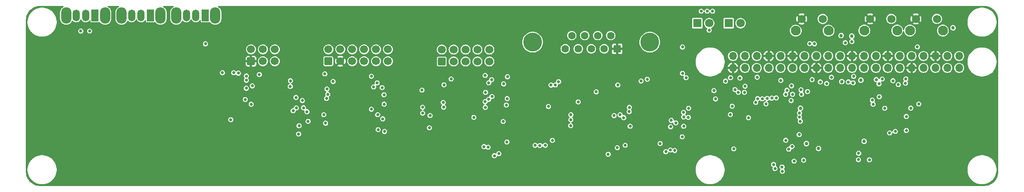
<source format=gbr>
%TF.GenerationSoftware,KiCad,Pcbnew,8.0.6*%
%TF.CreationDate,2024-10-21T13:50:09+02:00*%
%TF.ProjectId,rgb-to-hdmi,7267622d-746f-42d6-9864-6d692e6b6963,0.01*%
%TF.SameCoordinates,Original*%
%TF.FileFunction,Copper,L3,Inr*%
%TF.FilePolarity,Positive*%
%FSLAX46Y46*%
G04 Gerber Fmt 4.6, Leading zero omitted, Abs format (unit mm)*
G04 Created by KiCad (PCBNEW 8.0.6) date 2024-10-21 13:50:09*
%MOMM*%
%LPD*%
G01*
G04 APERTURE LIST*
G04 Aperture macros list*
%AMRoundRect*
0 Rectangle with rounded corners*
0 $1 Rounding radius*
0 $2 $3 $4 $5 $6 $7 $8 $9 X,Y pos of 4 corners*
0 Add a 4 corners polygon primitive as box body*
4,1,4,$2,$3,$4,$5,$6,$7,$8,$9,$2,$3,0*
0 Add four circle primitives for the rounded corners*
1,1,$1+$1,$2,$3*
1,1,$1+$1,$4,$5*
1,1,$1+$1,$6,$7*
1,1,$1+$1,$8,$9*
0 Add four rect primitives between the rounded corners*
20,1,$1+$1,$2,$3,$4,$5,0*
20,1,$1+$1,$4,$5,$6,$7,0*
20,1,$1+$1,$6,$7,$8,$9,0*
20,1,$1+$1,$8,$9,$2,$3,0*%
G04 Aperture macros list end*
%TA.AperFunction,ComponentPad*%
%ADD10C,2.100000*%
%TD*%
%TA.AperFunction,ComponentPad*%
%ADD11C,1.750000*%
%TD*%
%TA.AperFunction,ComponentPad*%
%ADD12O,1.700000X1.700000*%
%TD*%
%TA.AperFunction,ComponentPad*%
%ADD13RoundRect,0.250000X0.600000X-0.600000X0.600000X0.600000X-0.600000X0.600000X-0.600000X-0.600000X0*%
%TD*%
%TA.AperFunction,ComponentPad*%
%ADD14C,1.700000*%
%TD*%
%TA.AperFunction,ComponentPad*%
%ADD15R,1.800000X1.800000*%
%TD*%
%TA.AperFunction,ComponentPad*%
%ADD16C,1.800000*%
%TD*%
%TA.AperFunction,ComponentPad*%
%ADD17O,2.200000X3.500000*%
%TD*%
%TA.AperFunction,ComponentPad*%
%ADD18R,1.500000X2.500000*%
%TD*%
%TA.AperFunction,ComponentPad*%
%ADD19O,1.500000X2.500000*%
%TD*%
%TA.AperFunction,ComponentPad*%
%ADD20C,4.000000*%
%TD*%
%TA.AperFunction,ComponentPad*%
%ADD21R,1.600000X1.600000*%
%TD*%
%TA.AperFunction,ComponentPad*%
%ADD22C,1.600000*%
%TD*%
%TA.AperFunction,ViaPad*%
%ADD23C,0.762000*%
%TD*%
%TA.AperFunction,ViaPad*%
%ADD24C,0.660400*%
%TD*%
G04 APERTURE END LIST*
D10*
%TO.N,*%
%TO.C,SW1*%
X144587600Y-34182500D03*
X151597600Y-34182500D03*
D11*
%TO.N,GND*%
X145837600Y-31692500D03*
%TO.N,/GPIO16*%
X150337600Y-31692500D03*
%TD*%
D10*
%TO.N,*%
%TO.C,SW2*%
X159218000Y-34165200D03*
X166228000Y-34165200D03*
D11*
%TO.N,GND*%
X160468000Y-31675200D03*
%TO.N,/GPIO26*%
X164968000Y-31675200D03*
%TD*%
D10*
%TO.N,*%
%TO.C,SW3*%
X168960600Y-34165200D03*
X175970600Y-34165200D03*
D11*
%TO.N,GND*%
X170210600Y-31675200D03*
%TO.N,/GPIO19*%
X174710600Y-31675200D03*
%TD*%
D12*
%TO.N,/3V3*%
%TO.C,P1*%
X179451000Y-42140000D03*
%TO.N,/VCC*%
X179451000Y-39600000D03*
%TO.N,/GPIO2_Q00*%
X176911000Y-42140000D03*
%TO.N,/VCC*%
X176911000Y-39600000D03*
%TO.N,/GPIO3_Q01*%
X174371000Y-42140000D03*
%TO.N,GND*%
X174371000Y-39600000D03*
%TO.N,/GPIO4_Q02*%
X171831000Y-42140000D03*
%TO.N,/TxD*%
X171831000Y-39600000D03*
%TO.N,GND*%
X169291000Y-42140000D03*
%TO.N,/RxD*%
X169291000Y-39600000D03*
%TO.N,/GPIO17_psync*%
X166751000Y-42140000D03*
%TO.N,/GPIO18_Version*%
X166751000Y-39600000D03*
%TO.N,/GPIO27_genlock*%
X164211000Y-42140000D03*
%TO.N,GND*%
X164211000Y-39600000D03*
%TO.N,/GPIO22_analog*%
X161671000Y-42140000D03*
%TO.N,/GPIO23_csync*%
X161671000Y-39600000D03*
%TO.N,/3V3*%
X159131000Y-42140000D03*
%TO.N,/GPIO24_mux*%
X159131000Y-39600000D03*
%TO.N,/GPIO10_Q08*%
X156591000Y-42140000D03*
%TO.N,GND*%
X156591000Y-39600000D03*
%TO.N,/GPIO9_Q07*%
X154051000Y-42140000D03*
%TO.N,/GPIO25_mode7*%
X154051000Y-39600000D03*
%TO.N,/GPIO11_Q09*%
X151511000Y-42140000D03*
%TO.N,/GPIO8_Q06*%
X151511000Y-39600000D03*
%TO.N,GND*%
X148971000Y-42140000D03*
%TO.N,/GPIO7_Q05*%
X148971000Y-39600000D03*
%TO.N,/GPIO0_sp_data*%
X146431000Y-42140000D03*
%TO.N,/GPIO1_sp_clken*%
X146431000Y-39600000D03*
%TO.N,/GPIO5_Q03*%
X143891000Y-42140000D03*
%TO.N,GND*%
X143891000Y-39600000D03*
%TO.N,/GPIO6_Q04*%
X141351000Y-42140000D03*
%TO.N,/GPIO12_Q10*%
X141351000Y-39600000D03*
%TO.N,/GPIO13_Q11*%
X138811000Y-42140000D03*
%TO.N,GND*%
X138811000Y-39600000D03*
%TO.N,/GPIO19*%
X136271000Y-42140000D03*
%TO.N,/GPIO16*%
X136271000Y-39600000D03*
%TO.N,/GPIO26*%
X133731000Y-42140000D03*
%TO.N,/GPIO20_sp_clk*%
X133731000Y-39600000D03*
%TO.N,GND*%
X131191000Y-42140000D03*
%TO.N,/GPIO21_clk*%
X131191000Y-39600000D03*
%TD*%
D13*
%TO.N,/R1*%
%TO.C,P2*%
X44887000Y-40717600D03*
D14*
%TO.N,/B1*%
X44887000Y-38177600D03*
%TO.N,GND*%
X47427000Y-40717600D03*
%TO.N,/G2*%
X47427000Y-38177600D03*
%TO.N,/R2*%
X49967000Y-40717600D03*
%TO.N,/B2*%
X49967000Y-38177600D03*
%TO.N,/R3*%
X52507000Y-40717600D03*
%TO.N,/SYNC*%
X52507000Y-38177600D03*
%TO.N,/G3*%
X55047000Y-40717600D03*
%TO.N,/VSYNC*%
X55047000Y-38177600D03*
%TO.N,/B3*%
X57587000Y-40717600D03*
%TO.N,/VCC*%
X57587000Y-38177600D03*
%TD*%
D13*
%TO.N,unconnected-(P5-Pin_1-Pad1)*%
%TO.C,P5*%
X69067800Y-40768400D03*
D14*
%TO.N,/G1*%
X69067800Y-38228400D03*
%TO.N,/GPIO22_analog*%
X71607800Y-40768400D03*
%TO.N,/R0*%
X71607800Y-38228400D03*
%TO.N,/GPIO1_sp_clken*%
X74147800Y-40768400D03*
%TO.N,/G0*%
X74147800Y-38228400D03*
%TO.N,/GPIO0_sp_data*%
X76687800Y-40768400D03*
%TO.N,/B0*%
X76687800Y-38228400D03*
%TO.N,/GPIO24_mux*%
X79227800Y-40768400D03*
%TO.N,/GPIO25_mode7*%
X79227800Y-38228400D03*
%TD*%
D15*
%TO.N,Net-(D1-K)*%
%TO.C,D1*%
X130272000Y-32599040D03*
D16*
%TO.N,/GPIO27_genlock*%
X132812000Y-32599040D03*
%TD*%
D15*
%TO.N,Net-(D2-K)*%
%TO.C,D2*%
X123576200Y-32599040D03*
D16*
%TO.N,/GPIO25_mode7*%
X126116200Y-32599040D03*
%TD*%
D17*
%TO.N,*%
%TO.C,SW5*%
X9073000Y-30964000D03*
X773000Y-30964000D03*
D18*
%TO.N,Net-(SW5-A)*%
X6923000Y-30964000D03*
D19*
%TO.N,/R1_A*%
X4923000Y-30964000D03*
%TO.N,Net-(SW5-C)*%
X2923000Y-30964000D03*
%TD*%
D17*
%TO.N,*%
%TO.C,SW6*%
X-2738000Y-30964000D03*
X-11038000Y-30964000D03*
D18*
%TO.N,Net-(SW6-A)*%
X-4888000Y-30964000D03*
D19*
%TO.N,/B1_A*%
X-6888000Y-30964000D03*
%TO.N,Net-(SW6-C)*%
X-8888000Y-30964000D03*
%TD*%
D13*
%TO.N,GND*%
%TO.C,J1*%
X28377000Y-40717600D03*
D14*
%TO.N,/ASYNC*%
X28377000Y-38177600D03*
%TO.N,/ABLUE*%
X30917000Y-40717600D03*
%TO.N,/AGREEN*%
X30917000Y-38177600D03*
%TO.N,/ARED*%
X33457000Y-40717600D03*
%TO.N,/VCC_IN*%
X33457000Y-38177600D03*
%TD*%
D17*
%TO.N,*%
%TO.C,SW4*%
X20757000Y-30964000D03*
X12457000Y-30964000D03*
D18*
%TO.N,Net-(SW4-A)*%
X18607000Y-30964000D03*
D19*
%TO.N,/DETECT*%
X16607000Y-30964000D03*
%TO.N,Net-(SW4-C)*%
X14607000Y-30964000D03*
%TD*%
D20*
%TO.N,N/C*%
%TO.C,J2*%
X113459600Y-36649040D03*
X88459600Y-36649040D03*
D21*
%TO.N,GND*%
X106499600Y-38069040D03*
D22*
%TO.N,/R2*%
X103729600Y-38069040D03*
%TO.N,/R1*%
X100959600Y-38069040D03*
%TO.N,/G1*%
X98189600Y-38069040D03*
%TO.N,/B1*%
X95419600Y-38069040D03*
%TO.N,/G2*%
X105114600Y-35229040D03*
%TO.N,/B2*%
X102344600Y-35229040D03*
%TO.N,/SYNC*%
X99574600Y-35229040D03*
%TO.N,/VSYNC*%
X96804600Y-35229040D03*
%TD*%
D23*
%TO.N,/3V3*%
X154275005Y-35227005D03*
X158466004Y-44752000D03*
X145572598Y-50748000D03*
X156561000Y-35354000D03*
X159177861Y-57817716D03*
X178151000Y-33576000D03*
X154399619Y-45054781D03*
X146842600Y-58294400D03*
X149449000Y-59351817D03*
D24*
%TO.N,/VCC*%
X109250600Y-54586000D03*
X18666000Y-37001000D03*
X120680598Y-54586000D03*
X54067905Y-50955588D03*
X75925802Y-52706400D03*
X83037800Y-48693200D03*
X120426603Y-37669597D03*
X124430000Y-30020000D03*
X126843000Y-30020000D03*
X56786873Y-49880758D03*
X44125000Y-43410000D03*
X83088600Y-44019600D03*
X125700000Y-30020000D03*
X96576000Y-54459000D03*
X44770921Y-47793344D03*
X54081804Y-43918000D03*
X37978200Y-48439200D03*
%TO.N,GND*%
X162184200Y-62714000D03*
X28529400Y-48591600D03*
X91521400Y-48693200D03*
X160371000Y-45768000D03*
X150754200Y-62714000D03*
X152904077Y-45217654D03*
X139833758Y-56076811D03*
X76281400Y-51233200D03*
X144279138Y-57631787D03*
X38017237Y-49313805D03*
X118750200Y-41378000D03*
X140492600Y-45848400D03*
X45903000Y-49760000D03*
X51287800Y-43918000D03*
X106228000Y-54586000D03*
X35641396Y-54535200D03*
X69575800Y-51741200D03*
X139559440Y-54346617D03*
X69439000Y-46657000D03*
X152938600Y-62663198D03*
X159829287Y-54096439D03*
X42702600Y-45166600D03*
X164688998Y-57833000D03*
X146289024Y-62739200D03*
X155224606Y-62714000D03*
X157395906Y-62791240D03*
X54613092Y-48468093D03*
X45950993Y-46664988D03*
X105288200Y-50725200D03*
X43040241Y-53734845D03*
X139121000Y-52300000D03*
X34625400Y-42952800D03*
X14534000Y-36868500D03*
X80472400Y-51233200D03*
X65054600Y-49252000D03*
X145471000Y-49788000D03*
X148417400Y-62713998D03*
X94671000Y-51792000D03*
X159622800Y-62714000D03*
X69652296Y-48668687D03*
X52964200Y-52808000D03*
X122509400Y-55906800D03*
X80396198Y-44019600D03*
X130240939Y-50750718D03*
X132719184Y-35443182D03*
X118547000Y-34012000D03*
X39155115Y-47011357D03*
X33838000Y-56237000D03*
X117937400Y-50674400D03*
X49373000Y-51610000D03*
%TO.N,/SYNC*%
X112908200Y-44578400D03*
X140434326Y-48533326D03*
X142442673Y-47778772D03*
X109102475Y-50557064D03*
%TO.N,/VSYNC*%
X107887738Y-52757202D03*
X111587400Y-44934000D03*
X133654200Y-47358431D03*
X157958000Y-61721691D03*
%TO.N,/SPCLK*%
X168178600Y-52503200D03*
X168178596Y-55480588D03*
%TO.N,/R1*%
X139852533Y-62742425D03*
X96620317Y-52143274D03*
X106631500Y-45775100D03*
X131632207Y-46777402D03*
%TO.N,/B1*%
X132337400Y-47353193D03*
X98176200Y-49404400D03*
X102007300Y-47241400D03*
X141730776Y-64189744D03*
%TO.N,/G2*%
X121727378Y-50752230D03*
X130674283Y-44237537D03*
X121188600Y-44222800D03*
X146281840Y-61828826D03*
%TO.N,/R2*%
X144242000Y-62024000D03*
X133759570Y-46040191D03*
X134517800Y-52776206D03*
%TO.N,/B2*%
X129599394Y-44968394D03*
X120426600Y-43308400D03*
X121674333Y-52686444D03*
X141669810Y-63281385D03*
%TO.N,/R3*%
X115651400Y-58294400D03*
X117882922Y-54691278D03*
%TO.N,/B0*%
X136455386Y-48687546D03*
X152205720Y-44131771D03*
%TO.N,/G0*%
X160304600Y-61748800D03*
X127478000Y-48759932D03*
X131038000Y-50310801D03*
%TO.N,/R0*%
X148075930Y-44646671D03*
X137444604Y-48744000D03*
X136059200Y-49497030D03*
%TO.N,/G1*%
X140162926Y-63598280D03*
X127139563Y-46989932D03*
%TO.N,/GPIO27_genlock*%
X155163998Y-36751000D03*
X148564827Y-36997804D03*
%TO.N,/GPIO25_mode7*%
X126116200Y-34084000D03*
%TO.N,/GPIO0_sp_data*%
X143099000Y-59484000D03*
X138510909Y-48641907D03*
X145816841Y-47779060D03*
X161092000Y-49912200D03*
X80294600Y-60885200D03*
X78332484Y-43736200D03*
X44587393Y-46645604D03*
X166467000Y-45687800D03*
X78415000Y-47363700D03*
%TO.N,/GPIO20_sp_clk*%
X156561000Y-36496998D03*
X147567345Y-36950600D03*
X162403000Y-48300000D03*
X163583606Y-50758606D03*
X170531000Y-37640000D03*
%TO.N,/GPIO1_sp_clken*%
X145697698Y-46818268D03*
X143807157Y-58911858D03*
X79703822Y-44650978D03*
X81241553Y-60440764D03*
X169134000Y-50721000D03*
X79790600Y-48223182D03*
X165323998Y-44879002D03*
X160923849Y-49017461D03*
%TO.N,/GPIO17_psync*%
X162342012Y-45532910D03*
X147102078Y-47179290D03*
%TO.N,/GPIO18_Version*%
X145318600Y-56364000D03*
X143905791Y-47770156D03*
X163038000Y-44498000D03*
X143684726Y-45976242D03*
%TO.N,/GPIO22_analog*%
X142718000Y-46911000D03*
X161768000Y-44625000D03*
X79093125Y-45326168D03*
X79075400Y-48845600D03*
X136368000Y-44117000D03*
%TO.N,/GPIO24_mux*%
X138243761Y-49822461D03*
X143592508Y-49102167D03*
X141401200Y-44798800D03*
%TO.N,/GPIO21_clk*%
X132685000Y-44290800D03*
X158002769Y-60358091D03*
%TO.N,/GPIO2_Q00*%
X145563254Y-53540184D03*
%TO.N,/GPIO3_Q01*%
X145385000Y-52647403D03*
%TO.N,/GPIO4_Q02*%
X145385000Y-51737000D03*
%TO.N,/GPIO9_Q07*%
X156942000Y-43939673D03*
%TO.N,/GPIO11_Q09*%
X155799000Y-45133000D03*
%TO.N,/GPIO8_Q06*%
X156818498Y-45312669D03*
%TO.N,/GPIO5_Q03*%
X167991000Y-45387000D03*
%TO.N,/GPIO6_Q04*%
X165832000Y-55674000D03*
%TO.N,/GPIO12_Q10*%
X168047565Y-44495296D03*
%TO.N,/GPIO13_Q11*%
X164608606Y-56021406D03*
%TO.N,/GPIO23_csync*%
X149830000Y-45133000D03*
%TO.N,/AGREEN*%
X39584614Y-50645000D03*
X39327391Y-49102048D03*
%TO.N,/CLAMPLVL*%
X28661187Y-45966474D03*
X78364200Y-50572800D03*
X37369503Y-51285891D03*
X27383838Y-46484974D03*
X36759000Y-46102406D03*
X78087806Y-58933394D03*
X38537000Y-56237000D03*
X27157800Y-48896400D03*
X45895620Y-45043600D03*
%TO.N,/ASYNC*%
X65003800Y-50522000D03*
%TO.N,/ABLUE*%
X40315000Y-51487200D03*
X28427802Y-49887001D03*
X40561000Y-53537127D03*
X82981786Y-57953630D03*
X82856000Y-50064800D03*
%TO.N,/ARED*%
X88983348Y-58649041D03*
X38046686Y-50677405D03*
X91826200Y-50369600D03*
X38639981Y-54484400D03*
%TO.N,/SGREEN*%
X44489554Y-48659176D03*
X56756400Y-47866080D03*
%TO.N,/REFGYSYNC*%
X64851407Y-46877794D03*
X69394175Y-49492812D03*
%TO.N,/REFSYNC*%
X65003800Y-51792004D03*
X69474200Y-50522000D03*
%TO.N,/SPARE*%
X78955541Y-59073394D03*
X78309589Y-49337907D03*
%TO.N,/REFGYLO*%
X55271600Y-45341186D03*
X71089994Y-44498000D03*
%TO.N,/REFGYHI*%
X56349272Y-46354087D03*
X69558973Y-45754537D03*
%TO.N,/DETECT*%
X54539000Y-46204000D03*
X91165800Y-58650000D03*
X151180200Y-45474555D03*
X22281000Y-43156000D03*
X24693998Y-43156000D03*
X104577000Y-60555000D03*
X130631600Y-52104710D03*
X96598828Y-53211822D03*
X131374000Y-59412000D03*
X139476597Y-48591606D03*
X24059000Y-53189000D03*
X105821600Y-52325400D03*
%TO.N,/B3_A*%
X82174200Y-53570000D03*
X82275800Y-45543600D03*
%TO.N,/B2_A*%
X120680600Y-52604800D03*
X120375800Y-56850600D03*
%TO.N,/SYNC_A*%
X108193439Y-58645101D03*
X109047400Y-51465800D03*
%TO.N,/G2_A*%
X118754379Y-59777347D03*
X56469400Y-53011200D03*
X120645280Y-51625108D03*
X56875800Y-55703600D03*
%TO.N,/VSYNC_A*%
X107117000Y-52147600D03*
X106519992Y-59155645D03*
X66426200Y-54912200D03*
X66578600Y-52300000D03*
%TO.N,/TERM*%
X142464000Y-57579000D03*
X43921800Y-52118200D03*
X170839800Y-49832000D03*
X44277400Y-53925600D03*
%TO.N,/R3_A*%
X93997657Y-45086400D03*
X92674120Y-57607799D03*
X119007152Y-53887085D03*
X117851653Y-59659369D03*
%TO.N,/G0_A*%
X55504198Y-55318600D03*
X116870600Y-60017600D03*
X55399499Y-52118200D03*
X118039000Y-53336800D03*
%TO.N,/B1_A*%
X89997400Y-58700800D03*
X93315857Y-45767706D03*
%TO.N,/R1_A*%
X27402000Y-43863000D03*
X92385000Y-45797600D03*
%TO.N,Net-(SW5-C)*%
X36809800Y-44883200D03*
X27402000Y-44773403D03*
%TO.N,Net-(SW5-A)*%
X25684600Y-43257600D03*
X30155002Y-43562400D03*
%TO.N,Net-(SW6-C)*%
X-6040004Y-34266000D03*
X-7945000Y-34266000D03*
%TD*%
%TA.AperFunction,Conductor*%
%TO.N,GND*%
G36*
X-11622323Y-28939225D02*
G01*
X-11576568Y-28992029D01*
X-11566624Y-29061187D01*
X-11595649Y-29124743D01*
X-11633067Y-29154025D01*
X-11721289Y-29198976D01*
X-11887305Y-29319595D01*
X-12032405Y-29464695D01*
X-12153024Y-29630711D01*
X-12246187Y-29813552D01*
X-12246188Y-29813555D01*
X-12309598Y-30008711D01*
X-12309598Y-30008714D01*
X-12341700Y-30211397D01*
X-12341700Y-31716603D01*
X-12337648Y-31742184D01*
X-12309598Y-31919285D01*
X-12309598Y-31919288D01*
X-12246188Y-32114444D01*
X-12246187Y-32114447D01*
X-12179417Y-32245489D01*
X-12153024Y-32297288D01*
X-12032406Y-32463303D01*
X-11887303Y-32608406D01*
X-11721288Y-32729024D01*
X-11710609Y-32734465D01*
X-11538448Y-32822186D01*
X-11538445Y-32822187D01*
X-11398984Y-32867500D01*
X-11343284Y-32885598D01*
X-11140603Y-32917700D01*
X-11140602Y-32917700D01*
X-10935398Y-32917700D01*
X-10935397Y-32917700D01*
X-10732716Y-32885598D01*
X-10732713Y-32885597D01*
X-10732712Y-32885597D01*
X-10537556Y-32822187D01*
X-10537553Y-32822186D01*
X-10499333Y-32802712D01*
X-10354712Y-32729024D01*
X-10188697Y-32608406D01*
X-10043594Y-32463303D01*
X-9922976Y-32297288D01*
X-9829814Y-32114447D01*
X-9829811Y-32114435D01*
X-9829514Y-32113720D01*
X-9829322Y-32113481D01*
X-9827602Y-32110106D01*
X-9826894Y-32110467D01*
X-9785681Y-32059310D01*
X-9719390Y-32037235D01*
X-9651688Y-32054503D01*
X-9627264Y-32073474D01*
X-9495952Y-32204786D01*
X-9339744Y-32309160D01*
X-9189076Y-32371568D01*
X-9166184Y-32381050D01*
X-9041349Y-32405881D01*
X-8981936Y-32417699D01*
X-8981932Y-32417700D01*
X-8981931Y-32417700D01*
X-8794068Y-32417700D01*
X-8794067Y-32417699D01*
X-8609816Y-32381050D01*
X-8470368Y-32323289D01*
X-8436257Y-32309160D01*
X-8436256Y-32309159D01*
X-8436253Y-32309158D01*
X-8280051Y-32204788D01*
X-8147212Y-32071949D01*
X-8042842Y-31915747D01*
X-8002561Y-31818500D01*
X-7958721Y-31764096D01*
X-7892427Y-31742031D01*
X-7824727Y-31759310D01*
X-7777116Y-31810447D01*
X-7773439Y-31818500D01*
X-7739231Y-31901087D01*
X-7733158Y-31915747D01*
X-7722805Y-31931241D01*
X-7628787Y-32071951D01*
X-7495952Y-32204786D01*
X-7339744Y-32309160D01*
X-7189076Y-32371568D01*
X-7166184Y-32381050D01*
X-7041349Y-32405881D01*
X-6981936Y-32417699D01*
X-6981932Y-32417700D01*
X-6981931Y-32417700D01*
X-6794068Y-32417700D01*
X-6794067Y-32417699D01*
X-6609816Y-32381050D01*
X-6470368Y-32323289D01*
X-6436257Y-32309160D01*
X-6436256Y-32309159D01*
X-6436253Y-32309158D01*
X-6280051Y-32204788D01*
X-6147212Y-32071949D01*
X-6068802Y-31954599D01*
X-6015191Y-31909794D01*
X-5945866Y-31901087D01*
X-5882838Y-31931241D01*
X-5846118Y-31990684D01*
X-5841700Y-32023490D01*
X-5841700Y-32234064D01*
X-5841700Y-32234066D01*
X-5841701Y-32234066D01*
X-5829883Y-32293476D01*
X-5829882Y-32293479D01*
X-5819404Y-32309160D01*
X-5784860Y-32360860D01*
X-5718755Y-32405029D01*
X-5717480Y-32405881D01*
X-5717477Y-32405882D01*
X-5658067Y-32417700D01*
X-5658064Y-32417700D01*
X-4117934Y-32417700D01*
X-4058524Y-32405882D01*
X-4058523Y-32405881D01*
X-4058520Y-32405881D01*
X-3991140Y-32360860D01*
X-3991136Y-32360853D01*
X-3987058Y-32356776D01*
X-3925736Y-32323289D01*
X-3856044Y-32328271D01*
X-3800109Y-32370140D01*
X-3799117Y-32371485D01*
X-3732406Y-32463303D01*
X-3587303Y-32608406D01*
X-3421288Y-32729024D01*
X-3410609Y-32734465D01*
X-3238448Y-32822186D01*
X-3238445Y-32822187D01*
X-3098984Y-32867500D01*
X-3043284Y-32885598D01*
X-2840603Y-32917700D01*
X-2840602Y-32917700D01*
X-2635398Y-32917700D01*
X-2635397Y-32917700D01*
X-2432716Y-32885598D01*
X-2432713Y-32885597D01*
X-2432712Y-32885597D01*
X-2237556Y-32822187D01*
X-2237553Y-32822186D01*
X-2199333Y-32802712D01*
X-2054712Y-32729024D01*
X-1888697Y-32608406D01*
X-1743594Y-32463303D01*
X-1622976Y-32297288D01*
X-1529814Y-32114447D01*
X-1528521Y-32110467D01*
X-1466403Y-31919288D01*
X-1466403Y-31919287D01*
X-1466402Y-31919284D01*
X-1434300Y-31716603D01*
X-1434300Y-30211397D01*
X-1466402Y-30008716D01*
X-1466403Y-30008712D01*
X-1466403Y-30008711D01*
X-1529813Y-29813555D01*
X-1529814Y-29813552D01*
X-1590763Y-29693933D01*
X-1622976Y-29630712D01*
X-1743594Y-29464697D01*
X-1888697Y-29319594D01*
X-2054712Y-29198976D01*
X-2142933Y-29154025D01*
X-2193729Y-29106050D01*
X-2210524Y-29038229D01*
X-2187986Y-28972094D01*
X-2133271Y-28928643D01*
X-2086638Y-28919540D01*
X121638Y-28919540D01*
X188677Y-28939225D01*
X234432Y-28992029D01*
X244376Y-29061187D01*
X215351Y-29124743D01*
X177933Y-29154025D01*
X89711Y-29198976D01*
X-76305Y-29319595D01*
X-221405Y-29464695D01*
X-342024Y-29630711D01*
X-435187Y-29813552D01*
X-435188Y-29813555D01*
X-498598Y-30008711D01*
X-498598Y-30008714D01*
X-530700Y-30211397D01*
X-530700Y-31716603D01*
X-526648Y-31742184D01*
X-498598Y-31919285D01*
X-498598Y-31919288D01*
X-435188Y-32114444D01*
X-435187Y-32114447D01*
X-368417Y-32245489D01*
X-342024Y-32297288D01*
X-221406Y-32463303D01*
X-76303Y-32608406D01*
X89712Y-32729024D01*
X100391Y-32734465D01*
X272552Y-32822186D01*
X272555Y-32822187D01*
X412016Y-32867500D01*
X467716Y-32885598D01*
X670397Y-32917700D01*
X670398Y-32917700D01*
X875602Y-32917700D01*
X875603Y-32917700D01*
X1078284Y-32885598D01*
X1078287Y-32885597D01*
X1078288Y-32885597D01*
X1273444Y-32822187D01*
X1273447Y-32822186D01*
X1311667Y-32802712D01*
X1456288Y-32729024D01*
X1622303Y-32608406D01*
X1767406Y-32463303D01*
X1888024Y-32297288D01*
X1981186Y-32114447D01*
X1981189Y-32114435D01*
X1981486Y-32113720D01*
X1981678Y-32113481D01*
X1983398Y-32110106D01*
X1984106Y-32110467D01*
X2025319Y-32059310D01*
X2091610Y-32037235D01*
X2159312Y-32054503D01*
X2183736Y-32073474D01*
X2315048Y-32204786D01*
X2471256Y-32309160D01*
X2621924Y-32371568D01*
X2644816Y-32381050D01*
X2769651Y-32405881D01*
X2829064Y-32417699D01*
X2829068Y-32417700D01*
X2829069Y-32417700D01*
X3016932Y-32417700D01*
X3016933Y-32417699D01*
X3201184Y-32381050D01*
X3340632Y-32323289D01*
X3374743Y-32309160D01*
X3374744Y-32309159D01*
X3374747Y-32309158D01*
X3530949Y-32204788D01*
X3663788Y-32071949D01*
X3768158Y-31915747D01*
X3808439Y-31818500D01*
X3852279Y-31764096D01*
X3918573Y-31742031D01*
X3986273Y-31759310D01*
X4033884Y-31810447D01*
X4037561Y-31818500D01*
X4071769Y-31901087D01*
X4077842Y-31915747D01*
X4088195Y-31931241D01*
X4182213Y-32071951D01*
X4315048Y-32204786D01*
X4471256Y-32309160D01*
X4621924Y-32371568D01*
X4644816Y-32381050D01*
X4769651Y-32405881D01*
X4829064Y-32417699D01*
X4829068Y-32417700D01*
X4829069Y-32417700D01*
X5016932Y-32417700D01*
X5016933Y-32417699D01*
X5201184Y-32381050D01*
X5340632Y-32323289D01*
X5374743Y-32309160D01*
X5374744Y-32309159D01*
X5374747Y-32309158D01*
X5530949Y-32204788D01*
X5663788Y-32071949D01*
X5742198Y-31954599D01*
X5795809Y-31909794D01*
X5865134Y-31901087D01*
X5928162Y-31931241D01*
X5964882Y-31990684D01*
X5969300Y-32023490D01*
X5969300Y-32234064D01*
X5969300Y-32234066D01*
X5969299Y-32234066D01*
X5981117Y-32293476D01*
X5981118Y-32293479D01*
X5991596Y-32309160D01*
X6026140Y-32360860D01*
X6092245Y-32405029D01*
X6093520Y-32405881D01*
X6093523Y-32405882D01*
X6152933Y-32417700D01*
X6152936Y-32417700D01*
X7693066Y-32417700D01*
X7752476Y-32405882D01*
X7752477Y-32405881D01*
X7752480Y-32405881D01*
X7819860Y-32360860D01*
X7819864Y-32360853D01*
X7823942Y-32356776D01*
X7885264Y-32323289D01*
X7954956Y-32328271D01*
X8010891Y-32370140D01*
X8011883Y-32371485D01*
X8078594Y-32463303D01*
X8223697Y-32608406D01*
X8389712Y-32729024D01*
X8400391Y-32734465D01*
X8572552Y-32822186D01*
X8572555Y-32822187D01*
X8712016Y-32867500D01*
X8767716Y-32885598D01*
X8970397Y-32917700D01*
X8970398Y-32917700D01*
X9175602Y-32917700D01*
X9175603Y-32917700D01*
X9378284Y-32885598D01*
X9378287Y-32885597D01*
X9378288Y-32885597D01*
X9573444Y-32822187D01*
X9573447Y-32822186D01*
X9611667Y-32802712D01*
X9756288Y-32729024D01*
X9922303Y-32608406D01*
X10067406Y-32463303D01*
X10188024Y-32297288D01*
X10281186Y-32114447D01*
X10282479Y-32110467D01*
X10344597Y-31919288D01*
X10344597Y-31919287D01*
X10344598Y-31919284D01*
X10376700Y-31716603D01*
X10376700Y-30211397D01*
X10344598Y-30008716D01*
X10344597Y-30008712D01*
X10344597Y-30008711D01*
X10281187Y-29813555D01*
X10281186Y-29813552D01*
X10220237Y-29693933D01*
X10188024Y-29630712D01*
X10067406Y-29464697D01*
X9922303Y-29319594D01*
X9756288Y-29198976D01*
X9668067Y-29154025D01*
X9617271Y-29106050D01*
X9600476Y-29038229D01*
X9623014Y-28972094D01*
X9677729Y-28928643D01*
X9724362Y-28919540D01*
X11805638Y-28919540D01*
X11872677Y-28939225D01*
X11918432Y-28992029D01*
X11928376Y-29061187D01*
X11899351Y-29124743D01*
X11861933Y-29154025D01*
X11773711Y-29198976D01*
X11607695Y-29319595D01*
X11462595Y-29464695D01*
X11341976Y-29630711D01*
X11248813Y-29813552D01*
X11248812Y-29813555D01*
X11185402Y-30008711D01*
X11185402Y-30008714D01*
X11153300Y-30211397D01*
X11153300Y-31716603D01*
X11157352Y-31742184D01*
X11185402Y-31919285D01*
X11185402Y-31919288D01*
X11248812Y-32114444D01*
X11248813Y-32114447D01*
X11315583Y-32245489D01*
X11341976Y-32297288D01*
X11462594Y-32463303D01*
X11607697Y-32608406D01*
X11773712Y-32729024D01*
X11784391Y-32734465D01*
X11956552Y-32822186D01*
X11956555Y-32822187D01*
X12096016Y-32867500D01*
X12151716Y-32885598D01*
X12354397Y-32917700D01*
X12354398Y-32917700D01*
X12559602Y-32917700D01*
X12559603Y-32917700D01*
X12762284Y-32885598D01*
X12762287Y-32885597D01*
X12762288Y-32885597D01*
X12957444Y-32822187D01*
X12957447Y-32822186D01*
X12995667Y-32802712D01*
X13140288Y-32729024D01*
X13306303Y-32608406D01*
X13451406Y-32463303D01*
X13572024Y-32297288D01*
X13665186Y-32114447D01*
X13665189Y-32114435D01*
X13665486Y-32113720D01*
X13665678Y-32113481D01*
X13667398Y-32110106D01*
X13668106Y-32110467D01*
X13709319Y-32059310D01*
X13775610Y-32037235D01*
X13843312Y-32054503D01*
X13867736Y-32073474D01*
X13999048Y-32204786D01*
X14155256Y-32309160D01*
X14305924Y-32371568D01*
X14328816Y-32381050D01*
X14453651Y-32405881D01*
X14513064Y-32417699D01*
X14513068Y-32417700D01*
X14513069Y-32417700D01*
X14700932Y-32417700D01*
X14700933Y-32417699D01*
X14885184Y-32381050D01*
X15024632Y-32323289D01*
X15058743Y-32309160D01*
X15058744Y-32309159D01*
X15058747Y-32309158D01*
X15214949Y-32204788D01*
X15347788Y-32071949D01*
X15452158Y-31915747D01*
X15492439Y-31818500D01*
X15536279Y-31764096D01*
X15602573Y-31742031D01*
X15670273Y-31759310D01*
X15717884Y-31810447D01*
X15721561Y-31818500D01*
X15755769Y-31901087D01*
X15761842Y-31915747D01*
X15772195Y-31931241D01*
X15866213Y-32071951D01*
X15999048Y-32204786D01*
X16155256Y-32309160D01*
X16305924Y-32371568D01*
X16328816Y-32381050D01*
X16453651Y-32405881D01*
X16513064Y-32417699D01*
X16513068Y-32417700D01*
X16513069Y-32417700D01*
X16700932Y-32417700D01*
X16700933Y-32417699D01*
X16885184Y-32381050D01*
X17024632Y-32323289D01*
X17058743Y-32309160D01*
X17058744Y-32309159D01*
X17058747Y-32309158D01*
X17214949Y-32204788D01*
X17347788Y-32071949D01*
X17426198Y-31954599D01*
X17479809Y-31909794D01*
X17549134Y-31901087D01*
X17612162Y-31931241D01*
X17648882Y-31990684D01*
X17653300Y-32023490D01*
X17653300Y-32234064D01*
X17653300Y-32234066D01*
X17653299Y-32234066D01*
X17665117Y-32293476D01*
X17665118Y-32293479D01*
X17675596Y-32309160D01*
X17710140Y-32360860D01*
X17776245Y-32405029D01*
X17777520Y-32405881D01*
X17777523Y-32405882D01*
X17836933Y-32417700D01*
X17836936Y-32417700D01*
X19377066Y-32417700D01*
X19436476Y-32405882D01*
X19436477Y-32405881D01*
X19436480Y-32405881D01*
X19503860Y-32360860D01*
X19503864Y-32360853D01*
X19507942Y-32356776D01*
X19569264Y-32323289D01*
X19638956Y-32328271D01*
X19694891Y-32370140D01*
X19695883Y-32371485D01*
X19762594Y-32463303D01*
X19907697Y-32608406D01*
X20073712Y-32729024D01*
X20084391Y-32734465D01*
X20256552Y-32822186D01*
X20256555Y-32822187D01*
X20396016Y-32867500D01*
X20451716Y-32885598D01*
X20654397Y-32917700D01*
X20654398Y-32917700D01*
X20859602Y-32917700D01*
X20859603Y-32917700D01*
X21062284Y-32885598D01*
X21062287Y-32885597D01*
X21062288Y-32885597D01*
X21257444Y-32822187D01*
X21257447Y-32822186D01*
X21295667Y-32802712D01*
X21440288Y-32729024D01*
X21606303Y-32608406D01*
X21751406Y-32463303D01*
X21872024Y-32297288D01*
X21965186Y-32114447D01*
X21966479Y-32110467D01*
X22028597Y-31919288D01*
X22028597Y-31919287D01*
X22028598Y-31919284D01*
X22060700Y-31716603D01*
X22060700Y-30211397D01*
X22030385Y-30019998D01*
X123891493Y-30019998D01*
X123891493Y-30020001D01*
X123909841Y-30159374D01*
X123909843Y-30159379D01*
X123963637Y-30289252D01*
X123963639Y-30289255D01*
X124049217Y-30400781D01*
X124049218Y-30400782D01*
X124160744Y-30486360D01*
X124160747Y-30486362D01*
X124242644Y-30520284D01*
X124290624Y-30540158D01*
X124360312Y-30549332D01*
X124429999Y-30558507D01*
X124430000Y-30558507D01*
X124430001Y-30558507D01*
X124476458Y-30552390D01*
X124569376Y-30540158D01*
X124699254Y-30486361D01*
X124810782Y-30400782D01*
X124896361Y-30289254D01*
X124909444Y-30257670D01*
X124928610Y-30211397D01*
X124950158Y-30159376D01*
X124950158Y-30159375D01*
X124950439Y-30158697D01*
X124994279Y-30104293D01*
X125060574Y-30082228D01*
X125128273Y-30099507D01*
X125175884Y-30150644D01*
X125179561Y-30158697D01*
X125233637Y-30289252D01*
X125233639Y-30289255D01*
X125319217Y-30400781D01*
X125319218Y-30400782D01*
X125430744Y-30486360D01*
X125430747Y-30486362D01*
X125512644Y-30520284D01*
X125560624Y-30540158D01*
X125630312Y-30549332D01*
X125699999Y-30558507D01*
X125700000Y-30558507D01*
X125700001Y-30558507D01*
X125746458Y-30552390D01*
X125839376Y-30540158D01*
X125969254Y-30486361D01*
X126080782Y-30400782D01*
X126166361Y-30289254D01*
X126166360Y-30289254D01*
X126171309Y-30282806D01*
X126173332Y-30284358D01*
X126214671Y-30244936D01*
X126283277Y-30231708D01*
X126348144Y-30257670D01*
X126370629Y-30283620D01*
X126371691Y-30282806D01*
X126462217Y-30400781D01*
X126462218Y-30400782D01*
X126573744Y-30486360D01*
X126573747Y-30486362D01*
X126655644Y-30520284D01*
X126703624Y-30540158D01*
X126773312Y-30549332D01*
X126842999Y-30558507D01*
X126843000Y-30558507D01*
X126843001Y-30558507D01*
X126889458Y-30552390D01*
X126982376Y-30540158D01*
X127112254Y-30486361D01*
X127223782Y-30400782D01*
X127309361Y-30289254D01*
X127363158Y-30159376D01*
X127381507Y-30020000D01*
X127380021Y-30008716D01*
X127363158Y-29880625D01*
X127363156Y-29880620D01*
X127309363Y-29750751D01*
X127309362Y-29750750D01*
X127309361Y-29750747D01*
X127223782Y-29639218D01*
X127223780Y-29639217D01*
X127223780Y-29639216D01*
X127112254Y-29553639D01*
X127112252Y-29553637D01*
X126982379Y-29499843D01*
X126982374Y-29499841D01*
X126843001Y-29481493D01*
X126842999Y-29481493D01*
X126703625Y-29499841D01*
X126703620Y-29499843D01*
X126573751Y-29553636D01*
X126573750Y-29553637D01*
X126573747Y-29553638D01*
X126573747Y-29553639D01*
X126462218Y-29639218D01*
X126376639Y-29750747D01*
X126376638Y-29750748D01*
X126371692Y-29757195D01*
X126369672Y-29755645D01*
X126328299Y-29795080D01*
X126259689Y-29808289D01*
X126194829Y-29782309D01*
X126172365Y-29756383D01*
X126171308Y-29757195D01*
X126166361Y-29750748D01*
X126166361Y-29750747D01*
X126080782Y-29639218D01*
X126080780Y-29639217D01*
X126080780Y-29639216D01*
X125969254Y-29553639D01*
X125969252Y-29553637D01*
X125839379Y-29499843D01*
X125839374Y-29499841D01*
X125700001Y-29481493D01*
X125699999Y-29481493D01*
X125560625Y-29499841D01*
X125560620Y-29499843D01*
X125430751Y-29553636D01*
X125430750Y-29553637D01*
X125430747Y-29553638D01*
X125430747Y-29553639D01*
X125319218Y-29639218D01*
X125254768Y-29723212D01*
X125233637Y-29750750D01*
X125233636Y-29750751D01*
X125179561Y-29881302D01*
X125135720Y-29935706D01*
X125069426Y-29957771D01*
X125001727Y-29940492D01*
X124954116Y-29889355D01*
X124950439Y-29881302D01*
X124896363Y-29750751D01*
X124896362Y-29750750D01*
X124896361Y-29750747D01*
X124810782Y-29639218D01*
X124810780Y-29639217D01*
X124810780Y-29639216D01*
X124699254Y-29553639D01*
X124699252Y-29553637D01*
X124569379Y-29499843D01*
X124569374Y-29499841D01*
X124430001Y-29481493D01*
X124429999Y-29481493D01*
X124290625Y-29499841D01*
X124290620Y-29499843D01*
X124160751Y-29553636D01*
X124160750Y-29553637D01*
X124160747Y-29553638D01*
X124160747Y-29553639D01*
X124049218Y-29639218D01*
X123984768Y-29723212D01*
X123963637Y-29750750D01*
X123963636Y-29750751D01*
X123909843Y-29880620D01*
X123909841Y-29880625D01*
X123891493Y-30019998D01*
X22030385Y-30019998D01*
X22028598Y-30008716D01*
X22028597Y-30008712D01*
X22028597Y-30008711D01*
X21965187Y-29813555D01*
X21965186Y-29813552D01*
X21904237Y-29693933D01*
X21872024Y-29630712D01*
X21751406Y-29464697D01*
X21606303Y-29319594D01*
X21440288Y-29198976D01*
X21352067Y-29154025D01*
X21301271Y-29106050D01*
X21284476Y-29038229D01*
X21307014Y-28972094D01*
X21361729Y-28928643D01*
X21408362Y-28919540D01*
X184802592Y-28919540D01*
X184815519Y-28919540D01*
X184822472Y-28919735D01*
X185142297Y-28937696D01*
X185156094Y-28939250D01*
X185468457Y-28992323D01*
X185482014Y-28995417D01*
X185786469Y-29083129D01*
X185799593Y-29087722D01*
X186092304Y-29208966D01*
X186104826Y-29214995D01*
X186382139Y-29368261D01*
X186393900Y-29375651D01*
X186652314Y-29559006D01*
X186663174Y-29567667D01*
X186899418Y-29778789D01*
X186909250Y-29788621D01*
X187120372Y-30024865D01*
X187129035Y-30035727D01*
X187312385Y-30294134D01*
X187319778Y-30305900D01*
X187473040Y-30583206D01*
X187479073Y-30595735D01*
X187600317Y-30888446D01*
X187604910Y-30901570D01*
X187692622Y-31206025D01*
X187695716Y-31219582D01*
X187748787Y-31531934D01*
X187750344Y-31545752D01*
X187768305Y-31865567D01*
X187768500Y-31872520D01*
X187768500Y-64365559D01*
X187768305Y-64372512D01*
X187750344Y-64692327D01*
X187748787Y-64706145D01*
X187695716Y-65018497D01*
X187692622Y-65032054D01*
X187604910Y-65336509D01*
X187600317Y-65349633D01*
X187479073Y-65642344D01*
X187473040Y-65654873D01*
X187319778Y-65932179D01*
X187312380Y-65943953D01*
X187129043Y-66202342D01*
X187120372Y-66213214D01*
X186909250Y-66449458D01*
X186899418Y-66459290D01*
X186663174Y-66670412D01*
X186652302Y-66679083D01*
X186393913Y-66862420D01*
X186382139Y-66869818D01*
X186104833Y-67023080D01*
X186092304Y-67029113D01*
X185799593Y-67150357D01*
X185786469Y-67154950D01*
X185482014Y-67242662D01*
X185468457Y-67245756D01*
X185156105Y-67298827D01*
X185142287Y-67300384D01*
X184822472Y-67318345D01*
X184815519Y-67318540D01*
X-16677519Y-67318540D01*
X-16684472Y-67318345D01*
X-17004288Y-67300384D01*
X-17018106Y-67298827D01*
X-17330458Y-67245756D01*
X-17344015Y-67242662D01*
X-17648470Y-67154950D01*
X-17661594Y-67150357D01*
X-17954305Y-67029113D01*
X-17966834Y-67023080D01*
X-18244140Y-66869818D01*
X-18255906Y-66862425D01*
X-18514313Y-66679075D01*
X-18525175Y-66670412D01*
X-18761419Y-66459290D01*
X-18771251Y-66449458D01*
X-18982373Y-66213214D01*
X-18991034Y-66202354D01*
X-19174389Y-65943940D01*
X-19181779Y-65932179D01*
X-19279239Y-65755838D01*
X-19335045Y-65654866D01*
X-19341074Y-65642344D01*
X-19462318Y-65349633D01*
X-19466911Y-65336509D01*
X-19554623Y-65032054D01*
X-19557717Y-65018497D01*
X-19606950Y-64728732D01*
X-19610790Y-64706134D01*
X-19612344Y-64692337D01*
X-19630305Y-64372512D01*
X-19630500Y-64365559D01*
X-19630500Y-63694915D01*
X-19281500Y-63694915D01*
X-19281500Y-64043164D01*
X-19242511Y-64389198D01*
X-19242509Y-64389210D01*
X-19165018Y-64728724D01*
X-19165015Y-64728732D01*
X-19050001Y-65057422D01*
X-18898908Y-65371170D01*
X-18713629Y-65666039D01*
X-18713628Y-65666041D01*
X-18496513Y-65938296D01*
X-18250257Y-66184552D01*
X-17978002Y-66401667D01*
X-17977999Y-66401668D01*
X-17977997Y-66401670D01*
X-17683133Y-66586946D01*
X-17369379Y-66738042D01*
X-17122512Y-66824424D01*
X-17040693Y-66853054D01*
X-17040685Y-66853057D01*
X-17040682Y-66853057D01*
X-17040681Y-66853058D01*
X-16701171Y-66930549D01*
X-16355124Y-66969539D01*
X-16355123Y-66969540D01*
X-16355120Y-66969540D01*
X-16006877Y-66969540D01*
X-16006877Y-66969539D01*
X-15660829Y-66930549D01*
X-15321319Y-66853058D01*
X-14992621Y-66738042D01*
X-14678867Y-66586946D01*
X-14384003Y-66401670D01*
X-14245748Y-66291416D01*
X-14111744Y-66184552D01*
X-14111742Y-66184549D01*
X-14111737Y-66184546D01*
X-13865494Y-65938303D01*
X-13865466Y-65938269D01*
X-13648373Y-65666041D01*
X-13648372Y-65666039D01*
X-13648370Y-65666037D01*
X-13463094Y-65371173D01*
X-13311998Y-65057419D01*
X-13196982Y-64728721D01*
X-13119491Y-64389211D01*
X-13080500Y-64043160D01*
X-13080500Y-63694920D01*
X-13080501Y-63694915D01*
X123218500Y-63694915D01*
X123218500Y-64043164D01*
X123257489Y-64389198D01*
X123257491Y-64389210D01*
X123334982Y-64728724D01*
X123334985Y-64728732D01*
X123449999Y-65057422D01*
X123601092Y-65371170D01*
X123786371Y-65666039D01*
X123786372Y-65666041D01*
X124003487Y-65938296D01*
X124249743Y-66184552D01*
X124521998Y-66401667D01*
X124522001Y-66401668D01*
X124522003Y-66401670D01*
X124816867Y-66586946D01*
X125130621Y-66738042D01*
X125377488Y-66824424D01*
X125459307Y-66853054D01*
X125459315Y-66853057D01*
X125459318Y-66853057D01*
X125459319Y-66853058D01*
X125798829Y-66930549D01*
X126144876Y-66969539D01*
X126144877Y-66969540D01*
X126144880Y-66969540D01*
X126493123Y-66969540D01*
X126493123Y-66969539D01*
X126839171Y-66930549D01*
X127178681Y-66853058D01*
X127507379Y-66738042D01*
X127821133Y-66586946D01*
X128115997Y-66401670D01*
X128254252Y-66291416D01*
X128388256Y-66184552D01*
X128388258Y-66184549D01*
X128388263Y-66184546D01*
X128634506Y-65938303D01*
X128634534Y-65938269D01*
X128851627Y-65666041D01*
X128851628Y-65666039D01*
X128851630Y-65666037D01*
X129036906Y-65371173D01*
X129188002Y-65057419D01*
X129303018Y-64728721D01*
X129380509Y-64389211D01*
X129419500Y-64043160D01*
X129419500Y-63694920D01*
X129380509Y-63348869D01*
X129303018Y-63009359D01*
X129209613Y-62742423D01*
X139314026Y-62742423D01*
X139314026Y-62742426D01*
X139332374Y-62881799D01*
X139332376Y-62881804D01*
X139386170Y-63011677D01*
X139386172Y-63011680D01*
X139470602Y-63121710D01*
X139471751Y-63123207D01*
X139583279Y-63208786D01*
X139607925Y-63218994D01*
X139662327Y-63262833D01*
X139684393Y-63329127D01*
X139675033Y-63381007D01*
X139642769Y-63458900D01*
X139642767Y-63458905D01*
X139624419Y-63598278D01*
X139624419Y-63598281D01*
X139642767Y-63737654D01*
X139642769Y-63737659D01*
X139696563Y-63867532D01*
X139696565Y-63867535D01*
X139782143Y-63979061D01*
X139782144Y-63979062D01*
X139893670Y-64064640D01*
X139893673Y-64064642D01*
X139975570Y-64098564D01*
X140023550Y-64118438D01*
X140093238Y-64127612D01*
X140162925Y-64136787D01*
X140162926Y-64136787D01*
X140162927Y-64136787D01*
X140209384Y-64130670D01*
X140302302Y-64118438D01*
X140432180Y-64064641D01*
X140543708Y-63979062D01*
X140629287Y-63867534D01*
X140683084Y-63737656D01*
X140701433Y-63598280D01*
X140683084Y-63458904D01*
X140637506Y-63348869D01*
X140629289Y-63329031D01*
X140629288Y-63329030D01*
X140629287Y-63329027D01*
X140592729Y-63281383D01*
X141131303Y-63281383D01*
X141131303Y-63281386D01*
X141149651Y-63420759D01*
X141149653Y-63420764D01*
X141203447Y-63550637D01*
X141203449Y-63550640D01*
X141289027Y-63662166D01*
X141289028Y-63662167D01*
X141299921Y-63670526D01*
X141341124Y-63726952D01*
X141345279Y-63796698D01*
X141322812Y-63844386D01*
X141264412Y-63920495D01*
X141210619Y-64050364D01*
X141210617Y-64050369D01*
X141192269Y-64189742D01*
X141192269Y-64189745D01*
X141210617Y-64329118D01*
X141210619Y-64329123D01*
X141264413Y-64458996D01*
X141264415Y-64458999D01*
X141349993Y-64570525D01*
X141349994Y-64570526D01*
X141461520Y-64656104D01*
X141461523Y-64656106D01*
X141543420Y-64690028D01*
X141591400Y-64709902D01*
X141661088Y-64719076D01*
X141730775Y-64728251D01*
X141730776Y-64728251D01*
X141730777Y-64728251D01*
X141777234Y-64722134D01*
X141870152Y-64709902D01*
X142000030Y-64656105D01*
X142111558Y-64570526D01*
X142197137Y-64458998D01*
X142250934Y-64329120D01*
X142269283Y-64189744D01*
X142259895Y-64118438D01*
X142250934Y-64050369D01*
X142250932Y-64050364D01*
X142197139Y-63920495D01*
X142197138Y-63920494D01*
X142197137Y-63920491D01*
X142111558Y-63808962D01*
X142111556Y-63808961D01*
X142111556Y-63808960D01*
X142100665Y-63800603D01*
X142059462Y-63744175D01*
X142056527Y-63694915D01*
X181218500Y-63694915D01*
X181218500Y-64043164D01*
X181257489Y-64389198D01*
X181257491Y-64389210D01*
X181334982Y-64728724D01*
X181334985Y-64728732D01*
X181449999Y-65057422D01*
X181601092Y-65371170D01*
X181786371Y-65666039D01*
X181786372Y-65666041D01*
X182003487Y-65938296D01*
X182249743Y-66184552D01*
X182521998Y-66401667D01*
X182522001Y-66401668D01*
X182522003Y-66401670D01*
X182816867Y-66586946D01*
X183130621Y-66738042D01*
X183377488Y-66824424D01*
X183459307Y-66853054D01*
X183459315Y-66853057D01*
X183459318Y-66853057D01*
X183459319Y-66853058D01*
X183798829Y-66930549D01*
X184144876Y-66969539D01*
X184144877Y-66969540D01*
X184144880Y-66969540D01*
X184493123Y-66969540D01*
X184493123Y-66969539D01*
X184839171Y-66930549D01*
X185178681Y-66853058D01*
X185507379Y-66738042D01*
X185821133Y-66586946D01*
X186115997Y-66401670D01*
X186254252Y-66291416D01*
X186388256Y-66184552D01*
X186388258Y-66184549D01*
X186388263Y-66184546D01*
X186634506Y-65938303D01*
X186634534Y-65938269D01*
X186851627Y-65666041D01*
X186851628Y-65666039D01*
X186851630Y-65666037D01*
X187036906Y-65371173D01*
X187188002Y-65057419D01*
X187303018Y-64728721D01*
X187380509Y-64389211D01*
X187419500Y-64043160D01*
X187419500Y-63694920D01*
X187380509Y-63348869D01*
X187303018Y-63009359D01*
X187188002Y-62680661D01*
X187036906Y-62366907D01*
X186851630Y-62072043D01*
X186851628Y-62072040D01*
X186851627Y-62072038D01*
X186634512Y-61799783D01*
X186388256Y-61553527D01*
X186116001Y-61336412D01*
X186115999Y-61336411D01*
X185821130Y-61151132D01*
X185507382Y-61000039D01*
X185178692Y-60885025D01*
X185178684Y-60885022D01*
X184913302Y-60824451D01*
X184839171Y-60807531D01*
X184839167Y-60807530D01*
X184839158Y-60807529D01*
X184493124Y-60768540D01*
X184493120Y-60768540D01*
X184144880Y-60768540D01*
X184144875Y-60768540D01*
X183798841Y-60807529D01*
X183798829Y-60807531D01*
X183459315Y-60885022D01*
X183459307Y-60885025D01*
X183130617Y-61000039D01*
X182816869Y-61151132D01*
X182522000Y-61336411D01*
X182521998Y-61336412D01*
X182249743Y-61553527D01*
X182003487Y-61799783D01*
X181786372Y-62072038D01*
X181786371Y-62072040D01*
X181601092Y-62366909D01*
X181449999Y-62680657D01*
X181334985Y-63009347D01*
X181334982Y-63009355D01*
X181257491Y-63348869D01*
X181257489Y-63348881D01*
X181218500Y-63694915D01*
X142056527Y-63694915D01*
X142055307Y-63674429D01*
X142077776Y-63626740D01*
X142099615Y-63598280D01*
X142136171Y-63550639D01*
X142189968Y-63420761D01*
X142208317Y-63281385D01*
X142189968Y-63142009D01*
X142136171Y-63012132D01*
X142050592Y-62900603D01*
X142050590Y-62900602D01*
X142050590Y-62900601D01*
X141939064Y-62815024D01*
X141939062Y-62815022D01*
X141809189Y-62761228D01*
X141809184Y-62761226D01*
X141669811Y-62742878D01*
X141669809Y-62742878D01*
X141530435Y-62761226D01*
X141530430Y-62761228D01*
X141400561Y-62815021D01*
X141400560Y-62815022D01*
X141400557Y-62815023D01*
X141400557Y-62815024D01*
X141289028Y-62900603D01*
X141203877Y-63011575D01*
X141203447Y-63012135D01*
X141203446Y-63012136D01*
X141149653Y-63142005D01*
X141149651Y-63142010D01*
X141131303Y-63281383D01*
X140592729Y-63281383D01*
X140543708Y-63217498D01*
X140543706Y-63217497D01*
X140543706Y-63217496D01*
X140432180Y-63131919D01*
X140407533Y-63121710D01*
X140353130Y-63077869D01*
X140331065Y-63011575D01*
X140340424Y-62959700D01*
X140372691Y-62881801D01*
X140391040Y-62742425D01*
X140372691Y-62603049D01*
X140345792Y-62538110D01*
X140318896Y-62473176D01*
X140318895Y-62473175D01*
X140318894Y-62473172D01*
X140233315Y-62361643D01*
X140233313Y-62361642D01*
X140233313Y-62361641D01*
X140121787Y-62276064D01*
X140121785Y-62276062D01*
X139991912Y-62222268D01*
X139991907Y-62222266D01*
X139852534Y-62203918D01*
X139852532Y-62203918D01*
X139713158Y-62222266D01*
X139713153Y-62222268D01*
X139583284Y-62276061D01*
X139583283Y-62276062D01*
X139583280Y-62276063D01*
X139583280Y-62276064D01*
X139558357Y-62295188D01*
X139471751Y-62361643D01*
X139386170Y-62473175D01*
X139386169Y-62473176D01*
X139332376Y-62603045D01*
X139332374Y-62603050D01*
X139314026Y-62742423D01*
X129209613Y-62742423D01*
X129188002Y-62680661D01*
X129036906Y-62366907D01*
X128851630Y-62072043D01*
X128851628Y-62072040D01*
X128851627Y-62072038D01*
X128813317Y-62023998D01*
X143703493Y-62023998D01*
X143703493Y-62024001D01*
X143721841Y-62163374D01*
X143721843Y-62163379D01*
X143775637Y-62293252D01*
X143775639Y-62293255D01*
X143861217Y-62404781D01*
X143861218Y-62404782D01*
X143972744Y-62490360D01*
X143972747Y-62490362D01*
X144054644Y-62524284D01*
X144102624Y-62544158D01*
X144172312Y-62553332D01*
X144241999Y-62562507D01*
X144242000Y-62562507D01*
X144242001Y-62562507D01*
X144288458Y-62556390D01*
X144381376Y-62544158D01*
X144511254Y-62490361D01*
X144622782Y-62404782D01*
X144708361Y-62293254D01*
X144762158Y-62163376D01*
X144780507Y-62024000D01*
X144779724Y-62018055D01*
X144762158Y-61884625D01*
X144762156Y-61884620D01*
X144752401Y-61861070D01*
X144739044Y-61828824D01*
X145743333Y-61828824D01*
X145743333Y-61828827D01*
X145761681Y-61968200D01*
X145761683Y-61968205D01*
X145815477Y-62098078D01*
X145815479Y-62098081D01*
X145901057Y-62209607D01*
X145901058Y-62209608D01*
X146012584Y-62295186D01*
X146012587Y-62295188D01*
X146094484Y-62329110D01*
X146142464Y-62348984D01*
X146212152Y-62358158D01*
X146281839Y-62367333D01*
X146281840Y-62367333D01*
X146281841Y-62367333D01*
X146328298Y-62361216D01*
X146421216Y-62348984D01*
X146551094Y-62295187D01*
X146662622Y-62209608D01*
X146748201Y-62098080D01*
X146801998Y-61968202D01*
X146820347Y-61828826D01*
X146816523Y-61799783D01*
X146806242Y-61721689D01*
X157419493Y-61721689D01*
X157419493Y-61721692D01*
X157437841Y-61861065D01*
X157437843Y-61861070D01*
X157491637Y-61990943D01*
X157491639Y-61990946D01*
X157577217Y-62102472D01*
X157577218Y-62102473D01*
X157688744Y-62188051D01*
X157688747Y-62188053D01*
X157770644Y-62221975D01*
X157818624Y-62241849D01*
X157888312Y-62251023D01*
X157957999Y-62260198D01*
X157958000Y-62260198D01*
X157958001Y-62260198D01*
X158004458Y-62254081D01*
X158097376Y-62241849D01*
X158227254Y-62188052D01*
X158338782Y-62102473D01*
X158424361Y-61990945D01*
X158478158Y-61861067D01*
X158492938Y-61748798D01*
X159766093Y-61748798D01*
X159766093Y-61748801D01*
X159784441Y-61888174D01*
X159784443Y-61888179D01*
X159838237Y-62018052D01*
X159838239Y-62018055D01*
X159923817Y-62129581D01*
X159923818Y-62129582D01*
X160035344Y-62215160D01*
X160035347Y-62215162D01*
X160099772Y-62241847D01*
X160165224Y-62268958D01*
X160219177Y-62276061D01*
X160304599Y-62287307D01*
X160304600Y-62287307D01*
X160304601Y-62287307D01*
X160351058Y-62281190D01*
X160443976Y-62268958D01*
X160573854Y-62215161D01*
X160685382Y-62129582D01*
X160770961Y-62018054D01*
X160824758Y-61888176D01*
X160843107Y-61748800D01*
X160824758Y-61609424D01*
X160781025Y-61503843D01*
X160770963Y-61479551D01*
X160770962Y-61479550D01*
X160770961Y-61479547D01*
X160685382Y-61368018D01*
X160685380Y-61368017D01*
X160685380Y-61368016D01*
X160573854Y-61282439D01*
X160573852Y-61282437D01*
X160443979Y-61228643D01*
X160443974Y-61228641D01*
X160304601Y-61210293D01*
X160304599Y-61210293D01*
X160165225Y-61228641D01*
X160165220Y-61228643D01*
X160035351Y-61282436D01*
X160035350Y-61282437D01*
X160035347Y-61282438D01*
X160035347Y-61282439D01*
X159923818Y-61368018D01*
X159859038Y-61452442D01*
X159838237Y-61479550D01*
X159838236Y-61479551D01*
X159784443Y-61609420D01*
X159784441Y-61609425D01*
X159766093Y-61748798D01*
X158492938Y-61748798D01*
X158496507Y-61721691D01*
X158492262Y-61689450D01*
X158478158Y-61582316D01*
X158478156Y-61582311D01*
X158468739Y-61559577D01*
X158424361Y-61452438D01*
X158338782Y-61340909D01*
X158338780Y-61340908D01*
X158338780Y-61340907D01*
X158227254Y-61255330D01*
X158227252Y-61255328D01*
X158097379Y-61201534D01*
X158097374Y-61201532D01*
X157958001Y-61183184D01*
X157957999Y-61183184D01*
X157818625Y-61201532D01*
X157818620Y-61201534D01*
X157688751Y-61255327D01*
X157688750Y-61255328D01*
X157688747Y-61255329D01*
X157688747Y-61255330D01*
X157619234Y-61308669D01*
X157577218Y-61340909D01*
X157491637Y-61452441D01*
X157491636Y-61452442D01*
X157437843Y-61582311D01*
X157437841Y-61582316D01*
X157419493Y-61721689D01*
X146806242Y-61721689D01*
X146801998Y-61689451D01*
X146801996Y-61689446D01*
X146748203Y-61559577D01*
X146748202Y-61559576D01*
X146748201Y-61559573D01*
X146662622Y-61448044D01*
X146662620Y-61448043D01*
X146662620Y-61448042D01*
X146551094Y-61362465D01*
X146551092Y-61362463D01*
X146421219Y-61308669D01*
X146421214Y-61308667D01*
X146281841Y-61290319D01*
X146281839Y-61290319D01*
X146142465Y-61308667D01*
X146142460Y-61308669D01*
X146012591Y-61362462D01*
X146012590Y-61362463D01*
X146012587Y-61362464D01*
X146012587Y-61362465D01*
X145901058Y-61448044D01*
X145816966Y-61557636D01*
X145815477Y-61559576D01*
X145815476Y-61559577D01*
X145761683Y-61689446D01*
X145761681Y-61689451D01*
X145743333Y-61828824D01*
X144739044Y-61828824D01*
X144708361Y-61754747D01*
X144622782Y-61643218D01*
X144622780Y-61643217D01*
X144622780Y-61643216D01*
X144511254Y-61557639D01*
X144511252Y-61557637D01*
X144381379Y-61503843D01*
X144381374Y-61503841D01*
X144242001Y-61485493D01*
X144241999Y-61485493D01*
X144102625Y-61503841D01*
X144102620Y-61503843D01*
X143972751Y-61557636D01*
X143972750Y-61557637D01*
X143972747Y-61557638D01*
X143972747Y-61557639D01*
X143861218Y-61643218D01*
X143780203Y-61748800D01*
X143775637Y-61754750D01*
X143775636Y-61754751D01*
X143721843Y-61884620D01*
X143721841Y-61884625D01*
X143703493Y-62023998D01*
X128813317Y-62023998D01*
X128634512Y-61799783D01*
X128388256Y-61553527D01*
X128116001Y-61336412D01*
X128115999Y-61336411D01*
X127821130Y-61151132D01*
X127507382Y-61000039D01*
X127178692Y-60885025D01*
X127178684Y-60885022D01*
X126913302Y-60824451D01*
X126839171Y-60807531D01*
X126839167Y-60807530D01*
X126839158Y-60807529D01*
X126493124Y-60768540D01*
X126493120Y-60768540D01*
X126144880Y-60768540D01*
X126144875Y-60768540D01*
X125798841Y-60807529D01*
X125798829Y-60807531D01*
X125459315Y-60885022D01*
X125459307Y-60885025D01*
X125130617Y-61000039D01*
X124816869Y-61151132D01*
X124522000Y-61336411D01*
X124521998Y-61336412D01*
X124249743Y-61553527D01*
X124003487Y-61799783D01*
X123786372Y-62072038D01*
X123786371Y-62072040D01*
X123601092Y-62366909D01*
X123449999Y-62680657D01*
X123334985Y-63009347D01*
X123334982Y-63009355D01*
X123257491Y-63348869D01*
X123257489Y-63348881D01*
X123218500Y-63694915D01*
X-13080501Y-63694915D01*
X-13119491Y-63348869D01*
X-13196982Y-63009359D01*
X-13311998Y-62680661D01*
X-13463094Y-62366907D01*
X-13648370Y-62072043D01*
X-13648372Y-62072040D01*
X-13648373Y-62072038D01*
X-13865488Y-61799783D01*
X-14111744Y-61553527D01*
X-14383999Y-61336412D01*
X-14384001Y-61336411D01*
X-14678870Y-61151132D01*
X-14992618Y-61000039D01*
X-15320814Y-60885198D01*
X79756093Y-60885198D01*
X79756093Y-60885201D01*
X79774441Y-61024574D01*
X79774443Y-61024579D01*
X79828237Y-61154452D01*
X79828239Y-61154455D01*
X79913817Y-61265981D01*
X79913818Y-61265982D01*
X80025344Y-61351560D01*
X80025347Y-61351562D01*
X80107244Y-61385484D01*
X80155224Y-61405358D01*
X80224912Y-61414532D01*
X80294599Y-61423707D01*
X80294600Y-61423707D01*
X80294601Y-61423707D01*
X80341058Y-61417590D01*
X80433976Y-61405358D01*
X80563854Y-61351561D01*
X80675382Y-61265982D01*
X80760961Y-61154454D01*
X80814758Y-61024576D01*
X80816474Y-61011534D01*
X80844738Y-60947641D01*
X80903061Y-60909168D01*
X80972925Y-60908334D01*
X80986865Y-60913159D01*
X81041481Y-60935781D01*
X81102177Y-60960922D01*
X81171865Y-60970096D01*
X81241552Y-60979271D01*
X81241553Y-60979271D01*
X81241554Y-60979271D01*
X81288011Y-60973154D01*
X81380929Y-60960922D01*
X81505875Y-60909168D01*
X81510805Y-60907126D01*
X81510808Y-60907124D01*
X81524526Y-60896598D01*
X81622335Y-60821546D01*
X81707914Y-60710018D01*
X81761711Y-60580140D01*
X81765021Y-60554998D01*
X104038493Y-60554998D01*
X104038493Y-60555001D01*
X104056841Y-60694374D01*
X104056843Y-60694379D01*
X104110637Y-60824252D01*
X104110639Y-60824255D01*
X104196217Y-60935781D01*
X104196218Y-60935782D01*
X104307744Y-61021360D01*
X104307747Y-61021362D01*
X104389644Y-61055284D01*
X104437624Y-61075158D01*
X104507312Y-61084332D01*
X104576999Y-61093507D01*
X104577000Y-61093507D01*
X104577001Y-61093507D01*
X104623458Y-61087390D01*
X104716376Y-61075158D01*
X104838485Y-61024579D01*
X104846252Y-61021362D01*
X104846255Y-61021360D01*
X104901106Y-60979271D01*
X104957782Y-60935782D01*
X105043361Y-60824254D01*
X105097158Y-60694376D01*
X105115507Y-60555000D01*
X105107932Y-60497465D01*
X105097158Y-60415625D01*
X105097156Y-60415620D01*
X105090015Y-60398381D01*
X105055832Y-60315854D01*
X105043363Y-60285751D01*
X105043362Y-60285750D01*
X105043361Y-60285747D01*
X104957782Y-60174218D01*
X104957780Y-60174217D01*
X104957780Y-60174216D01*
X104846254Y-60088639D01*
X104846252Y-60088637D01*
X104716379Y-60034843D01*
X104716374Y-60034841D01*
X104585395Y-60017598D01*
X116332093Y-60017598D01*
X116332093Y-60017601D01*
X116350441Y-60156974D01*
X116350443Y-60156979D01*
X116404237Y-60286852D01*
X116404239Y-60286855D01*
X116489817Y-60398381D01*
X116489818Y-60398382D01*
X116601344Y-60483960D01*
X116601347Y-60483962D01*
X116683244Y-60517884D01*
X116731224Y-60537758D01*
X116800912Y-60546932D01*
X116870599Y-60556107D01*
X116870600Y-60556107D01*
X116870601Y-60556107D01*
X116917058Y-60549990D01*
X117009976Y-60537758D01*
X117139854Y-60483961D01*
X117251382Y-60398382D01*
X117282300Y-60358089D01*
X157464262Y-60358089D01*
X157464262Y-60358092D01*
X157482610Y-60497465D01*
X157482612Y-60497470D01*
X157536406Y-60627343D01*
X157536408Y-60627346D01*
X157621986Y-60738872D01*
X157621987Y-60738873D01*
X157733513Y-60824451D01*
X157733516Y-60824453D01*
X157815413Y-60858375D01*
X157863393Y-60878249D01*
X157916192Y-60885200D01*
X158002768Y-60896598D01*
X158002769Y-60896598D01*
X158002770Y-60896598D01*
X158049227Y-60890481D01*
X158142145Y-60878249D01*
X158272023Y-60824452D01*
X158383551Y-60738873D01*
X158469130Y-60627345D01*
X158522927Y-60497467D01*
X158541276Y-60358091D01*
X158539775Y-60346693D01*
X158522927Y-60218716D01*
X158522925Y-60218711D01*
X158469132Y-60088842D01*
X158469131Y-60088841D01*
X158469130Y-60088838D01*
X158383551Y-59977309D01*
X158383549Y-59977308D01*
X158383549Y-59977307D01*
X158272023Y-59891730D01*
X158272021Y-59891728D01*
X158142148Y-59837934D01*
X158142143Y-59837932D01*
X158002770Y-59819584D01*
X158002768Y-59819584D01*
X157863394Y-59837932D01*
X157863389Y-59837934D01*
X157733520Y-59891727D01*
X157733519Y-59891728D01*
X157733516Y-59891729D01*
X157733516Y-59891730D01*
X157621987Y-59977309D01*
X157536563Y-60088637D01*
X157536406Y-60088841D01*
X157536405Y-60088842D01*
X157482612Y-60218711D01*
X157482610Y-60218716D01*
X157464262Y-60358089D01*
X117282300Y-60358089D01*
X117336961Y-60286854D01*
X117384958Y-60170976D01*
X117428797Y-60116575D01*
X117495091Y-60094510D01*
X117562791Y-60111789D01*
X117574997Y-60120050D01*
X117582399Y-60125730D01*
X117582401Y-60125731D01*
X117582400Y-60125731D01*
X117657829Y-60156974D01*
X117712277Y-60179527D01*
X117781965Y-60188701D01*
X117851652Y-60197876D01*
X117851653Y-60197876D01*
X117851654Y-60197876D01*
X117898111Y-60191759D01*
X117991029Y-60179527D01*
X118120907Y-60125730D01*
X118165928Y-60091183D01*
X118231096Y-60065988D01*
X118299541Y-60080025D01*
X118339787Y-60114068D01*
X118373597Y-60158129D01*
X118425396Y-60197876D01*
X118485123Y-60243707D01*
X118485126Y-60243709D01*
X118567023Y-60277631D01*
X118615003Y-60297505D01*
X118684691Y-60306679D01*
X118754378Y-60315854D01*
X118754379Y-60315854D01*
X118754380Y-60315854D01*
X118800837Y-60309737D01*
X118893755Y-60297505D01*
X119023633Y-60243708D01*
X119135161Y-60158129D01*
X119220740Y-60046601D01*
X119274537Y-59916723D01*
X119292886Y-59777347D01*
X119274537Y-59637971D01*
X119238611Y-59551238D01*
X119220742Y-59508098D01*
X119220741Y-59508097D01*
X119220740Y-59508094D01*
X119147003Y-59411998D01*
X130835493Y-59411998D01*
X130835493Y-59412001D01*
X130853841Y-59551374D01*
X130853843Y-59551379D01*
X130907637Y-59681252D01*
X130907639Y-59681255D01*
X130993217Y-59792781D01*
X130993218Y-59792782D01*
X131104744Y-59878360D01*
X131104747Y-59878362D01*
X131162436Y-59902257D01*
X131234624Y-59932158D01*
X131304312Y-59941332D01*
X131373999Y-59950507D01*
X131374000Y-59950507D01*
X131374001Y-59950507D01*
X131420458Y-59944390D01*
X131513376Y-59932158D01*
X131643254Y-59878361D01*
X131754782Y-59792782D01*
X131840361Y-59681254D01*
X131894158Y-59551376D01*
X131903028Y-59483998D01*
X142560493Y-59483998D01*
X142560493Y-59484001D01*
X142578841Y-59623374D01*
X142578843Y-59623379D01*
X142632637Y-59753252D01*
X142632639Y-59753255D01*
X142718217Y-59864781D01*
X142718218Y-59864782D01*
X142829744Y-59950360D01*
X142829747Y-59950362D01*
X142911644Y-59984284D01*
X142959624Y-60004158D01*
X143029312Y-60013332D01*
X143098999Y-60022507D01*
X143099000Y-60022507D01*
X143099001Y-60022507D01*
X143145458Y-60016390D01*
X143238376Y-60004158D01*
X143368254Y-59950361D01*
X143479782Y-59864782D01*
X143565361Y-59753254D01*
X143619158Y-59623376D01*
X143628565Y-59551921D01*
X143656830Y-59488027D01*
X143715154Y-59449555D01*
X143767688Y-59445169D01*
X143807156Y-59450365D01*
X143807157Y-59450365D01*
X143807158Y-59450365D01*
X143853615Y-59444248D01*
X143946533Y-59432016D01*
X144076411Y-59378219D01*
X144110821Y-59351815D01*
X148859255Y-59351815D01*
X148859255Y-59351818D01*
X148879349Y-59504452D01*
X148879350Y-59504454D01*
X148928041Y-59622006D01*
X148938266Y-59646690D01*
X149031987Y-59768830D01*
X149154127Y-59862551D01*
X149296363Y-59921467D01*
X149372681Y-59931514D01*
X149448999Y-59941562D01*
X149449000Y-59941562D01*
X149449001Y-59941562D01*
X149499879Y-59934863D01*
X149601637Y-59921467D01*
X149743873Y-59862551D01*
X149866013Y-59768830D01*
X149959734Y-59646690D01*
X150018650Y-59504454D01*
X150035269Y-59378218D01*
X150038745Y-59351818D01*
X150038745Y-59351815D01*
X150020699Y-59214747D01*
X150018650Y-59199180D01*
X149959734Y-59056945D01*
X149959733Y-59056944D01*
X149959733Y-59056943D01*
X149866014Y-58934805D01*
X149864990Y-58934019D01*
X149743873Y-58841083D01*
X149741683Y-58840176D01*
X149601637Y-58782167D01*
X149601635Y-58782166D01*
X149449001Y-58762072D01*
X149448999Y-58762072D01*
X149296364Y-58782166D01*
X149296362Y-58782167D01*
X149154126Y-58841083D01*
X149031987Y-58934804D01*
X148938266Y-59056943D01*
X148879350Y-59199179D01*
X148879349Y-59199181D01*
X148859255Y-59351815D01*
X144110821Y-59351815D01*
X144187939Y-59292640D01*
X144273518Y-59181112D01*
X144280085Y-59165259D01*
X144284068Y-59155643D01*
X144327315Y-59051234D01*
X144342643Y-58934804D01*
X144345664Y-58911859D01*
X144345664Y-58911856D01*
X144330150Y-58794014D01*
X144327315Y-58772482D01*
X144287012Y-58675182D01*
X144273520Y-58642609D01*
X144273519Y-58642608D01*
X144273518Y-58642605D01*
X144187939Y-58531076D01*
X144187937Y-58531075D01*
X144187937Y-58531074D01*
X144076411Y-58445497D01*
X144076409Y-58445495D01*
X143946536Y-58391701D01*
X143946531Y-58391699D01*
X143807158Y-58373351D01*
X143807156Y-58373351D01*
X143667782Y-58391699D01*
X143667777Y-58391701D01*
X143537908Y-58445494D01*
X143537907Y-58445495D01*
X143537904Y-58445496D01*
X143537904Y-58445497D01*
X143426375Y-58531076D01*
X143360338Y-58617138D01*
X143340794Y-58642608D01*
X143340793Y-58642609D01*
X143287000Y-58772478D01*
X143286999Y-58772482D01*
X143277592Y-58843935D01*
X143249325Y-58907831D01*
X143191001Y-58946302D01*
X143138470Y-58950688D01*
X143099004Y-58945493D01*
X143098999Y-58945493D01*
X142959625Y-58963841D01*
X142959620Y-58963843D01*
X142829751Y-59017636D01*
X142829750Y-59017637D01*
X142829747Y-59017638D01*
X142829747Y-59017639D01*
X142718218Y-59103218D01*
X142641925Y-59202646D01*
X142632637Y-59214750D01*
X142632636Y-59214751D01*
X142578843Y-59344620D01*
X142578841Y-59344625D01*
X142560493Y-59483998D01*
X131903028Y-59483998D01*
X131912507Y-59412000D01*
X131907073Y-59370727D01*
X131894158Y-59272625D01*
X131894156Y-59272620D01*
X131887764Y-59257189D01*
X131861179Y-59193005D01*
X131840363Y-59142751D01*
X131840362Y-59142750D01*
X131840361Y-59142747D01*
X131754782Y-59031218D01*
X131754780Y-59031217D01*
X131754780Y-59031216D01*
X131643254Y-58945639D01*
X131643252Y-58945637D01*
X131513379Y-58891843D01*
X131513374Y-58891841D01*
X131374001Y-58873493D01*
X131373999Y-58873493D01*
X131234625Y-58891841D01*
X131234620Y-58891843D01*
X131104751Y-58945636D01*
X131104750Y-58945637D01*
X131104747Y-58945638D01*
X131104747Y-58945639D01*
X130993218Y-59031218D01*
X130910352Y-59139212D01*
X130907637Y-59142750D01*
X130907636Y-59142751D01*
X130853843Y-59272620D01*
X130853841Y-59272625D01*
X130835493Y-59411998D01*
X119147003Y-59411998D01*
X119135161Y-59396565D01*
X119135159Y-59396564D01*
X119135159Y-59396563D01*
X119023633Y-59310986D01*
X119023631Y-59310984D01*
X118893758Y-59257190D01*
X118893753Y-59257188D01*
X118754380Y-59238840D01*
X118754378Y-59238840D01*
X118615004Y-59257188D01*
X118614999Y-59257190D01*
X118485130Y-59310983D01*
X118440100Y-59345535D01*
X118374930Y-59370727D01*
X118306486Y-59356687D01*
X118266240Y-59322643D01*
X118259743Y-59314176D01*
X118232435Y-59278587D01*
X118232433Y-59278586D01*
X118232433Y-59278585D01*
X118120907Y-59193008D01*
X118120905Y-59193006D01*
X117991032Y-59139212D01*
X117991027Y-59139210D01*
X117851654Y-59120862D01*
X117851652Y-59120862D01*
X117712278Y-59139210D01*
X117712273Y-59139212D01*
X117582404Y-59193005D01*
X117582403Y-59193006D01*
X117582400Y-59193007D01*
X117582400Y-59193008D01*
X117498756Y-59257190D01*
X117470871Y-59278587D01*
X117385290Y-59390118D01*
X117337295Y-59505989D01*
X117293454Y-59560392D01*
X117227159Y-59582457D01*
X117159460Y-59565178D01*
X117147250Y-59556914D01*
X117139853Y-59551238D01*
X117139852Y-59551237D01*
X117009979Y-59497443D01*
X117009974Y-59497441D01*
X116870601Y-59479093D01*
X116870599Y-59479093D01*
X116731225Y-59497441D01*
X116731220Y-59497443D01*
X116601351Y-59551236D01*
X116601350Y-59551237D01*
X116601347Y-59551238D01*
X116601347Y-59551239D01*
X116522291Y-59611901D01*
X116489818Y-59636818D01*
X116404237Y-59748350D01*
X116404236Y-59748351D01*
X116350443Y-59878220D01*
X116350441Y-59878225D01*
X116332093Y-60017598D01*
X104585395Y-60017598D01*
X104577001Y-60016493D01*
X104576999Y-60016493D01*
X104437625Y-60034841D01*
X104437620Y-60034843D01*
X104307751Y-60088636D01*
X104307750Y-60088637D01*
X104307747Y-60088638D01*
X104307747Y-60088639D01*
X104196218Y-60174218D01*
X104142898Y-60243707D01*
X104110637Y-60285750D01*
X104110636Y-60285751D01*
X104056843Y-60415620D01*
X104056841Y-60415625D01*
X104038493Y-60554998D01*
X81765021Y-60554998D01*
X81780060Y-60440764D01*
X81776750Y-60415625D01*
X81761711Y-60301389D01*
X81761710Y-60301387D01*
X81718835Y-60197876D01*
X81707916Y-60171515D01*
X81707915Y-60171514D01*
X81707914Y-60171511D01*
X81622335Y-60059982D01*
X81622333Y-60059981D01*
X81622333Y-60059980D01*
X81510807Y-59974403D01*
X81510805Y-59974401D01*
X81380932Y-59920607D01*
X81380927Y-59920605D01*
X81241554Y-59902257D01*
X81241552Y-59902257D01*
X81102178Y-59920605D01*
X81102173Y-59920607D01*
X80972304Y-59974400D01*
X80972303Y-59974401D01*
X80972300Y-59974402D01*
X80972300Y-59974403D01*
X80860771Y-60059982D01*
X80775601Y-60170979D01*
X80775190Y-60171514D01*
X80775189Y-60171515D01*
X80721396Y-60301384D01*
X80721395Y-60301387D01*
X80719678Y-60314431D01*
X80691410Y-60378327D01*
X80633085Y-60416797D01*
X80563220Y-60417627D01*
X80549287Y-60412804D01*
X80433979Y-60365043D01*
X80433974Y-60365041D01*
X80294601Y-60346693D01*
X80294599Y-60346693D01*
X80155225Y-60365041D01*
X80155220Y-60365043D01*
X80025351Y-60418836D01*
X80025350Y-60418837D01*
X80025347Y-60418838D01*
X80025347Y-60418839D01*
X79913818Y-60504418D01*
X79855713Y-60580143D01*
X79828237Y-60615950D01*
X79828236Y-60615951D01*
X79774443Y-60745820D01*
X79774441Y-60745825D01*
X79756093Y-60885198D01*
X-15320814Y-60885198D01*
X-15321308Y-60885025D01*
X-15321316Y-60885022D01*
X-15586698Y-60824451D01*
X-15660829Y-60807531D01*
X-15660833Y-60807530D01*
X-15660842Y-60807529D01*
X-16006876Y-60768540D01*
X-16006880Y-60768540D01*
X-16355120Y-60768540D01*
X-16355125Y-60768540D01*
X-16701159Y-60807529D01*
X-16701171Y-60807531D01*
X-17040685Y-60885022D01*
X-17040693Y-60885025D01*
X-17369383Y-61000039D01*
X-17683131Y-61151132D01*
X-17978000Y-61336411D01*
X-17978002Y-61336412D01*
X-18250257Y-61553527D01*
X-18496513Y-61799783D01*
X-18713628Y-62072038D01*
X-18713629Y-62072040D01*
X-18898908Y-62366909D01*
X-19050001Y-62680657D01*
X-19165015Y-63009347D01*
X-19165018Y-63009355D01*
X-19242509Y-63348869D01*
X-19242511Y-63348881D01*
X-19281500Y-63694915D01*
X-19630500Y-63694915D01*
X-19630500Y-58933392D01*
X77549299Y-58933392D01*
X77549299Y-58933395D01*
X77567647Y-59072768D01*
X77567649Y-59072773D01*
X77621443Y-59202646D01*
X77621445Y-59202649D01*
X77707023Y-59314175D01*
X77707024Y-59314176D01*
X77818550Y-59399754D01*
X77818553Y-59399756D01*
X77896432Y-59432014D01*
X77948430Y-59453552D01*
X78018118Y-59462726D01*
X78087805Y-59471901D01*
X78087806Y-59471901D01*
X78087807Y-59471901D01*
X78134264Y-59465784D01*
X78227182Y-59453552D01*
X78357060Y-59399755D01*
X78369421Y-59390269D01*
X78434589Y-59365074D01*
X78503034Y-59379111D01*
X78543283Y-59413156D01*
X78557755Y-59432016D01*
X78574759Y-59454176D01*
X78686285Y-59539754D01*
X78686288Y-59539756D01*
X78768185Y-59573678D01*
X78816165Y-59593552D01*
X78885853Y-59602726D01*
X78955540Y-59611901D01*
X78955541Y-59611901D01*
X78955542Y-59611901D01*
X79001999Y-59605784D01*
X79094917Y-59593552D01*
X79224795Y-59539755D01*
X79336323Y-59454176D01*
X79421902Y-59342648D01*
X79475699Y-59212770D01*
X79494048Y-59073394D01*
X79493966Y-59072773D01*
X79477229Y-58945637D01*
X79475699Y-58934018D01*
X79426216Y-58814556D01*
X79421904Y-58804145D01*
X79421903Y-58804144D01*
X79421902Y-58804141D01*
X79336323Y-58692612D01*
X79336321Y-58692611D01*
X79336321Y-58692610D01*
X79279538Y-58649039D01*
X88444841Y-58649039D01*
X88444841Y-58649042D01*
X88463189Y-58788415D01*
X88463191Y-58788420D01*
X88516985Y-58918293D01*
X88516987Y-58918296D01*
X88602565Y-59029822D01*
X88602566Y-59029823D01*
X88714092Y-59115401D01*
X88714095Y-59115403D01*
X88795992Y-59149325D01*
X88843972Y-59169199D01*
X88913660Y-59178373D01*
X88983347Y-59187548D01*
X88983348Y-59187548D01*
X88983349Y-59187548D01*
X89032250Y-59181110D01*
X89122724Y-59169199D01*
X89228612Y-59125338D01*
X89252600Y-59115403D01*
X89252603Y-59115401D01*
X89257735Y-59111463D01*
X89364130Y-59029823D01*
X89372138Y-59019385D01*
X89428563Y-58978182D01*
X89498309Y-58974025D01*
X89559231Y-59008236D01*
X89568890Y-59019383D01*
X89616617Y-59081581D01*
X89616618Y-59081582D01*
X89728144Y-59167160D01*
X89728147Y-59167162D01*
X89790546Y-59193008D01*
X89858024Y-59220958D01*
X89927712Y-59230132D01*
X89997399Y-59239307D01*
X89997400Y-59239307D01*
X89997401Y-59239307D01*
X90043858Y-59233190D01*
X90136776Y-59220958D01*
X90259419Y-59170158D01*
X90266652Y-59167162D01*
X90266655Y-59167160D01*
X90378182Y-59081582D01*
X90463761Y-58970054D01*
X90478239Y-58935098D01*
X90522078Y-58880696D01*
X90588371Y-58858630D01*
X90656071Y-58875908D01*
X90693379Y-58913658D01*
X90694491Y-58912806D01*
X90785017Y-59030781D01*
X90785018Y-59030782D01*
X90896544Y-59116360D01*
X90896547Y-59116362D01*
X90960255Y-59142750D01*
X91026424Y-59170158D01*
X91096112Y-59179332D01*
X91165799Y-59188507D01*
X91165800Y-59188507D01*
X91165801Y-59188507D01*
X91212258Y-59182390D01*
X91305176Y-59170158D01*
X91340218Y-59155643D01*
X105981485Y-59155643D01*
X105981485Y-59155646D01*
X105999833Y-59295019D01*
X105999835Y-59295024D01*
X106053629Y-59424897D01*
X106053631Y-59424900D01*
X106139209Y-59536426D01*
X106139210Y-59536427D01*
X106250736Y-59622005D01*
X106250739Y-59622007D01*
X106332636Y-59655929D01*
X106380616Y-59675803D01*
X106450304Y-59684977D01*
X106519991Y-59694152D01*
X106519992Y-59694152D01*
X106519993Y-59694152D01*
X106566450Y-59688035D01*
X106659368Y-59675803D01*
X106765256Y-59631942D01*
X106789244Y-59622007D01*
X106789247Y-59622005D01*
X106802415Y-59611901D01*
X106900774Y-59536427D01*
X106986353Y-59424899D01*
X107040150Y-59295021D01*
X107058499Y-59155645D01*
X107056801Y-59142751D01*
X107042061Y-59030782D01*
X107040150Y-59016269D01*
X107005821Y-58933392D01*
X106986355Y-58886396D01*
X106986354Y-58886395D01*
X106986353Y-58886392D01*
X106900774Y-58774863D01*
X106900772Y-58774862D01*
X106900772Y-58774861D01*
X106789246Y-58689284D01*
X106789244Y-58689282D01*
X106682575Y-58645099D01*
X107654932Y-58645099D01*
X107654932Y-58645102D01*
X107673280Y-58784475D01*
X107673282Y-58784480D01*
X107727076Y-58914353D01*
X107727078Y-58914356D01*
X107812656Y-59025882D01*
X107812657Y-59025883D01*
X107924183Y-59111461D01*
X107924186Y-59111463D01*
X107999714Y-59142747D01*
X108054063Y-59165259D01*
X108083991Y-59169199D01*
X108193438Y-59183608D01*
X108193439Y-59183608D01*
X108193440Y-59183608D01*
X108239897Y-59177491D01*
X108332815Y-59165259D01*
X108439999Y-59120862D01*
X108462691Y-59111463D01*
X108462694Y-59111461D01*
X108574221Y-59025883D01*
X108659800Y-58914355D01*
X108713597Y-58784477D01*
X108731946Y-58645101D01*
X108731617Y-58642605D01*
X108713597Y-58505726D01*
X108713595Y-58505721D01*
X108712816Y-58503841D01*
X108661831Y-58380751D01*
X108659802Y-58375852D01*
X108659801Y-58375851D01*
X108659800Y-58375848D01*
X108597301Y-58294398D01*
X115112893Y-58294398D01*
X115112893Y-58294401D01*
X115131241Y-58433774D01*
X115131243Y-58433779D01*
X115185037Y-58563652D01*
X115185039Y-58563655D01*
X115270617Y-58675181D01*
X115270618Y-58675182D01*
X115382144Y-58760760D01*
X115382147Y-58760762D01*
X115439409Y-58784480D01*
X115512024Y-58814558D01*
X115581712Y-58823732D01*
X115651399Y-58832907D01*
X115651400Y-58832907D01*
X115651401Y-58832907D01*
X115697858Y-58826790D01*
X115790776Y-58814558D01*
X115920654Y-58760761D01*
X116032182Y-58675182D01*
X116117761Y-58563654D01*
X116171558Y-58433776D01*
X116189907Y-58294400D01*
X116189907Y-58294398D01*
X146252855Y-58294398D01*
X146252855Y-58294401D01*
X146272949Y-58447035D01*
X146272950Y-58447037D01*
X146320330Y-58561424D01*
X146331866Y-58589273D01*
X146425587Y-58711413D01*
X146547727Y-58805134D01*
X146689963Y-58864050D01*
X146761690Y-58873493D01*
X146842599Y-58884145D01*
X146842600Y-58884145D01*
X146842601Y-58884145D01*
X146923510Y-58873493D01*
X146995237Y-58864050D01*
X147137473Y-58805134D01*
X147259613Y-58711413D01*
X147353334Y-58589273D01*
X147412250Y-58447037D01*
X147432345Y-58294400D01*
X147429029Y-58269216D01*
X147417369Y-58180643D01*
X147412250Y-58141763D01*
X147353334Y-57999528D01*
X147353333Y-57999527D01*
X147353333Y-57999526D01*
X147259614Y-57877388D01*
X147259179Y-57877054D01*
X147181845Y-57817714D01*
X158588116Y-57817714D01*
X158588116Y-57817717D01*
X158608210Y-57970351D01*
X158608211Y-57970353D01*
X158659014Y-58093004D01*
X158667127Y-58112589D01*
X158760848Y-58234729D01*
X158882988Y-58328450D01*
X159025224Y-58387366D01*
X159058152Y-58391701D01*
X159177860Y-58407461D01*
X159177861Y-58407461D01*
X159177862Y-58407461D01*
X159228740Y-58400762D01*
X159330498Y-58387366D01*
X159472734Y-58328450D01*
X159594874Y-58234729D01*
X159688595Y-58112589D01*
X159747511Y-57970353D01*
X159760907Y-57868595D01*
X159767606Y-57817717D01*
X159767606Y-57817714D01*
X159747511Y-57665080D01*
X159747511Y-57665079D01*
X159688595Y-57522844D01*
X159688594Y-57522843D01*
X159688594Y-57522842D01*
X159594875Y-57400704D01*
X159594874Y-57400703D01*
X159472734Y-57306982D01*
X159330498Y-57248066D01*
X159330496Y-57248065D01*
X159177862Y-57227971D01*
X159177860Y-57227971D01*
X159025225Y-57248065D01*
X159025223Y-57248066D01*
X158882987Y-57306982D01*
X158760848Y-57400703D01*
X158667127Y-57522842D01*
X158608211Y-57665078D01*
X158608210Y-57665080D01*
X158588116Y-57817714D01*
X147181845Y-57817714D01*
X147137473Y-57783666D01*
X147114721Y-57774242D01*
X146995237Y-57724750D01*
X146995235Y-57724749D01*
X146842601Y-57704655D01*
X146842599Y-57704655D01*
X146689964Y-57724749D01*
X146689962Y-57724750D01*
X146547726Y-57783666D01*
X146425587Y-57877387D01*
X146331866Y-57999526D01*
X146272950Y-58141762D01*
X146272949Y-58141764D01*
X146252855Y-58294398D01*
X116189907Y-58294398D01*
X116186591Y-58269216D01*
X116175199Y-58182678D01*
X116171558Y-58155024D01*
X116138063Y-58074159D01*
X116117763Y-58025151D01*
X116117762Y-58025150D01*
X116117761Y-58025147D01*
X116032182Y-57913618D01*
X116032180Y-57913617D01*
X116032180Y-57913616D01*
X115920654Y-57828039D01*
X115920652Y-57828037D01*
X115790779Y-57774243D01*
X115790774Y-57774241D01*
X115651401Y-57755893D01*
X115651399Y-57755893D01*
X115512025Y-57774241D01*
X115512020Y-57774243D01*
X115382151Y-57828036D01*
X115382150Y-57828037D01*
X115382147Y-57828038D01*
X115382147Y-57828039D01*
X115355801Y-57848255D01*
X115270618Y-57913618D01*
X115185037Y-58025150D01*
X115185036Y-58025151D01*
X115131243Y-58155020D01*
X115131241Y-58155025D01*
X115112893Y-58294398D01*
X108597301Y-58294398D01*
X108574221Y-58264319D01*
X108574219Y-58264318D01*
X108574219Y-58264317D01*
X108462693Y-58178740D01*
X108462691Y-58178738D01*
X108332818Y-58124944D01*
X108332813Y-58124942D01*
X108193440Y-58106594D01*
X108193438Y-58106594D01*
X108054064Y-58124942D01*
X108054059Y-58124944D01*
X107924190Y-58178737D01*
X107924189Y-58178738D01*
X107924186Y-58178739D01*
X107924186Y-58178740D01*
X107812657Y-58264319D01*
X107727104Y-58375815D01*
X107727076Y-58375851D01*
X107727075Y-58375852D01*
X107673282Y-58505721D01*
X107673280Y-58505726D01*
X107654932Y-58645099D01*
X106682575Y-58645099D01*
X106659371Y-58635488D01*
X106659366Y-58635486D01*
X106519993Y-58617138D01*
X106519991Y-58617138D01*
X106380617Y-58635486D01*
X106380612Y-58635488D01*
X106250743Y-58689281D01*
X106250742Y-58689282D01*
X106250739Y-58689283D01*
X106250739Y-58689284D01*
X106139210Y-58774863D01*
X106070776Y-58864049D01*
X106053629Y-58886395D01*
X106053628Y-58886396D01*
X105999835Y-59016265D01*
X105999833Y-59016270D01*
X105981485Y-59155643D01*
X91340218Y-59155643D01*
X91435054Y-59116361D01*
X91546582Y-59030782D01*
X91632161Y-58919254D01*
X91685958Y-58789376D01*
X91699135Y-58689284D01*
X91704307Y-58650001D01*
X91704307Y-58649998D01*
X91691486Y-58552612D01*
X91685958Y-58510624D01*
X91648417Y-58419992D01*
X91632163Y-58380751D01*
X91632162Y-58380750D01*
X91632161Y-58380747D01*
X91546582Y-58269218D01*
X91546580Y-58269217D01*
X91546580Y-58269216D01*
X91435054Y-58183639D01*
X91435052Y-58183637D01*
X91305179Y-58129843D01*
X91305174Y-58129841D01*
X91165801Y-58111493D01*
X91165799Y-58111493D01*
X91026425Y-58129841D01*
X91026420Y-58129843D01*
X90896551Y-58183636D01*
X90896550Y-58183637D01*
X90896547Y-58183638D01*
X90896547Y-58183639D01*
X90785018Y-58269218D01*
X90703224Y-58375815D01*
X90699437Y-58380750D01*
X90699436Y-58380751D01*
X90684958Y-58415704D01*
X90641116Y-58470106D01*
X90574822Y-58492170D01*
X90507123Y-58474890D01*
X90469821Y-58437140D01*
X90468708Y-58437995D01*
X90463761Y-58431548D01*
X90463761Y-58431547D01*
X90378182Y-58320018D01*
X90378180Y-58320017D01*
X90378180Y-58320016D01*
X90266654Y-58234439D01*
X90266652Y-58234437D01*
X90136779Y-58180643D01*
X90136774Y-58180641D01*
X89997401Y-58162293D01*
X89997399Y-58162293D01*
X89858025Y-58180641D01*
X89858020Y-58180643D01*
X89728151Y-58234436D01*
X89728150Y-58234437D01*
X89728147Y-58234438D01*
X89728147Y-58234439D01*
X89727769Y-58234729D01*
X89616617Y-58320018D01*
X89608607Y-58330458D01*
X89552179Y-58371660D01*
X89482433Y-58375815D01*
X89421513Y-58341602D01*
X89411856Y-58330457D01*
X89384189Y-58294401D01*
X89364130Y-58268259D01*
X89364128Y-58268258D01*
X89364128Y-58268257D01*
X89252602Y-58182680D01*
X89252600Y-58182678D01*
X89122727Y-58128884D01*
X89122722Y-58128882D01*
X88983349Y-58110534D01*
X88983347Y-58110534D01*
X88843973Y-58128882D01*
X88843968Y-58128884D01*
X88714099Y-58182677D01*
X88714098Y-58182678D01*
X88714095Y-58182679D01*
X88714095Y-58182680D01*
X88602566Y-58268259D01*
X88520011Y-58375848D01*
X88516985Y-58379791D01*
X88516984Y-58379792D01*
X88463191Y-58509661D01*
X88463189Y-58509666D01*
X88444841Y-58649039D01*
X79279538Y-58649039D01*
X79224795Y-58607033D01*
X79224793Y-58607031D01*
X79094920Y-58553237D01*
X79094915Y-58553235D01*
X78955542Y-58534887D01*
X78955540Y-58534887D01*
X78816166Y-58553235D01*
X78816161Y-58553237D01*
X78686292Y-58607030D01*
X78686288Y-58607032D01*
X78673921Y-58616522D01*
X78608751Y-58641714D01*
X78540307Y-58627674D01*
X78500062Y-58593630D01*
X78496717Y-58589271D01*
X78468588Y-58552612D01*
X78468586Y-58552611D01*
X78468586Y-58552610D01*
X78357060Y-58467033D01*
X78357058Y-58467031D01*
X78227185Y-58413237D01*
X78227180Y-58413235D01*
X78087807Y-58394887D01*
X78087805Y-58394887D01*
X77948431Y-58413235D01*
X77948426Y-58413237D01*
X77818557Y-58467030D01*
X77818556Y-58467031D01*
X77818553Y-58467032D01*
X77818553Y-58467033D01*
X77707024Y-58552612D01*
X77632298Y-58649998D01*
X77621443Y-58664144D01*
X77621442Y-58664145D01*
X77567649Y-58794014D01*
X77567647Y-58794019D01*
X77549299Y-58933392D01*
X-19630500Y-58933392D01*
X-19630500Y-57953628D01*
X82443279Y-57953628D01*
X82443279Y-57953631D01*
X82461627Y-58093004D01*
X82461629Y-58093009D01*
X82515423Y-58222882D01*
X82515425Y-58222885D01*
X82601003Y-58334411D01*
X82601004Y-58334412D01*
X82712530Y-58419990D01*
X82712533Y-58419992D01*
X82774102Y-58445494D01*
X82842410Y-58473788D01*
X82850781Y-58474890D01*
X82981785Y-58492137D01*
X82981786Y-58492137D01*
X82981787Y-58492137D01*
X83028244Y-58486020D01*
X83121162Y-58473788D01*
X83251040Y-58419991D01*
X83362568Y-58334412D01*
X83448147Y-58222884D01*
X83501944Y-58093006D01*
X83520293Y-57953630D01*
X83515025Y-57913618D01*
X83503759Y-57828039D01*
X83501944Y-57814254D01*
X83462229Y-57718374D01*
X83448149Y-57684381D01*
X83448148Y-57684380D01*
X83448147Y-57684377D01*
X83389385Y-57607797D01*
X92135613Y-57607797D01*
X92135613Y-57607800D01*
X92153961Y-57747173D01*
X92153963Y-57747178D01*
X92207757Y-57877051D01*
X92207759Y-57877054D01*
X92293337Y-57988580D01*
X92293338Y-57988581D01*
X92404864Y-58074159D01*
X92404867Y-58074161D01*
X92483169Y-58106594D01*
X92534744Y-58127957D01*
X92604432Y-58137131D01*
X92674119Y-58146306D01*
X92674120Y-58146306D01*
X92674121Y-58146306D01*
X92720578Y-58140189D01*
X92813496Y-58127957D01*
X92943374Y-58074160D01*
X93054902Y-57988581D01*
X93140481Y-57877053D01*
X93194278Y-57747175D01*
X93212627Y-57607799D01*
X93208835Y-57578998D01*
X141925493Y-57578998D01*
X141925493Y-57579001D01*
X141943841Y-57718374D01*
X141943843Y-57718379D01*
X141997637Y-57848252D01*
X141997639Y-57848255D01*
X142083217Y-57959781D01*
X142083218Y-57959782D01*
X142194744Y-58045360D01*
X142194747Y-58045362D01*
X142276644Y-58079284D01*
X142324624Y-58099158D01*
X142381107Y-58106594D01*
X142463999Y-58117507D01*
X142464000Y-58117507D01*
X142464001Y-58117507D01*
X142546893Y-58106594D01*
X142603376Y-58099158D01*
X142733254Y-58045361D01*
X142844782Y-57959782D01*
X142930361Y-57848254D01*
X142984158Y-57718376D01*
X143002507Y-57579000D01*
X142984158Y-57439624D01*
X142930361Y-57309747D01*
X142844782Y-57198218D01*
X142844780Y-57198217D01*
X142844780Y-57198216D01*
X142733254Y-57112639D01*
X142733252Y-57112637D01*
X142603379Y-57058843D01*
X142603374Y-57058841D01*
X142464001Y-57040493D01*
X142463999Y-57040493D01*
X142324625Y-57058841D01*
X142324620Y-57058843D01*
X142194751Y-57112636D01*
X142194750Y-57112637D01*
X142194747Y-57112638D01*
X142194747Y-57112639D01*
X142083218Y-57198218D01*
X141999762Y-57306981D01*
X141997637Y-57309750D01*
X141997636Y-57309751D01*
X141943843Y-57439620D01*
X141943841Y-57439625D01*
X141925493Y-57578998D01*
X93208835Y-57578998D01*
X93208025Y-57572846D01*
X93194278Y-57468424D01*
X93194276Y-57468419D01*
X93140483Y-57338550D01*
X93140482Y-57338549D01*
X93140481Y-57338546D01*
X93054902Y-57227017D01*
X93054900Y-57227016D01*
X93054900Y-57227015D01*
X92943374Y-57141438D01*
X92943372Y-57141436D01*
X92813499Y-57087642D01*
X92813494Y-57087640D01*
X92674121Y-57069292D01*
X92674119Y-57069292D01*
X92534745Y-57087640D01*
X92534740Y-57087642D01*
X92404871Y-57141435D01*
X92404870Y-57141436D01*
X92404867Y-57141437D01*
X92404867Y-57141438D01*
X92293338Y-57227017D01*
X92224323Y-57316960D01*
X92207757Y-57338549D01*
X92207756Y-57338550D01*
X92153963Y-57468419D01*
X92153961Y-57468424D01*
X92135613Y-57607797D01*
X83389385Y-57607797D01*
X83362568Y-57572848D01*
X83362566Y-57572847D01*
X83362566Y-57572846D01*
X83251040Y-57487269D01*
X83251038Y-57487267D01*
X83121165Y-57433473D01*
X83121160Y-57433471D01*
X82981787Y-57415123D01*
X82981785Y-57415123D01*
X82842411Y-57433471D01*
X82842406Y-57433473D01*
X82712537Y-57487266D01*
X82712536Y-57487267D01*
X82712533Y-57487268D01*
X82712533Y-57487269D01*
X82601004Y-57572848D01*
X82574185Y-57607800D01*
X82515423Y-57684380D01*
X82515422Y-57684381D01*
X82461629Y-57814250D01*
X82461627Y-57814255D01*
X82443279Y-57953628D01*
X-19630500Y-57953628D01*
X-19630500Y-56850598D01*
X119837293Y-56850598D01*
X119837293Y-56850601D01*
X119855641Y-56989974D01*
X119855643Y-56989979D01*
X119909437Y-57119852D01*
X119909439Y-57119855D01*
X119995017Y-57231381D01*
X119995018Y-57231382D01*
X120106544Y-57316960D01*
X120106547Y-57316962D01*
X120188444Y-57350884D01*
X120236424Y-57370758D01*
X120306112Y-57379932D01*
X120375799Y-57389107D01*
X120375800Y-57389107D01*
X120375801Y-57389107D01*
X120422258Y-57382990D01*
X120515176Y-57370758D01*
X120645054Y-57316961D01*
X120756582Y-57231382D01*
X120842161Y-57119854D01*
X120895958Y-56989976D01*
X120914307Y-56850600D01*
X120911642Y-56830360D01*
X120895958Y-56711225D01*
X120895956Y-56711220D01*
X120892700Y-56703360D01*
X120842161Y-56581347D01*
X120756582Y-56469818D01*
X120756580Y-56469817D01*
X120756580Y-56469816D01*
X120645054Y-56384239D01*
X120645052Y-56384237D01*
X120596190Y-56363998D01*
X144780093Y-56363998D01*
X144780093Y-56364001D01*
X144798441Y-56503374D01*
X144798443Y-56503379D01*
X144852237Y-56633252D01*
X144852239Y-56633255D01*
X144937817Y-56744781D01*
X144937818Y-56744782D01*
X145049344Y-56830360D01*
X145049347Y-56830362D01*
X145131244Y-56864284D01*
X145179224Y-56884158D01*
X145248912Y-56893332D01*
X145318599Y-56902507D01*
X145318600Y-56902507D01*
X145318601Y-56902507D01*
X145365058Y-56896390D01*
X145457976Y-56884158D01*
X145587854Y-56830361D01*
X145699382Y-56744782D01*
X145784961Y-56633254D01*
X145838758Y-56503376D01*
X145857107Y-56364000D01*
X145850273Y-56312093D01*
X145838758Y-56224625D01*
X145838756Y-56224620D01*
X145826138Y-56194158D01*
X145811859Y-56159685D01*
X145784963Y-56094751D01*
X145784962Y-56094750D01*
X145784961Y-56094747D01*
X145728683Y-56021404D01*
X164070099Y-56021404D01*
X164070099Y-56021407D01*
X164088447Y-56160780D01*
X164088449Y-56160785D01*
X164142243Y-56290658D01*
X164142245Y-56290661D01*
X164227823Y-56402187D01*
X164227824Y-56402188D01*
X164339350Y-56487766D01*
X164339353Y-56487768D01*
X164383986Y-56506255D01*
X164469230Y-56541564D01*
X164538918Y-56550738D01*
X164608605Y-56559913D01*
X164608606Y-56559913D01*
X164608607Y-56559913D01*
X164655064Y-56553796D01*
X164747982Y-56541564D01*
X164877860Y-56487767D01*
X164989388Y-56402188D01*
X165074967Y-56290660D01*
X165128764Y-56160782D01*
X165147113Y-56021406D01*
X165147113Y-56021404D01*
X165148174Y-56013348D01*
X165150095Y-56013600D01*
X165166798Y-55956718D01*
X165219602Y-55910963D01*
X165288760Y-55901019D01*
X165352316Y-55930044D01*
X165369483Y-55948263D01*
X165451218Y-56054782D01*
X165489792Y-56084381D01*
X165562744Y-56140360D01*
X165562747Y-56140362D01*
X165634207Y-56169961D01*
X165692624Y-56194158D01*
X165762312Y-56203332D01*
X165831999Y-56212507D01*
X165832000Y-56212507D01*
X165832001Y-56212507D01*
X165878458Y-56206390D01*
X165971376Y-56194158D01*
X166101254Y-56140361D01*
X166212782Y-56054782D01*
X166298361Y-55943254D01*
X166352158Y-55813376D01*
X166367166Y-55699381D01*
X166370507Y-55674001D01*
X166370507Y-55673998D01*
X166352158Y-55534625D01*
X166352156Y-55534620D01*
X166338333Y-55501249D01*
X166329774Y-55480586D01*
X167640089Y-55480586D01*
X167640089Y-55480589D01*
X167658437Y-55619962D01*
X167658439Y-55619967D01*
X167712233Y-55749840D01*
X167712235Y-55749843D01*
X167797813Y-55861369D01*
X167797814Y-55861370D01*
X167909340Y-55946948D01*
X167909343Y-55946950D01*
X167971882Y-55972854D01*
X168039220Y-56000746D01*
X168108908Y-56009920D01*
X168178595Y-56019095D01*
X168178596Y-56019095D01*
X168178597Y-56019095D01*
X168225054Y-56012978D01*
X168317972Y-56000746D01*
X168447850Y-55946949D01*
X168559378Y-55861370D01*
X168644957Y-55749842D01*
X168698754Y-55619964D01*
X168717103Y-55480588D01*
X168710753Y-55432358D01*
X168698754Y-55341213D01*
X168698752Y-55341208D01*
X168644959Y-55211339D01*
X168644958Y-55211338D01*
X168644957Y-55211335D01*
X168559378Y-55099806D01*
X168559376Y-55099805D01*
X168559376Y-55099804D01*
X168447850Y-55014227D01*
X168447848Y-55014225D01*
X168317975Y-54960431D01*
X168317970Y-54960429D01*
X168178597Y-54942081D01*
X168178595Y-54942081D01*
X168039221Y-54960429D01*
X168039216Y-54960431D01*
X167909347Y-55014224D01*
X167909346Y-55014225D01*
X167909343Y-55014226D01*
X167909343Y-55014227D01*
X167797814Y-55099806D01*
X167715074Y-55207636D01*
X167712233Y-55211338D01*
X167712232Y-55211339D01*
X167658439Y-55341208D01*
X167658437Y-55341213D01*
X167640089Y-55480586D01*
X166329774Y-55480586D01*
X166325259Y-55469685D01*
X166298363Y-55404751D01*
X166298362Y-55404750D01*
X166298361Y-55404747D01*
X166212782Y-55293218D01*
X166212780Y-55293217D01*
X166212780Y-55293216D01*
X166101254Y-55207639D01*
X166101252Y-55207637D01*
X165971379Y-55153843D01*
X165971374Y-55153841D01*
X165832001Y-55135493D01*
X165831999Y-55135493D01*
X165692625Y-55153841D01*
X165692620Y-55153843D01*
X165562751Y-55207636D01*
X165562750Y-55207637D01*
X165562747Y-55207638D01*
X165562747Y-55207639D01*
X165451218Y-55293218D01*
X165385732Y-55378562D01*
X165365637Y-55404750D01*
X165365636Y-55404751D01*
X165311843Y-55534620D01*
X165311841Y-55534625D01*
X165292432Y-55682058D01*
X165290511Y-55681805D01*
X165273808Y-55738689D01*
X165221004Y-55784444D01*
X165151846Y-55794388D01*
X165088290Y-55765363D01*
X165071117Y-55747136D01*
X164989388Y-55640624D01*
X164989386Y-55640623D01*
X164989386Y-55640622D01*
X164877860Y-55555045D01*
X164877858Y-55555043D01*
X164747985Y-55501249D01*
X164747980Y-55501247D01*
X164608607Y-55482899D01*
X164608605Y-55482899D01*
X164469231Y-55501247D01*
X164469226Y-55501249D01*
X164339357Y-55555042D01*
X164339356Y-55555043D01*
X164339353Y-55555044D01*
X164339353Y-55555045D01*
X164227824Y-55640624D01*
X164144019Y-55749842D01*
X164142243Y-55752156D01*
X164142242Y-55752157D01*
X164088449Y-55882026D01*
X164088447Y-55882031D01*
X164070099Y-56021404D01*
X145728683Y-56021404D01*
X145699382Y-55983218D01*
X145699380Y-55983217D01*
X145699380Y-55983216D01*
X145587854Y-55897639D01*
X145587852Y-55897637D01*
X145457979Y-55843843D01*
X145457974Y-55843841D01*
X145318601Y-55825493D01*
X145318599Y-55825493D01*
X145179225Y-55843841D01*
X145179220Y-55843843D01*
X145049351Y-55897636D01*
X145049350Y-55897637D01*
X145049347Y-55897638D01*
X145049347Y-55897639D01*
X144937818Y-55983218D01*
X144860193Y-56084382D01*
X144852237Y-56094750D01*
X144852236Y-56094751D01*
X144798443Y-56224620D01*
X144798441Y-56224625D01*
X144780093Y-56363998D01*
X120596190Y-56363998D01*
X120515179Y-56330443D01*
X120515174Y-56330441D01*
X120375801Y-56312093D01*
X120375799Y-56312093D01*
X120236425Y-56330441D01*
X120236420Y-56330443D01*
X120106551Y-56384236D01*
X120106550Y-56384237D01*
X120106547Y-56384238D01*
X120106547Y-56384239D01*
X119995018Y-56469818D01*
X119939966Y-56541564D01*
X119909437Y-56581350D01*
X119909436Y-56581351D01*
X119855643Y-56711220D01*
X119855641Y-56711225D01*
X119837293Y-56850598D01*
X-19630500Y-56850598D01*
X-19630500Y-56236998D01*
X37998493Y-56236998D01*
X37998493Y-56237001D01*
X38016841Y-56376374D01*
X38016843Y-56376379D01*
X38070637Y-56506252D01*
X38070639Y-56506255D01*
X38156217Y-56617781D01*
X38156218Y-56617782D01*
X38267744Y-56703360D01*
X38267747Y-56703362D01*
X38349644Y-56737284D01*
X38397624Y-56757158D01*
X38467312Y-56766332D01*
X38536999Y-56775507D01*
X38537000Y-56775507D01*
X38537001Y-56775507D01*
X38583458Y-56769390D01*
X38676376Y-56757158D01*
X38806254Y-56703361D01*
X38917782Y-56617782D01*
X39003361Y-56506254D01*
X39057158Y-56376376D01*
X39075507Y-56237000D01*
X39073763Y-56223756D01*
X39063274Y-56144082D01*
X39057158Y-56097624D01*
X39017029Y-56000744D01*
X39003363Y-55967751D01*
X39003362Y-55967750D01*
X39003361Y-55967747D01*
X38917782Y-55856218D01*
X38917780Y-55856217D01*
X38917780Y-55856216D01*
X38806254Y-55770639D01*
X38806252Y-55770637D01*
X38676379Y-55716843D01*
X38676374Y-55716841D01*
X38537001Y-55698493D01*
X38536999Y-55698493D01*
X38397625Y-55716841D01*
X38397620Y-55716843D01*
X38267751Y-55770636D01*
X38267750Y-55770637D01*
X38267747Y-55770638D01*
X38267747Y-55770639D01*
X38156218Y-55856218D01*
X38089433Y-55943255D01*
X38070637Y-55967750D01*
X38070636Y-55967751D01*
X38016843Y-56097620D01*
X38016841Y-56097625D01*
X37998493Y-56236998D01*
X-19630500Y-56236998D01*
X-19630500Y-55318598D01*
X54965691Y-55318598D01*
X54965691Y-55318601D01*
X54984039Y-55457974D01*
X54984041Y-55457979D01*
X55037835Y-55587852D01*
X55037837Y-55587855D01*
X55123415Y-55699381D01*
X55123416Y-55699382D01*
X55234942Y-55784960D01*
X55234945Y-55784962D01*
X55303539Y-55813374D01*
X55364822Y-55838758D01*
X55403447Y-55843843D01*
X55504197Y-55857107D01*
X55504198Y-55857107D01*
X55504199Y-55857107D01*
X55550656Y-55850990D01*
X55643574Y-55838758D01*
X55773452Y-55784961D01*
X55879486Y-55703598D01*
X56337293Y-55703598D01*
X56337293Y-55703601D01*
X56355641Y-55842974D01*
X56355643Y-55842979D01*
X56409437Y-55972852D01*
X56409439Y-55972855D01*
X56495017Y-56084381D01*
X56495018Y-56084382D01*
X56606544Y-56169960D01*
X56606547Y-56169962D01*
X56664958Y-56194156D01*
X56736424Y-56223758D01*
X56743010Y-56224625D01*
X56875799Y-56242107D01*
X56875800Y-56242107D01*
X56875801Y-56242107D01*
X56922258Y-56235990D01*
X57015176Y-56223758D01*
X57145054Y-56169961D01*
X57256582Y-56084382D01*
X57342161Y-55972854D01*
X57344277Y-55967747D01*
X57373316Y-55897639D01*
X57395958Y-55842976D01*
X57408575Y-55747136D01*
X57414307Y-55703601D01*
X57414307Y-55703598D01*
X57395958Y-55564225D01*
X57395956Y-55564220D01*
X57392154Y-55555042D01*
X57351950Y-55457979D01*
X57342163Y-55434351D01*
X57342162Y-55434350D01*
X57342161Y-55434347D01*
X57256582Y-55322818D01*
X57256580Y-55322817D01*
X57256580Y-55322816D01*
X57145054Y-55237239D01*
X57145052Y-55237237D01*
X57015179Y-55183443D01*
X57015174Y-55183441D01*
X56875801Y-55165093D01*
X56875799Y-55165093D01*
X56736425Y-55183441D01*
X56736420Y-55183443D01*
X56606551Y-55237236D01*
X56606550Y-55237237D01*
X56606547Y-55237238D01*
X56606547Y-55237239D01*
X56495018Y-55322818D01*
X56410966Y-55432358D01*
X56409437Y-55434350D01*
X56409436Y-55434351D01*
X56355643Y-55564220D01*
X56355641Y-55564225D01*
X56337293Y-55703598D01*
X55879486Y-55703598D01*
X55884980Y-55699382D01*
X55970559Y-55587854D01*
X56024356Y-55457976D01*
X56042705Y-55318600D01*
X56039363Y-55293218D01*
X56024650Y-55181455D01*
X56024356Y-55179224D01*
X55971808Y-55052362D01*
X55970561Y-55049351D01*
X55970560Y-55049350D01*
X55970559Y-55049347D01*
X55884980Y-54937818D01*
X55884978Y-54937817D01*
X55884978Y-54937816D01*
X55851592Y-54912198D01*
X65887693Y-54912198D01*
X65887693Y-54912201D01*
X65906041Y-55051574D01*
X65906043Y-55051579D01*
X65959837Y-55181452D01*
X65959839Y-55181455D01*
X66045417Y-55292981D01*
X66045418Y-55292982D01*
X66156944Y-55378560D01*
X66156947Y-55378562D01*
X66238844Y-55412484D01*
X66286824Y-55432358D01*
X66301963Y-55434351D01*
X66426199Y-55450707D01*
X66426200Y-55450707D01*
X66426201Y-55450707D01*
X66472658Y-55444590D01*
X66565576Y-55432358D01*
X66695454Y-55378561D01*
X66806982Y-55292982D01*
X66892561Y-55181454D01*
X66893487Y-55179220D01*
X66903999Y-55153841D01*
X66946358Y-55051576D01*
X66962974Y-54925361D01*
X66964707Y-54912201D01*
X66964707Y-54912198D01*
X66949731Y-54798442D01*
X66946358Y-54772824D01*
X66912581Y-54691279D01*
X66892563Y-54642951D01*
X66892562Y-54642950D01*
X66892561Y-54642947D01*
X66806982Y-54531418D01*
X66806980Y-54531417D01*
X66806980Y-54531416D01*
X66712603Y-54458998D01*
X96037493Y-54458998D01*
X96037493Y-54459001D01*
X96055841Y-54598374D01*
X96055843Y-54598379D01*
X96109637Y-54728252D01*
X96109639Y-54728255D01*
X96195217Y-54839781D01*
X96195218Y-54839782D01*
X96306744Y-54925360D01*
X96306747Y-54925362D01*
X96388644Y-54959284D01*
X96436624Y-54979158D01*
X96506312Y-54988332D01*
X96575999Y-54997507D01*
X96576000Y-54997507D01*
X96576001Y-54997507D01*
X96622458Y-54991390D01*
X96715376Y-54979158D01*
X96845254Y-54925361D01*
X96956782Y-54839782D01*
X97042361Y-54728254D01*
X97096158Y-54598376D01*
X97097788Y-54585998D01*
X108712093Y-54585998D01*
X108712093Y-54586001D01*
X108730441Y-54725374D01*
X108730443Y-54725379D01*
X108784237Y-54855252D01*
X108784239Y-54855255D01*
X108869817Y-54966781D01*
X108869818Y-54966782D01*
X108981344Y-55052360D01*
X108981347Y-55052362D01*
X109063244Y-55086284D01*
X109111224Y-55106158D01*
X109180912Y-55115332D01*
X109250599Y-55124507D01*
X109250600Y-55124507D01*
X109250601Y-55124507D01*
X109297058Y-55118390D01*
X109389976Y-55106158D01*
X109519854Y-55052361D01*
X109631382Y-54966782D01*
X109716961Y-54855254D01*
X109770758Y-54725376D01*
X109775247Y-54691276D01*
X117344415Y-54691276D01*
X117344415Y-54691279D01*
X117362763Y-54830652D01*
X117362765Y-54830657D01*
X117416559Y-54960530D01*
X117416561Y-54960533D01*
X117502139Y-55072059D01*
X117502140Y-55072060D01*
X117613666Y-55157638D01*
X117613669Y-55157640D01*
X117695566Y-55191562D01*
X117743546Y-55211436D01*
X117813234Y-55220610D01*
X117882921Y-55229785D01*
X117882922Y-55229785D01*
X117882923Y-55229785D01*
X117929380Y-55223668D01*
X118022298Y-55211436D01*
X118152176Y-55157639D01*
X118263704Y-55072060D01*
X118349283Y-54960532D01*
X118403080Y-54830654D01*
X118421429Y-54691278D01*
X118407569Y-54585998D01*
X120142091Y-54585998D01*
X120142091Y-54586001D01*
X120160439Y-54725374D01*
X120160441Y-54725379D01*
X120214235Y-54855252D01*
X120214237Y-54855255D01*
X120299815Y-54966781D01*
X120299816Y-54966782D01*
X120411342Y-55052360D01*
X120411345Y-55052362D01*
X120493242Y-55086284D01*
X120541222Y-55106158D01*
X120610910Y-55115332D01*
X120680597Y-55124507D01*
X120680598Y-55124507D01*
X120680599Y-55124507D01*
X120727056Y-55118390D01*
X120819974Y-55106158D01*
X120949852Y-55052361D01*
X121061380Y-54966782D01*
X121146959Y-54855254D01*
X121200756Y-54725376D01*
X121219105Y-54586000D01*
X121214615Y-54551898D01*
X121200756Y-54446625D01*
X121200754Y-54446620D01*
X121200429Y-54445836D01*
X121146959Y-54316747D01*
X121061380Y-54205218D01*
X121061378Y-54205217D01*
X121061378Y-54205216D01*
X120949852Y-54119639D01*
X120949850Y-54119637D01*
X120819977Y-54065843D01*
X120819972Y-54065841D01*
X120680599Y-54047493D01*
X120680597Y-54047493D01*
X120541223Y-54065841D01*
X120541218Y-54065843D01*
X120411349Y-54119636D01*
X120411348Y-54119637D01*
X120411345Y-54119638D01*
X120411345Y-54119639D01*
X120299816Y-54205218D01*
X120222191Y-54306382D01*
X120214235Y-54316750D01*
X120214234Y-54316751D01*
X120160441Y-54446620D01*
X120160439Y-54446625D01*
X120142091Y-54585998D01*
X118407569Y-54585998D01*
X118403080Y-54551902D01*
X118359147Y-54445839D01*
X118349285Y-54422029D01*
X118349284Y-54422028D01*
X118349283Y-54422025D01*
X118263704Y-54310496D01*
X118263702Y-54310495D01*
X118263702Y-54310494D01*
X118152176Y-54224917D01*
X118152174Y-54224915D01*
X118022301Y-54171121D01*
X118022296Y-54171119D01*
X117882923Y-54152771D01*
X117882921Y-54152771D01*
X117743547Y-54171119D01*
X117743542Y-54171121D01*
X117613673Y-54224914D01*
X117613672Y-54224915D01*
X117613669Y-54224916D01*
X117613669Y-54224917D01*
X117502140Y-54310496D01*
X117439569Y-54392041D01*
X117416559Y-54422028D01*
X117416558Y-54422029D01*
X117362765Y-54551898D01*
X117362763Y-54551903D01*
X117344415Y-54691276D01*
X109775247Y-54691276D01*
X109789107Y-54586000D01*
X109784617Y-54551898D01*
X109770758Y-54446625D01*
X109770756Y-54446620D01*
X109770431Y-54445836D01*
X109716961Y-54316747D01*
X109631382Y-54205218D01*
X109631380Y-54205217D01*
X109631380Y-54205216D01*
X109519854Y-54119639D01*
X109519852Y-54119637D01*
X109389979Y-54065843D01*
X109389974Y-54065841D01*
X109250601Y-54047493D01*
X109250599Y-54047493D01*
X109111225Y-54065841D01*
X109111220Y-54065843D01*
X108981351Y-54119636D01*
X108981350Y-54119637D01*
X108981347Y-54119638D01*
X108981347Y-54119639D01*
X108869818Y-54205218D01*
X108792193Y-54306382D01*
X108784237Y-54316750D01*
X108784236Y-54316751D01*
X108730443Y-54446620D01*
X108730441Y-54446625D01*
X108712093Y-54585998D01*
X97097788Y-54585998D01*
X97114507Y-54459000D01*
X97112774Y-54445839D01*
X97096158Y-54319625D01*
X97096156Y-54319620D01*
X97094967Y-54316750D01*
X97052884Y-54215151D01*
X97042363Y-54189751D01*
X97042362Y-54189750D01*
X97042361Y-54189747D01*
X96956782Y-54078218D01*
X96956780Y-54078217D01*
X96956780Y-54078216D01*
X96845254Y-53992639D01*
X96753659Y-53954699D01*
X96699256Y-53910858D01*
X96677191Y-53844564D01*
X96694470Y-53776864D01*
X96745608Y-53729254D01*
X96753614Y-53725596D01*
X96868082Y-53678183D01*
X96979610Y-53592604D01*
X97065189Y-53481076D01*
X97066646Y-53477560D01*
X97088411Y-53425012D01*
X97118986Y-53351198D01*
X97120882Y-53336798D01*
X117500493Y-53336798D01*
X117500493Y-53336801D01*
X117518841Y-53476174D01*
X117518843Y-53476179D01*
X117572637Y-53606052D01*
X117572639Y-53606055D01*
X117658217Y-53717581D01*
X117658218Y-53717582D01*
X117769744Y-53803160D01*
X117769747Y-53803162D01*
X117834896Y-53830147D01*
X117899624Y-53856958D01*
X117969312Y-53866132D01*
X118038999Y-53875307D01*
X118039000Y-53875307D01*
X118039001Y-53875307D01*
X118085458Y-53869190D01*
X118178376Y-53856958D01*
X118300577Y-53806340D01*
X118370043Y-53798872D01*
X118432522Y-53830147D01*
X118468175Y-53890236D01*
X118470966Y-53904717D01*
X118486993Y-54026459D01*
X118486995Y-54026464D01*
X118540789Y-54156337D01*
X118540791Y-54156340D01*
X118626369Y-54267866D01*
X118626370Y-54267867D01*
X118737896Y-54353445D01*
X118737899Y-54353447D01*
X118819796Y-54387369D01*
X118867776Y-54407243D01*
X118937464Y-54416417D01*
X119007151Y-54425592D01*
X119007152Y-54425592D01*
X119007153Y-54425592D01*
X119053610Y-54419475D01*
X119146528Y-54407243D01*
X119276406Y-54353446D01*
X119387934Y-54267867D01*
X119473513Y-54156339D01*
X119527310Y-54026461D01*
X119543338Y-53904717D01*
X119545659Y-53887086D01*
X119545659Y-53887083D01*
X119527310Y-53747710D01*
X119527308Y-53747705D01*
X119519665Y-53729254D01*
X119489468Y-53656350D01*
X119473515Y-53617836D01*
X119473514Y-53617835D01*
X119473513Y-53617832D01*
X119387934Y-53506303D01*
X119387932Y-53506302D01*
X119387932Y-53506301D01*
X119276406Y-53420724D01*
X119276404Y-53420722D01*
X119146531Y-53366928D01*
X119146526Y-53366926D01*
X119007153Y-53348578D01*
X119007151Y-53348578D01*
X118867777Y-53366926D01*
X118867772Y-53366928D01*
X118745576Y-53417543D01*
X118676107Y-53425012D01*
X118613628Y-53393736D01*
X118577976Y-53333647D01*
X118575186Y-53319176D01*
X118559158Y-53197424D01*
X118532259Y-53132485D01*
X118505363Y-53067551D01*
X118505362Y-53067550D01*
X118505361Y-53067547D01*
X118419782Y-52956018D01*
X118419780Y-52956017D01*
X118419780Y-52956016D01*
X118308254Y-52870439D01*
X118308252Y-52870437D01*
X118178379Y-52816643D01*
X118178374Y-52816641D01*
X118039001Y-52798293D01*
X118038999Y-52798293D01*
X117899625Y-52816641D01*
X117899620Y-52816643D01*
X117769751Y-52870436D01*
X117769750Y-52870437D01*
X117769747Y-52870438D01*
X117769747Y-52870439D01*
X117658218Y-52956018D01*
X117572886Y-53067226D01*
X117572637Y-53067550D01*
X117572636Y-53067551D01*
X117518843Y-53197420D01*
X117518841Y-53197425D01*
X117500493Y-53336798D01*
X97120882Y-53336798D01*
X97135789Y-53223563D01*
X97137335Y-53211823D01*
X97137335Y-53211820D01*
X97118986Y-53072447D01*
X97118984Y-53072442D01*
X97118453Y-53071161D01*
X97078893Y-52975654D01*
X97065191Y-52942573D01*
X97065190Y-52942572D01*
X97065189Y-52942569D01*
X96979610Y-52831040D01*
X96918524Y-52784166D01*
X96877323Y-52727740D01*
X96873168Y-52657994D01*
X96907380Y-52597074D01*
X96918516Y-52587423D01*
X97001099Y-52524056D01*
X97086678Y-52412528D01*
X97122768Y-52325398D01*
X105283093Y-52325398D01*
X105283093Y-52325401D01*
X105301441Y-52464774D01*
X105301443Y-52464779D01*
X105355237Y-52594652D01*
X105355239Y-52594655D01*
X105440817Y-52706181D01*
X105440818Y-52706182D01*
X105552344Y-52791760D01*
X105552347Y-52791762D01*
X105634244Y-52825684D01*
X105682224Y-52845558D01*
X105751912Y-52854732D01*
X105821599Y-52863907D01*
X105821600Y-52863907D01*
X105821601Y-52863907D01*
X105868058Y-52857790D01*
X105960976Y-52845558D01*
X106090854Y-52791761D01*
X106202382Y-52706182D01*
X106287961Y-52594654D01*
X106341758Y-52464776D01*
X106360107Y-52325400D01*
X106360106Y-52325398D01*
X106360637Y-52321371D01*
X106388903Y-52257474D01*
X106406836Y-52245644D01*
X106377616Y-52227353D01*
X106531761Y-52227353D01*
X106576316Y-52255244D01*
X106598137Y-52290103D01*
X106650639Y-52416854D01*
X106650639Y-52416855D01*
X106736217Y-52528381D01*
X106736218Y-52528382D01*
X106847744Y-52613960D01*
X106847747Y-52613962D01*
X106928478Y-52647401D01*
X106977624Y-52667758D01*
X107020860Y-52673450D01*
X107116999Y-52686107D01*
X107117000Y-52686107D01*
X107213136Y-52673450D01*
X107282169Y-52684215D01*
X107334425Y-52730595D01*
X107352259Y-52780204D01*
X107367579Y-52896576D01*
X107367581Y-52896581D01*
X107421375Y-53026454D01*
X107421377Y-53026457D01*
X107506955Y-53137983D01*
X107506956Y-53137984D01*
X107618482Y-53223562D01*
X107618485Y-53223564D01*
X107664366Y-53242568D01*
X107748362Y-53277360D01*
X107818050Y-53286534D01*
X107887737Y-53295709D01*
X107887738Y-53295709D01*
X107887739Y-53295709D01*
X107934196Y-53289592D01*
X108027114Y-53277360D01*
X108133002Y-53233499D01*
X108156990Y-53223564D01*
X108156993Y-53223562D01*
X108268520Y-53137984D01*
X108354099Y-53026456D01*
X108407896Y-52896578D01*
X108426245Y-52757202D01*
X108424699Y-52745461D01*
X108409553Y-52630416D01*
X108407896Y-52617826D01*
X108362414Y-52508023D01*
X108354101Y-52487953D01*
X108354100Y-52487952D01*
X108354099Y-52487949D01*
X108268520Y-52376420D01*
X108268518Y-52376419D01*
X108268518Y-52376418D01*
X108156992Y-52290841D01*
X108156990Y-52290839D01*
X108027117Y-52237045D01*
X108027112Y-52237043D01*
X107887739Y-52218695D01*
X107887737Y-52218695D01*
X107791602Y-52231351D01*
X107722567Y-52220585D01*
X107670311Y-52174205D01*
X107652478Y-52124599D01*
X107637158Y-52008224D01*
X107605327Y-51931378D01*
X107583363Y-51878351D01*
X107583362Y-51878350D01*
X107583361Y-51878347D01*
X107497782Y-51766818D01*
X107497780Y-51766817D01*
X107497780Y-51766816D01*
X107386254Y-51681239D01*
X107386252Y-51681237D01*
X107256379Y-51627443D01*
X107256374Y-51627441D01*
X107117001Y-51609093D01*
X107116999Y-51609093D01*
X106977625Y-51627441D01*
X106977620Y-51627443D01*
X106847751Y-51681236D01*
X106847750Y-51681237D01*
X106847747Y-51681238D01*
X106847747Y-51681239D01*
X106736218Y-51766818D01*
X106652152Y-51876376D01*
X106650637Y-51878350D01*
X106650636Y-51878351D01*
X106596843Y-52008220D01*
X106596842Y-52008224D01*
X106577962Y-52151629D01*
X106549695Y-52215525D01*
X106531761Y-52227353D01*
X106377616Y-52227353D01*
X106362283Y-52217755D01*
X106340462Y-52182895D01*
X106287963Y-52056151D01*
X106287962Y-52056150D01*
X106287961Y-52056147D01*
X106202382Y-51944618D01*
X106202380Y-51944617D01*
X106202380Y-51944616D01*
X106090854Y-51859039D01*
X106090852Y-51859037D01*
X105960979Y-51805243D01*
X105960974Y-51805241D01*
X105821601Y-51786893D01*
X105821599Y-51786893D01*
X105682225Y-51805241D01*
X105682220Y-51805243D01*
X105552351Y-51859036D01*
X105552350Y-51859037D01*
X105552347Y-51859038D01*
X105552347Y-51859039D01*
X105440818Y-51944618D01*
X105378597Y-52025707D01*
X105355237Y-52056150D01*
X105355236Y-52056151D01*
X105301443Y-52186020D01*
X105301441Y-52186025D01*
X105283093Y-52325398D01*
X97122768Y-52325398D01*
X97140475Y-52282650D01*
X97155794Y-52166287D01*
X97158824Y-52143275D01*
X97158824Y-52143272D01*
X97143346Y-52025707D01*
X97140475Y-52003898D01*
X97105399Y-51919218D01*
X97086680Y-51874025D01*
X97086679Y-51874024D01*
X97086678Y-51874021D01*
X97001099Y-51762492D01*
X97001097Y-51762491D01*
X97001097Y-51762490D01*
X96889571Y-51676913D01*
X96889569Y-51676911D01*
X96759696Y-51623117D01*
X96759691Y-51623115D01*
X96620318Y-51604767D01*
X96620316Y-51604767D01*
X96480942Y-51623115D01*
X96480937Y-51623117D01*
X96351068Y-51676910D01*
X96351067Y-51676911D01*
X96351064Y-51676912D01*
X96351064Y-51676913D01*
X96239535Y-51762492D01*
X96165455Y-51859036D01*
X96153954Y-51874024D01*
X96153953Y-51874025D01*
X96100160Y-52003894D01*
X96100158Y-52003899D01*
X96081810Y-52143272D01*
X96081810Y-52143275D01*
X96100158Y-52282648D01*
X96100160Y-52282653D01*
X96153954Y-52412526D01*
X96153956Y-52412529D01*
X96226414Y-52506957D01*
X96239535Y-52524056D01*
X96300620Y-52570928D01*
X96341822Y-52627355D01*
X96345977Y-52697101D01*
X96311765Y-52758021D01*
X96300620Y-52767678D01*
X96218046Y-52831039D01*
X96167757Y-52896578D01*
X96152352Y-52916655D01*
X96132465Y-52942572D01*
X96132464Y-52942573D01*
X96078671Y-53072442D01*
X96078669Y-53072447D01*
X96060321Y-53211820D01*
X96060321Y-53211823D01*
X96078669Y-53351196D01*
X96078671Y-53351201D01*
X96132465Y-53481074D01*
X96132467Y-53481077D01*
X96218045Y-53592603D01*
X96218046Y-53592604D01*
X96329572Y-53678182D01*
X96329575Y-53678184D01*
X96421167Y-53716122D01*
X96475571Y-53759963D01*
X96497636Y-53826257D01*
X96480357Y-53893956D01*
X96429220Y-53941567D01*
X96421168Y-53945244D01*
X96306749Y-53992637D01*
X96212478Y-54064974D01*
X96195218Y-54078218D01*
X96135276Y-54156337D01*
X96109637Y-54189750D01*
X96109636Y-54189751D01*
X96055843Y-54319620D01*
X96055841Y-54319625D01*
X96037493Y-54458998D01*
X66712603Y-54458998D01*
X66695454Y-54445839D01*
X66695452Y-54445837D01*
X66565579Y-54392043D01*
X66565574Y-54392041D01*
X66426201Y-54373693D01*
X66426199Y-54373693D01*
X66286825Y-54392041D01*
X66286820Y-54392043D01*
X66156951Y-54445836D01*
X66156950Y-54445837D01*
X66156947Y-54445838D01*
X66156947Y-54445839D01*
X66045418Y-54531418D01*
X65974550Y-54623776D01*
X65959837Y-54642950D01*
X65959836Y-54642951D01*
X65906043Y-54772820D01*
X65906041Y-54772825D01*
X65887693Y-54912198D01*
X55851592Y-54912198D01*
X55773452Y-54852239D01*
X55773450Y-54852237D01*
X55643577Y-54798443D01*
X55643572Y-54798441D01*
X55504199Y-54780093D01*
X55504197Y-54780093D01*
X55364823Y-54798441D01*
X55364818Y-54798443D01*
X55234949Y-54852236D01*
X55234948Y-54852237D01*
X55234945Y-54852238D01*
X55234945Y-54852239D01*
X55123416Y-54937818D01*
X55064786Y-55014227D01*
X55037835Y-55049350D01*
X55037834Y-55049351D01*
X54984041Y-55179220D01*
X54984039Y-55179225D01*
X54965691Y-55318598D01*
X-19630500Y-55318598D01*
X-19630500Y-54484398D01*
X38101474Y-54484398D01*
X38101474Y-54484401D01*
X38119822Y-54623774D01*
X38119824Y-54623779D01*
X38173618Y-54753652D01*
X38173620Y-54753655D01*
X38259198Y-54865181D01*
X38259199Y-54865182D01*
X38370725Y-54950760D01*
X38370728Y-54950762D01*
X38452625Y-54984684D01*
X38500605Y-55004558D01*
X38570293Y-55013732D01*
X38639980Y-55022907D01*
X38639981Y-55022907D01*
X38639982Y-55022907D01*
X38686439Y-55016790D01*
X38779357Y-55004558D01*
X38909235Y-54950761D01*
X39020763Y-54865182D01*
X39106342Y-54753654D01*
X39160139Y-54623776D01*
X39178488Y-54484400D01*
X39175816Y-54464107D01*
X39160139Y-54345025D01*
X39160137Y-54345020D01*
X39106344Y-54215151D01*
X39106343Y-54215150D01*
X39106342Y-54215147D01*
X39020763Y-54103618D01*
X39020761Y-54103617D01*
X39020761Y-54103616D01*
X38909235Y-54018039D01*
X38909233Y-54018037D01*
X38779360Y-53964243D01*
X38779355Y-53964241D01*
X38639982Y-53945893D01*
X38639980Y-53945893D01*
X38500606Y-53964241D01*
X38500601Y-53964243D01*
X38370732Y-54018036D01*
X38370731Y-54018037D01*
X38370728Y-54018038D01*
X38370728Y-54018039D01*
X38259199Y-54103618D01*
X38181241Y-54205216D01*
X38173618Y-54215150D01*
X38173617Y-54215151D01*
X38119824Y-54345020D01*
X38119822Y-54345025D01*
X38101474Y-54484398D01*
X-19630500Y-54484398D01*
X-19630500Y-53188998D01*
X23520493Y-53188998D01*
X23520493Y-53189001D01*
X23538841Y-53328374D01*
X23538843Y-53328379D01*
X23592637Y-53458252D01*
X23592639Y-53458255D01*
X23678217Y-53569781D01*
X23678218Y-53569782D01*
X23789744Y-53655360D01*
X23789747Y-53655362D01*
X23848175Y-53679563D01*
X23919624Y-53709158D01*
X23983604Y-53717581D01*
X24058999Y-53727507D01*
X24059000Y-53727507D01*
X24059001Y-53727507D01*
X24105458Y-53721390D01*
X24198376Y-53709158D01*
X24325864Y-53656351D01*
X24328252Y-53655362D01*
X24328255Y-53655360D01*
X24377157Y-53617836D01*
X24439782Y-53569782D01*
X24464841Y-53537125D01*
X40022493Y-53537125D01*
X40022493Y-53537128D01*
X40040841Y-53676501D01*
X40040843Y-53676506D01*
X40094637Y-53806379D01*
X40094639Y-53806382D01*
X40180217Y-53917908D01*
X40180218Y-53917909D01*
X40291744Y-54003487D01*
X40291747Y-54003489D01*
X40326875Y-54018039D01*
X40421624Y-54057285D01*
X40486614Y-54065841D01*
X40560999Y-54075634D01*
X40561000Y-54075634D01*
X40561001Y-54075634D01*
X40607458Y-54069517D01*
X40700376Y-54057285D01*
X40806264Y-54013424D01*
X40830252Y-54003489D01*
X40830255Y-54003487D01*
X40931762Y-53925598D01*
X43738893Y-53925598D01*
X43738893Y-53925601D01*
X43757241Y-54064974D01*
X43757243Y-54064979D01*
X43811037Y-54194852D01*
X43811039Y-54194855D01*
X43896617Y-54306381D01*
X43896618Y-54306382D01*
X44008144Y-54391960D01*
X44008147Y-54391962D01*
X44080727Y-54422025D01*
X44138024Y-54445758D01*
X44144610Y-54446625D01*
X44277399Y-54464107D01*
X44277400Y-54464107D01*
X44277401Y-54464107D01*
X44323858Y-54457990D01*
X44416776Y-54445758D01*
X44546456Y-54392043D01*
X44546652Y-54391962D01*
X44546655Y-54391960D01*
X44570461Y-54373693D01*
X44658182Y-54306382D01*
X44743761Y-54194854D01*
X44745877Y-54189747D01*
X44774916Y-54119639D01*
X44797558Y-54064976D01*
X44815907Y-53925600D01*
X44814894Y-53917909D01*
X44797558Y-53786225D01*
X44797556Y-53786220D01*
X44781604Y-53747709D01*
X44765635Y-53709156D01*
X44743763Y-53656351D01*
X44743762Y-53656350D01*
X44743761Y-53656347D01*
X44677503Y-53569998D01*
X81635693Y-53569998D01*
X81635693Y-53570001D01*
X81654041Y-53709374D01*
X81654043Y-53709379D01*
X81707837Y-53839252D01*
X81707839Y-53839255D01*
X81793417Y-53950781D01*
X81793418Y-53950782D01*
X81904944Y-54036360D01*
X81904947Y-54036362D01*
X81974024Y-54064974D01*
X82034824Y-54090158D01*
X82104512Y-54099332D01*
X82174199Y-54108507D01*
X82174200Y-54108507D01*
X82174201Y-54108507D01*
X82220658Y-54102390D01*
X82313576Y-54090158D01*
X82443454Y-54036361D01*
X82554982Y-53950782D01*
X82640561Y-53839254D01*
X82694358Y-53709376D01*
X82712707Y-53570000D01*
X82712678Y-53569782D01*
X82697996Y-53458255D01*
X82694358Y-53430624D01*
X82652007Y-53328379D01*
X82640563Y-53300751D01*
X82640562Y-53300750D01*
X82640561Y-53300747D01*
X82554982Y-53189218D01*
X82554980Y-53189217D01*
X82554980Y-53189216D01*
X82443454Y-53103639D01*
X82443452Y-53103637D01*
X82313579Y-53049843D01*
X82313574Y-53049841D01*
X82174201Y-53031493D01*
X82174199Y-53031493D01*
X82034825Y-53049841D01*
X82034820Y-53049843D01*
X81904951Y-53103636D01*
X81904950Y-53103637D01*
X81904947Y-53103638D01*
X81904947Y-53103639D01*
X81793418Y-53189218D01*
X81723411Y-53280454D01*
X81707837Y-53300750D01*
X81707836Y-53300751D01*
X81654043Y-53430620D01*
X81654041Y-53430625D01*
X81635693Y-53569998D01*
X44677503Y-53569998D01*
X44658182Y-53544818D01*
X44658180Y-53544817D01*
X44658180Y-53544816D01*
X44546654Y-53459239D01*
X44546652Y-53459237D01*
X44416779Y-53405443D01*
X44416774Y-53405441D01*
X44277401Y-53387093D01*
X44277399Y-53387093D01*
X44138025Y-53405441D01*
X44138020Y-53405443D01*
X44008151Y-53459236D01*
X44008150Y-53459237D01*
X44008147Y-53459238D01*
X44008147Y-53459239D01*
X43896618Y-53544818D01*
X43811797Y-53655360D01*
X43811037Y-53656350D01*
X43811036Y-53656351D01*
X43757243Y-53786220D01*
X43757241Y-53786225D01*
X43738893Y-53925598D01*
X40931762Y-53925598D01*
X40941782Y-53917909D01*
X41027361Y-53806381D01*
X41081158Y-53676503D01*
X41095179Y-53570000D01*
X41099507Y-53537128D01*
X41099507Y-53537125D01*
X41082171Y-53405443D01*
X41081158Y-53397751D01*
X41048607Y-53319167D01*
X41027363Y-53267878D01*
X41027362Y-53267877D01*
X41027361Y-53267874D01*
X40941782Y-53156345D01*
X40941780Y-53156344D01*
X40941780Y-53156343D01*
X40830254Y-53070766D01*
X40830252Y-53070764D01*
X40700379Y-53016970D01*
X40700374Y-53016968D01*
X40656545Y-53011198D01*
X55930893Y-53011198D01*
X55930893Y-53011201D01*
X55949241Y-53150574D01*
X55949243Y-53150579D01*
X56003037Y-53280452D01*
X56003039Y-53280455D01*
X56088617Y-53391981D01*
X56088618Y-53391982D01*
X56200144Y-53477560D01*
X56200147Y-53477562D01*
X56282044Y-53511484D01*
X56330024Y-53531358D01*
X56373852Y-53537128D01*
X56469399Y-53549707D01*
X56469400Y-53549707D01*
X56469401Y-53549707D01*
X56515858Y-53543590D01*
X56608776Y-53531358D01*
X56738654Y-53477561D01*
X56850182Y-53391982D01*
X56935761Y-53280454D01*
X56937044Y-53277358D01*
X56958751Y-53224951D01*
X56989558Y-53150576D01*
X57007907Y-53011200D01*
X57006674Y-53001837D01*
X56989852Y-52874055D01*
X56989558Y-52871824D01*
X56948398Y-52772455D01*
X56935763Y-52741951D01*
X56935762Y-52741950D01*
X56935761Y-52741947D01*
X56850182Y-52630418D01*
X56850180Y-52630417D01*
X56850180Y-52630416D01*
X56738654Y-52544839D01*
X56738652Y-52544837D01*
X56608779Y-52491043D01*
X56608774Y-52491041D01*
X56469401Y-52472693D01*
X56469399Y-52472693D01*
X56330025Y-52491041D01*
X56330020Y-52491043D01*
X56200151Y-52544836D01*
X56200150Y-52544837D01*
X56200147Y-52544838D01*
X56200147Y-52544839D01*
X56088618Y-52630418D01*
X56013941Y-52727740D01*
X56003037Y-52741950D01*
X56003036Y-52741951D01*
X55949243Y-52871820D01*
X55949241Y-52871825D01*
X55930893Y-53011198D01*
X40656545Y-53011198D01*
X40561001Y-52998620D01*
X40560999Y-52998620D01*
X40421625Y-53016968D01*
X40421620Y-53016970D01*
X40291751Y-53070763D01*
X40291750Y-53070764D01*
X40291747Y-53070765D01*
X40291747Y-53070766D01*
X40180218Y-53156345D01*
X40114059Y-53242566D01*
X40094637Y-53267877D01*
X40094636Y-53267878D01*
X40040843Y-53397747D01*
X40040841Y-53397752D01*
X40022493Y-53537125D01*
X24464841Y-53537125D01*
X24525361Y-53458254D01*
X24579158Y-53328376D01*
X24594502Y-53211823D01*
X24597507Y-53189001D01*
X24597507Y-53188998D01*
X24582163Y-53072447D01*
X24579158Y-53049624D01*
X24540253Y-52955699D01*
X24525363Y-52919751D01*
X24525362Y-52919750D01*
X24525361Y-52919747D01*
X24439782Y-52808218D01*
X24439780Y-52808217D01*
X24439780Y-52808216D01*
X24328254Y-52722639D01*
X24328252Y-52722637D01*
X24198379Y-52668843D01*
X24198374Y-52668841D01*
X24059001Y-52650493D01*
X24058999Y-52650493D01*
X23919625Y-52668841D01*
X23919620Y-52668843D01*
X23789751Y-52722636D01*
X23789750Y-52722637D01*
X23789747Y-52722638D01*
X23789747Y-52722639D01*
X23678218Y-52808218D01*
X23595010Y-52916658D01*
X23592637Y-52919750D01*
X23592636Y-52919751D01*
X23538843Y-53049620D01*
X23538841Y-53049625D01*
X23520493Y-53188998D01*
X-19630500Y-53188998D01*
X-19630500Y-52118198D01*
X43383293Y-52118198D01*
X43383293Y-52118201D01*
X43401641Y-52257574D01*
X43401643Y-52257579D01*
X43455437Y-52387452D01*
X43455439Y-52387455D01*
X43541017Y-52498981D01*
X43541018Y-52498982D01*
X43652544Y-52584560D01*
X43652547Y-52584562D01*
X43732845Y-52617822D01*
X43782424Y-52638358D01*
X43851113Y-52647401D01*
X43921799Y-52656707D01*
X43921800Y-52656707D01*
X43921801Y-52656707D01*
X43992464Y-52647404D01*
X44061176Y-52638358D01*
X44167064Y-52594497D01*
X44191052Y-52584562D01*
X44191055Y-52584560D01*
X44208634Y-52571071D01*
X44302582Y-52498982D01*
X44388161Y-52387454D01*
X44392732Y-52376420D01*
X44409661Y-52335547D01*
X44441958Y-52257576D01*
X44456392Y-52147937D01*
X44460307Y-52118201D01*
X44460307Y-52118198D01*
X54860992Y-52118198D01*
X54860992Y-52118201D01*
X54879340Y-52257574D01*
X54879342Y-52257579D01*
X54933136Y-52387452D01*
X54933138Y-52387455D01*
X55018716Y-52498981D01*
X55018717Y-52498982D01*
X55130243Y-52584560D01*
X55130246Y-52584562D01*
X55210544Y-52617822D01*
X55260123Y-52638358D01*
X55328812Y-52647401D01*
X55399498Y-52656707D01*
X55399499Y-52656707D01*
X55399500Y-52656707D01*
X55470163Y-52647404D01*
X55538875Y-52638358D01*
X55644763Y-52594497D01*
X55668751Y-52584562D01*
X55668754Y-52584560D01*
X55686333Y-52571071D01*
X55780281Y-52498982D01*
X55865860Y-52387454D01*
X55870431Y-52376420D01*
X55887360Y-52335547D01*
X55919657Y-52257576D01*
X55934091Y-52147937D01*
X55938006Y-52118201D01*
X55938006Y-52118198D01*
X55924115Y-52012683D01*
X55919657Y-51978824D01*
X55873744Y-51867981D01*
X55865862Y-51848951D01*
X55865861Y-51848950D01*
X55865860Y-51848947D01*
X55780281Y-51737418D01*
X55780279Y-51737417D01*
X55780279Y-51737416D01*
X55668753Y-51651839D01*
X55668751Y-51651837D01*
X55538878Y-51598043D01*
X55538873Y-51598041D01*
X55399500Y-51579693D01*
X55399498Y-51579693D01*
X55260124Y-51598041D01*
X55260119Y-51598043D01*
X55130250Y-51651836D01*
X55130249Y-51651837D01*
X55130246Y-51651838D01*
X55130246Y-51651839D01*
X55018717Y-51737418D01*
X54934954Y-51846581D01*
X54933136Y-51848950D01*
X54933135Y-51848951D01*
X54879342Y-51978820D01*
X54879340Y-51978825D01*
X54860992Y-52118198D01*
X44460307Y-52118198D01*
X44446416Y-52012683D01*
X44441958Y-51978824D01*
X44396045Y-51867981D01*
X44388163Y-51848951D01*
X44388162Y-51848950D01*
X44388161Y-51848947D01*
X44302582Y-51737418D01*
X44302580Y-51737417D01*
X44302580Y-51737416D01*
X44191054Y-51651839D01*
X44191052Y-51651837D01*
X44061179Y-51598043D01*
X44061174Y-51598041D01*
X43921801Y-51579693D01*
X43921799Y-51579693D01*
X43782425Y-51598041D01*
X43782420Y-51598043D01*
X43652551Y-51651836D01*
X43652550Y-51651837D01*
X43652547Y-51651838D01*
X43652547Y-51651839D01*
X43541018Y-51737418D01*
X43457255Y-51846581D01*
X43455437Y-51848950D01*
X43455436Y-51848951D01*
X43401643Y-51978820D01*
X43401641Y-51978825D01*
X43383293Y-52118198D01*
X-19630500Y-52118198D01*
X-19630500Y-51285889D01*
X36830996Y-51285889D01*
X36830996Y-51285892D01*
X36849344Y-51425265D01*
X36849346Y-51425270D01*
X36903140Y-51555143D01*
X36903142Y-51555146D01*
X36988720Y-51666672D01*
X36988721Y-51666673D01*
X37100247Y-51752251D01*
X37100250Y-51752253D01*
X37166855Y-51779841D01*
X37230127Y-51806049D01*
X37299815Y-51815223D01*
X37369502Y-51824398D01*
X37369503Y-51824398D01*
X37369504Y-51824398D01*
X37415961Y-51818281D01*
X37508879Y-51806049D01*
X37628610Y-51756455D01*
X37638755Y-51752253D01*
X37638758Y-51752251D01*
X37750285Y-51666673D01*
X37835864Y-51555145D01*
X37889661Y-51425267D01*
X37903243Y-51322095D01*
X37931509Y-51258201D01*
X37989833Y-51219729D01*
X38042372Y-51215344D01*
X38046685Y-51215912D01*
X38046686Y-51215912D01*
X38046687Y-51215912D01*
X38093144Y-51209795D01*
X38186062Y-51197563D01*
X38309301Y-51146516D01*
X38315938Y-51143767D01*
X38315941Y-51143765D01*
X38321645Y-51139388D01*
X38427468Y-51058187D01*
X38513047Y-50946659D01*
X38516698Y-50937846D01*
X38526469Y-50914255D01*
X38566844Y-50816781D01*
X38582687Y-50696438D01*
X38585193Y-50677406D01*
X38585193Y-50677403D01*
X38580927Y-50644998D01*
X39046107Y-50644998D01*
X39046107Y-50645001D01*
X39064455Y-50784374D01*
X39064457Y-50784379D01*
X39118251Y-50914252D01*
X39118253Y-50914255D01*
X39203831Y-51025781D01*
X39203832Y-51025782D01*
X39315358Y-51111360D01*
X39315361Y-51111362D01*
X39393593Y-51143766D01*
X39445238Y-51165158D01*
X39584614Y-51183507D01*
X39666021Y-51172789D01*
X39735053Y-51183554D01*
X39787309Y-51229933D01*
X39806195Y-51297202D01*
X39796767Y-51343177D01*
X39794842Y-51347823D01*
X39794841Y-51347825D01*
X39776493Y-51487198D01*
X39776493Y-51487201D01*
X39794841Y-51626574D01*
X39794843Y-51626579D01*
X39848637Y-51756452D01*
X39848639Y-51756455D01*
X39934217Y-51867981D01*
X39934218Y-51867982D01*
X40045744Y-51953560D01*
X40045747Y-51953562D01*
X40106739Y-51978825D01*
X40175624Y-52007358D01*
X40216072Y-52012683D01*
X40314999Y-52025707D01*
X40315000Y-52025707D01*
X40315001Y-52025707D01*
X40361458Y-52019590D01*
X40454376Y-52007358D01*
X40584254Y-51953561D01*
X40695782Y-51867982D01*
X40781361Y-51756454D01*
X40835158Y-51626576D01*
X40853507Y-51487200D01*
X40850946Y-51467750D01*
X40835158Y-51347825D01*
X40835157Y-51347823D01*
X40806552Y-51278764D01*
X40781363Y-51217951D01*
X40781362Y-51217950D01*
X40781361Y-51217947D01*
X40695782Y-51106418D01*
X40695780Y-51106417D01*
X40695780Y-51106416D01*
X40584254Y-51020839D01*
X40584252Y-51020837D01*
X40454379Y-50967043D01*
X40454374Y-50967041D01*
X40367361Y-50955586D01*
X53529398Y-50955586D01*
X53529398Y-50955589D01*
X53547746Y-51094962D01*
X53547748Y-51094967D01*
X53601542Y-51224840D01*
X53601544Y-51224843D01*
X53687122Y-51336369D01*
X53687123Y-51336370D01*
X53798649Y-51421948D01*
X53798652Y-51421950D01*
X53845914Y-51441526D01*
X53928529Y-51475746D01*
X53998217Y-51484920D01*
X54067904Y-51494095D01*
X54067905Y-51494095D01*
X54067906Y-51494095D01*
X54131459Y-51485728D01*
X54207281Y-51475746D01*
X54313169Y-51431885D01*
X54337157Y-51421950D01*
X54337160Y-51421948D01*
X54448687Y-51336370D01*
X54534266Y-51224842D01*
X54588063Y-51094964D01*
X54606412Y-50955588D01*
X54605504Y-50948693D01*
X54590004Y-50830957D01*
X54588063Y-50816212D01*
X54536440Y-50691583D01*
X54534268Y-50686339D01*
X54534267Y-50686338D01*
X54534266Y-50686335D01*
X54448687Y-50574806D01*
X54448685Y-50574805D01*
X54448685Y-50574804D01*
X54379867Y-50521998D01*
X64465293Y-50521998D01*
X64465293Y-50522001D01*
X64483641Y-50661374D01*
X64483643Y-50661379D01*
X64537437Y-50791252D01*
X64537439Y-50791255D01*
X64623017Y-50902781D01*
X64623018Y-50902782D01*
X64734546Y-50988361D01*
X64829908Y-51027861D01*
X64865107Y-51042441D01*
X64919510Y-51086282D01*
X64941575Y-51152576D01*
X64924296Y-51220275D01*
X64873159Y-51267886D01*
X64865107Y-51271563D01*
X64734549Y-51325641D01*
X64668455Y-51376357D01*
X64623018Y-51411222D01*
X64559428Y-51494095D01*
X64537437Y-51522754D01*
X64537436Y-51522755D01*
X64483643Y-51652624D01*
X64483641Y-51652629D01*
X64465293Y-51792002D01*
X64465293Y-51792005D01*
X64483641Y-51931378D01*
X64483643Y-51931383D01*
X64537437Y-52061256D01*
X64537439Y-52061259D01*
X64623017Y-52172785D01*
X64623018Y-52172786D01*
X64734544Y-52258364D01*
X64734547Y-52258366D01*
X64812950Y-52290841D01*
X64864424Y-52312162D01*
X64934112Y-52321336D01*
X65003799Y-52330511D01*
X65003800Y-52330511D01*
X65003801Y-52330511D01*
X65050258Y-52324394D01*
X65143176Y-52312162D01*
X65172543Y-52299998D01*
X66040093Y-52299998D01*
X66040093Y-52300001D01*
X66058441Y-52439374D01*
X66058443Y-52439379D01*
X66112237Y-52569252D01*
X66112239Y-52569255D01*
X66197817Y-52680781D01*
X66197818Y-52680782D01*
X66309344Y-52766360D01*
X66309347Y-52766362D01*
X66386437Y-52798293D01*
X66439224Y-52820158D01*
X66508912Y-52829332D01*
X66578599Y-52838507D01*
X66578600Y-52838507D01*
X66578601Y-52838507D01*
X66635318Y-52831040D01*
X66717976Y-52820158D01*
X66833149Y-52772452D01*
X66847852Y-52766362D01*
X66847855Y-52766360D01*
X66925999Y-52706398D01*
X75387295Y-52706398D01*
X75387295Y-52706401D01*
X75405643Y-52845774D01*
X75405645Y-52845779D01*
X75459439Y-52975652D01*
X75459441Y-52975655D01*
X75545019Y-53087181D01*
X75545020Y-53087182D01*
X75656546Y-53172760D01*
X75656549Y-53172762D01*
X75716080Y-53197420D01*
X75786426Y-53226558D01*
X75856114Y-53235732D01*
X75925801Y-53244907D01*
X75925802Y-53244907D01*
X75925803Y-53244907D01*
X75972260Y-53238790D01*
X76065178Y-53226558D01*
X76195056Y-53172761D01*
X76306584Y-53087182D01*
X76392163Y-52975654D01*
X76394687Y-52969562D01*
X76402099Y-52951664D01*
X76445960Y-52845776D01*
X76464309Y-52706400D01*
X76464280Y-52706182D01*
X76449598Y-52594655D01*
X76445960Y-52567024D01*
X76403609Y-52464779D01*
X76392165Y-52437151D01*
X76392164Y-52437150D01*
X76392163Y-52437147D01*
X76306584Y-52325618D01*
X76306582Y-52325617D01*
X76306582Y-52325616D01*
X76195056Y-52240039D01*
X76195054Y-52240037D01*
X76065181Y-52186243D01*
X76065176Y-52186241D01*
X75925803Y-52167893D01*
X75925801Y-52167893D01*
X75786427Y-52186241D01*
X75786422Y-52186243D01*
X75656553Y-52240036D01*
X75656552Y-52240037D01*
X75656549Y-52240038D01*
X75656549Y-52240039D01*
X75545020Y-52325618D01*
X75474752Y-52417194D01*
X75459439Y-52437150D01*
X75459438Y-52437151D01*
X75405645Y-52567020D01*
X75405643Y-52567025D01*
X75387295Y-52706398D01*
X66925999Y-52706398D01*
X66959382Y-52680782D01*
X67044961Y-52569254D01*
X67045887Y-52567020D01*
X67061891Y-52528381D01*
X67098758Y-52439376D01*
X67113763Y-52325398D01*
X67117107Y-52300001D01*
X67117107Y-52299998D01*
X67102131Y-52186242D01*
X67098758Y-52160624D01*
X67055484Y-52056151D01*
X67044963Y-52030751D01*
X67044962Y-52030750D01*
X67044961Y-52030747D01*
X66959382Y-51919218D01*
X66959380Y-51919217D01*
X66959380Y-51919216D01*
X66847854Y-51833639D01*
X66847852Y-51833637D01*
X66717979Y-51779843D01*
X66717974Y-51779841D01*
X66578601Y-51761493D01*
X66578599Y-51761493D01*
X66439225Y-51779841D01*
X66439220Y-51779843D01*
X66309351Y-51833636D01*
X66309350Y-51833637D01*
X66309347Y-51833638D01*
X66309347Y-51833639D01*
X66197818Y-51919218D01*
X66112714Y-52030129D01*
X66112237Y-52030750D01*
X66112236Y-52030751D01*
X66058443Y-52160620D01*
X66058441Y-52160625D01*
X66040093Y-52299998D01*
X65172543Y-52299998D01*
X65273054Y-52258365D01*
X65384582Y-52172786D01*
X65470161Y-52061258D01*
X65472277Y-52056151D01*
X65501352Y-51985956D01*
X65523958Y-51931380D01*
X65542307Y-51792004D01*
X65538684Y-51764487D01*
X65523958Y-51652629D01*
X65523956Y-51652624D01*
X65518042Y-51638347D01*
X65495760Y-51584552D01*
X65470163Y-51522755D01*
X65470162Y-51522754D01*
X65470161Y-51522751D01*
X65426460Y-51465798D01*
X108508893Y-51465798D01*
X108508893Y-51465801D01*
X108527241Y-51605174D01*
X108527243Y-51605179D01*
X108581037Y-51735052D01*
X108581039Y-51735055D01*
X108666617Y-51846581D01*
X108666618Y-51846582D01*
X108778144Y-51932160D01*
X108778147Y-51932162D01*
X108858223Y-51965330D01*
X108908024Y-51985958D01*
X108977712Y-51995132D01*
X109047399Y-52004307D01*
X109047400Y-52004307D01*
X109047401Y-52004307D01*
X109093858Y-51998190D01*
X109186776Y-51985958D01*
X109316654Y-51932161D01*
X109428182Y-51846582D01*
X109513761Y-51735054D01*
X109559303Y-51625106D01*
X120106773Y-51625106D01*
X120106773Y-51625109D01*
X120125121Y-51764482D01*
X120125123Y-51764487D01*
X120178917Y-51894360D01*
X120178919Y-51894363D01*
X120224344Y-51953561D01*
X120264498Y-52005890D01*
X120296089Y-52030131D01*
X120337290Y-52086557D01*
X120341445Y-52156303D01*
X120307232Y-52217224D01*
X120302586Y-52221249D01*
X120299819Y-52224016D01*
X120266309Y-52267688D01*
X120214588Y-52335093D01*
X120214237Y-52335550D01*
X120214236Y-52335551D01*
X120160443Y-52465420D01*
X120160441Y-52465425D01*
X120142093Y-52604798D01*
X120142093Y-52604801D01*
X120160441Y-52744174D01*
X120160443Y-52744179D01*
X120214237Y-52874052D01*
X120214239Y-52874055D01*
X120299817Y-52985581D01*
X120299818Y-52985582D01*
X120411344Y-53071160D01*
X120411347Y-53071162D01*
X120481378Y-53100169D01*
X120541224Y-53124958D01*
X120610912Y-53134132D01*
X120680599Y-53143307D01*
X120680600Y-53143307D01*
X120680601Y-53143307D01*
X120727058Y-53137190D01*
X120819976Y-53124958D01*
X120925864Y-53081097D01*
X120949852Y-53071162D01*
X120949855Y-53071160D01*
X120950369Y-53070766D01*
X121061382Y-52985582D01*
X121061382Y-52985581D01*
X121067829Y-52980635D01*
X121069600Y-52982944D01*
X121118607Y-52956166D01*
X121188300Y-52961129D01*
X121243374Y-53001835D01*
X121293551Y-53067226D01*
X121341005Y-53103639D01*
X121405077Y-53152804D01*
X121405080Y-53152806D01*
X121486977Y-53186728D01*
X121534957Y-53206602D01*
X121604645Y-53215776D01*
X121674332Y-53224951D01*
X121674333Y-53224951D01*
X121674334Y-53224951D01*
X121720791Y-53218834D01*
X121813709Y-53206602D01*
X121919597Y-53162741D01*
X121943585Y-53152806D01*
X121943588Y-53152804D01*
X121950224Y-53147712D01*
X122055115Y-53067226D01*
X122140694Y-52955698D01*
X122194491Y-52825820D01*
X122201023Y-52776204D01*
X133979293Y-52776204D01*
X133979293Y-52776207D01*
X133997641Y-52915580D01*
X133997643Y-52915585D01*
X134051437Y-53045458D01*
X134051439Y-53045461D01*
X134137017Y-53156987D01*
X134137018Y-53156988D01*
X134248544Y-53242566D01*
X134248547Y-53242568D01*
X134330444Y-53276490D01*
X134378424Y-53296364D01*
X134411747Y-53300751D01*
X134517799Y-53314713D01*
X134517800Y-53314713D01*
X134517801Y-53314713D01*
X134564258Y-53308596D01*
X134657176Y-53296364D01*
X134787054Y-53242567D01*
X134898582Y-53156988D01*
X134984161Y-53045460D01*
X135037958Y-52915582D01*
X135056307Y-52776206D01*
X135055184Y-52767678D01*
X135037958Y-52636831D01*
X135037956Y-52636826D01*
X135031781Y-52621919D01*
X134993037Y-52528381D01*
X134984163Y-52506957D01*
X134984162Y-52506956D01*
X134984161Y-52506953D01*
X134898582Y-52395424D01*
X134898580Y-52395423D01*
X134898580Y-52395422D01*
X134787054Y-52309845D01*
X134787052Y-52309843D01*
X134657179Y-52256049D01*
X134657174Y-52256047D01*
X134517801Y-52237699D01*
X134517799Y-52237699D01*
X134378425Y-52256047D01*
X134378420Y-52256049D01*
X134248551Y-52309842D01*
X134248550Y-52309843D01*
X134248547Y-52309844D01*
X134248547Y-52309845D01*
X134137018Y-52395424D01*
X134054321Y-52503198D01*
X134051437Y-52506956D01*
X134051436Y-52506957D01*
X133997643Y-52636826D01*
X133997641Y-52636831D01*
X133979293Y-52776204D01*
X122201023Y-52776204D01*
X122210213Y-52706398D01*
X122212840Y-52686445D01*
X122212840Y-52686442D01*
X122197412Y-52569254D01*
X122194491Y-52547068D01*
X122160406Y-52464779D01*
X122140696Y-52417195D01*
X122140695Y-52417194D01*
X122140694Y-52417191D01*
X122055115Y-52305662D01*
X122055113Y-52305661D01*
X122055113Y-52305660D01*
X121943587Y-52220083D01*
X121943585Y-52220081D01*
X121813712Y-52166287D01*
X121813707Y-52166285D01*
X121674334Y-52147937D01*
X121674332Y-52147937D01*
X121534958Y-52166285D01*
X121534953Y-52166287D01*
X121405084Y-52220080D01*
X121405083Y-52220081D01*
X121405080Y-52220082D01*
X121405080Y-52220083D01*
X121300930Y-52300000D01*
X121287103Y-52310610D01*
X121285337Y-52308309D01*
X121236253Y-52335093D01*
X121166563Y-52330088D01*
X121111555Y-52289405D01*
X121109691Y-52286976D01*
X121061382Y-52224018D01*
X121061380Y-52224016D01*
X121061379Y-52224015D01*
X121029792Y-52199777D01*
X120988590Y-52143349D01*
X120986288Y-52104708D01*
X130093093Y-52104708D01*
X130093093Y-52104711D01*
X130111441Y-52244084D01*
X130111443Y-52244089D01*
X130165237Y-52373962D01*
X130165239Y-52373965D01*
X130250817Y-52485491D01*
X130250818Y-52485492D01*
X130362344Y-52571070D01*
X130362347Y-52571072D01*
X130419283Y-52594655D01*
X130492224Y-52624868D01*
X130534366Y-52630416D01*
X130631599Y-52643217D01*
X130631600Y-52643217D01*
X130631601Y-52643217D01*
X130680145Y-52636826D01*
X130770976Y-52624868D01*
X130900854Y-52571071D01*
X131012382Y-52485492D01*
X131097961Y-52373964D01*
X131151758Y-52244086D01*
X131168527Y-52116715D01*
X131170107Y-52104711D01*
X131170107Y-52104708D01*
X131157404Y-52008220D01*
X131151758Y-51965334D01*
X131114910Y-51876376D01*
X131097963Y-51835461D01*
X131097962Y-51835460D01*
X131097961Y-51835457D01*
X131022411Y-51736998D01*
X144846493Y-51736998D01*
X144846493Y-51737001D01*
X144864841Y-51876374D01*
X144864843Y-51876379D01*
X144918637Y-52006252D01*
X144918639Y-52006254D01*
X145003399Y-52116716D01*
X145028593Y-52181885D01*
X145014555Y-52250330D01*
X145003399Y-52267688D01*
X144991916Y-52282653D01*
X144919967Y-52376420D01*
X144918637Y-52378153D01*
X144918636Y-52378154D01*
X144864843Y-52508023D01*
X144864841Y-52508028D01*
X144846493Y-52647401D01*
X144846493Y-52647404D01*
X144864841Y-52786777D01*
X144864843Y-52786782D01*
X144918637Y-52916655D01*
X144918639Y-52916658D01*
X144971527Y-52985582D01*
X145004218Y-53028185D01*
X145081411Y-53087418D01*
X145122612Y-53143845D01*
X145126767Y-53213591D01*
X145104304Y-53261272D01*
X145096891Y-53270933D01*
X145096890Y-53270935D01*
X145043097Y-53400804D01*
X145043095Y-53400809D01*
X145024747Y-53540182D01*
X145024747Y-53540185D01*
X145043095Y-53679558D01*
X145043097Y-53679563D01*
X145096891Y-53809436D01*
X145096893Y-53809439D01*
X145182471Y-53920965D01*
X145182472Y-53920966D01*
X145293998Y-54006544D01*
X145294001Y-54006546D01*
X145365980Y-54036360D01*
X145423878Y-54060342D01*
X145465663Y-54065843D01*
X145563253Y-54078691D01*
X145563254Y-54078691D01*
X145563255Y-54078691D01*
X145609712Y-54072574D01*
X145702630Y-54060342D01*
X145832508Y-54006545D01*
X145944036Y-53920966D01*
X146029615Y-53809438D01*
X146032216Y-53803160D01*
X146039551Y-53785448D01*
X146083412Y-53679560D01*
X146101761Y-53540184D01*
X146101358Y-53537125D01*
X146083412Y-53400809D01*
X146083410Y-53400804D01*
X146082145Y-53397751D01*
X146041967Y-53300751D01*
X146029617Y-53270935D01*
X146029616Y-53270934D01*
X146029615Y-53270931D01*
X145944036Y-53159402D01*
X145944034Y-53159400D01*
X145944033Y-53159399D01*
X145866844Y-53100169D01*
X145825642Y-53043741D01*
X145821487Y-52973995D01*
X145843955Y-52926307D01*
X145851361Y-52916657D01*
X145905158Y-52786779D01*
X145923507Y-52647403D01*
X145922871Y-52642574D01*
X145905158Y-52508028D01*
X145905156Y-52508023D01*
X145904714Y-52506957D01*
X145903157Y-52503198D01*
X167640093Y-52503198D01*
X167640093Y-52503201D01*
X167658441Y-52642574D01*
X167658443Y-52642579D01*
X167712237Y-52772452D01*
X167712239Y-52772455D01*
X167797817Y-52883981D01*
X167797818Y-52883982D01*
X167909344Y-52969560D01*
X167909347Y-52969562D01*
X167948024Y-52985582D01*
X168039224Y-53023358D01*
X168101016Y-53031493D01*
X168178599Y-53041707D01*
X168178600Y-53041707D01*
X168178601Y-53041707D01*
X168225058Y-53035590D01*
X168317976Y-53023358D01*
X168433149Y-52975652D01*
X168447852Y-52969562D01*
X168447855Y-52969560D01*
X168559382Y-52883982D01*
X168644961Y-52772454D01*
X168647485Y-52766362D01*
X168672322Y-52706398D01*
X168698758Y-52642576D01*
X168714361Y-52524055D01*
X168717107Y-52503201D01*
X168717107Y-52503198D01*
X168701869Y-52387452D01*
X168698758Y-52363824D01*
X168655076Y-52258366D01*
X168644963Y-52233951D01*
X168644962Y-52233950D01*
X168644961Y-52233947D01*
X168559382Y-52122418D01*
X168559380Y-52122417D01*
X168559380Y-52122416D01*
X168447854Y-52036839D01*
X168447852Y-52036837D01*
X168317979Y-51983043D01*
X168317974Y-51983041D01*
X168178601Y-51964693D01*
X168178599Y-51964693D01*
X168039225Y-51983041D01*
X168039220Y-51983043D01*
X167909351Y-52036836D01*
X167909350Y-52036837D01*
X167909347Y-52036838D01*
X167909347Y-52036839D01*
X167797818Y-52122418D01*
X167719860Y-52224016D01*
X167712237Y-52233950D01*
X167712236Y-52233951D01*
X167658443Y-52363820D01*
X167658441Y-52363825D01*
X167640093Y-52503198D01*
X145903157Y-52503198D01*
X145867534Y-52417194D01*
X145851363Y-52378154D01*
X145851362Y-52378153D01*
X145851361Y-52378150D01*
X145766599Y-52267686D01*
X145741406Y-52202519D01*
X145755444Y-52134074D01*
X145766596Y-52116720D01*
X145851361Y-52006254D01*
X145905158Y-51876376D01*
X145920151Y-51762490D01*
X145923507Y-51737001D01*
X145923507Y-51736998D01*
X145905158Y-51597624D01*
X145905156Y-51597620D01*
X145851364Y-51467752D01*
X145851361Y-51467749D01*
X145851361Y-51467747D01*
X145831237Y-51441520D01*
X145806044Y-51376357D01*
X145820082Y-51307912D01*
X145861793Y-51264687D01*
X145861022Y-51263682D01*
X145867469Y-51258734D01*
X145867471Y-51258734D01*
X145989611Y-51165013D01*
X146083332Y-51042873D01*
X146142248Y-50900637D01*
X146160947Y-50758604D01*
X163045099Y-50758604D01*
X163045099Y-50758607D01*
X163063447Y-50897980D01*
X163063449Y-50897985D01*
X163117243Y-51027858D01*
X163117245Y-51027861D01*
X163202823Y-51139387D01*
X163202824Y-51139388D01*
X163314350Y-51224966D01*
X163314353Y-51224968D01*
X163383230Y-51253497D01*
X163444230Y-51278764D01*
X163498366Y-51285891D01*
X163583605Y-51297113D01*
X163583606Y-51297113D01*
X163583607Y-51297113D01*
X163632037Y-51290737D01*
X163722982Y-51278764D01*
X163852860Y-51224967D01*
X163964388Y-51139388D01*
X164049967Y-51027860D01*
X164103764Y-50897982D01*
X164122113Y-50758606D01*
X164121273Y-50752228D01*
X164117162Y-50720998D01*
X168595493Y-50720998D01*
X168595493Y-50721001D01*
X168613841Y-50860374D01*
X168613843Y-50860379D01*
X168667637Y-50990252D01*
X168667639Y-50990255D01*
X168753217Y-51101781D01*
X168753218Y-51101782D01*
X168864744Y-51187360D01*
X168864747Y-51187362D01*
X168938587Y-51217947D01*
X168994624Y-51241158D01*
X169018688Y-51244326D01*
X169133999Y-51259507D01*
X169134000Y-51259507D01*
X169134001Y-51259507D01*
X169180458Y-51253390D01*
X169273376Y-51241158D01*
X169381077Y-51196547D01*
X169403252Y-51187362D01*
X169403255Y-51187360D01*
X169408215Y-51183554D01*
X169514782Y-51101782D01*
X169600361Y-50990254D01*
X169654158Y-50860376D01*
X169672507Y-50721000D01*
X169671345Y-50712176D01*
X169654158Y-50581625D01*
X169654156Y-50581620D01*
X169653508Y-50580056D01*
X169600933Y-50453128D01*
X169600363Y-50451751D01*
X169600362Y-50451750D01*
X169600361Y-50451747D01*
X169514782Y-50340218D01*
X169514780Y-50340217D01*
X169514780Y-50340216D01*
X169403254Y-50254639D01*
X169403252Y-50254637D01*
X169273379Y-50200843D01*
X169273374Y-50200841D01*
X169134001Y-50182493D01*
X169133999Y-50182493D01*
X168994625Y-50200841D01*
X168994620Y-50200843D01*
X168864751Y-50254636D01*
X168864750Y-50254637D01*
X168864747Y-50254638D01*
X168864747Y-50254639D01*
X168753218Y-50340218D01*
X168668842Y-50450180D01*
X168667637Y-50451750D01*
X168667636Y-50451751D01*
X168613843Y-50581620D01*
X168613841Y-50581625D01*
X168595493Y-50720998D01*
X164117162Y-50720998D01*
X164106348Y-50638855D01*
X164103764Y-50619230D01*
X164063489Y-50521998D01*
X164049969Y-50489357D01*
X164049968Y-50489356D01*
X164049967Y-50489353D01*
X163964388Y-50377824D01*
X163964386Y-50377823D01*
X163964386Y-50377822D01*
X163852860Y-50292245D01*
X163852858Y-50292243D01*
X163722985Y-50238449D01*
X163722980Y-50238447D01*
X163583607Y-50220099D01*
X163583605Y-50220099D01*
X163444231Y-50238447D01*
X163444226Y-50238449D01*
X163314357Y-50292242D01*
X163314356Y-50292243D01*
X163314353Y-50292244D01*
X163314353Y-50292245D01*
X163202824Y-50377824D01*
X163117344Y-50489225D01*
X163117243Y-50489356D01*
X163117242Y-50489357D01*
X163063449Y-50619226D01*
X163063447Y-50619231D01*
X163045099Y-50758604D01*
X146160947Y-50758604D01*
X146161786Y-50752228D01*
X146162343Y-50748001D01*
X146162343Y-50747998D01*
X146142248Y-50595364D01*
X146142248Y-50595363D01*
X146083332Y-50453128D01*
X146083331Y-50453127D01*
X146083331Y-50453126D01*
X145989612Y-50330988D01*
X145963301Y-50310799D01*
X145867471Y-50237266D01*
X145854929Y-50232071D01*
X145725235Y-50178350D01*
X145725233Y-50178349D01*
X145572599Y-50158255D01*
X145572597Y-50158255D01*
X145419962Y-50178349D01*
X145419960Y-50178350D01*
X145277724Y-50237266D01*
X145155585Y-50330987D01*
X145061864Y-50453126D01*
X145002948Y-50595362D01*
X145002947Y-50595364D01*
X144982853Y-50747998D01*
X144982853Y-50748001D01*
X145002947Y-50900635D01*
X145002948Y-50900637D01*
X145061864Y-51042874D01*
X145116348Y-51113879D01*
X145141542Y-51179048D01*
X145127503Y-51247493D01*
X145093459Y-51287740D01*
X145004218Y-51356217D01*
X144918637Y-51467750D01*
X144918636Y-51467751D01*
X144864843Y-51597620D01*
X144864842Y-51597624D01*
X144846493Y-51736998D01*
X131022411Y-51736998D01*
X131012382Y-51723928D01*
X131012380Y-51723927D01*
X131012380Y-51723926D01*
X130900854Y-51638349D01*
X130900852Y-51638347D01*
X130770979Y-51584553D01*
X130770974Y-51584551D01*
X130631601Y-51566203D01*
X130631599Y-51566203D01*
X130492225Y-51584551D01*
X130492220Y-51584553D01*
X130362351Y-51638346D01*
X130362350Y-51638347D01*
X130362347Y-51638348D01*
X130362347Y-51638349D01*
X130250818Y-51723928D01*
X130166637Y-51833636D01*
X130165237Y-51835460D01*
X130165236Y-51835461D01*
X130111443Y-51965330D01*
X130111441Y-51965335D01*
X130093093Y-52104708D01*
X120986288Y-52104708D01*
X120984435Y-52073603D01*
X121018648Y-52012683D01*
X121023294Y-52008657D01*
X121026057Y-52005893D01*
X121026062Y-52005890D01*
X121111641Y-51894362D01*
X121120067Y-51874021D01*
X121148555Y-51805243D01*
X121165438Y-51764484D01*
X121180164Y-51652628D01*
X121183787Y-51625109D01*
X121183787Y-51625106D01*
X121165438Y-51485733D01*
X121165436Y-51485728D01*
X121161301Y-51475746D01*
X121120133Y-51376357D01*
X121111643Y-51355859D01*
X121111642Y-51355858D01*
X121111641Y-51355855D01*
X121026062Y-51244326D01*
X121026060Y-51244325D01*
X121026060Y-51244324D01*
X120914534Y-51158747D01*
X120914532Y-51158745D01*
X120784659Y-51104951D01*
X120784654Y-51104949D01*
X120645281Y-51086601D01*
X120645279Y-51086601D01*
X120505905Y-51104949D01*
X120505900Y-51104951D01*
X120376031Y-51158744D01*
X120376030Y-51158745D01*
X120376027Y-51158746D01*
X120376027Y-51158747D01*
X120264498Y-51244326D01*
X120185082Y-51347824D01*
X120178917Y-51355858D01*
X120178916Y-51355859D01*
X120125123Y-51485728D01*
X120125121Y-51485733D01*
X120106773Y-51625106D01*
X109559303Y-51625106D01*
X109567558Y-51605176D01*
X109583283Y-51485732D01*
X109585907Y-51465801D01*
X109585907Y-51465798D01*
X109570375Y-51347820D01*
X109567558Y-51326424D01*
X109526674Y-51227722D01*
X109513763Y-51196551D01*
X109513762Y-51196550D01*
X109513761Y-51196547D01*
X109452998Y-51117359D01*
X109427805Y-51052192D01*
X109441843Y-50983747D01*
X109475887Y-50943500D01*
X109483257Y-50937846D01*
X109568836Y-50826318D01*
X109571649Y-50819528D01*
X109578772Y-50802328D01*
X109599524Y-50752228D01*
X121188871Y-50752228D01*
X121188871Y-50752231D01*
X121207219Y-50891604D01*
X121207221Y-50891609D01*
X121261015Y-51021482D01*
X121261017Y-51021485D01*
X121346595Y-51133011D01*
X121346596Y-51133012D01*
X121458122Y-51218590D01*
X121458125Y-51218592D01*
X121520249Y-51244324D01*
X121588002Y-51272388D01*
X121636418Y-51278762D01*
X121727377Y-51290737D01*
X121727378Y-51290737D01*
X121727379Y-51290737D01*
X121773836Y-51284620D01*
X121866754Y-51272388D01*
X121974588Y-51227722D01*
X121996630Y-51218592D01*
X121996633Y-51218590D01*
X122000123Y-51215912D01*
X122108160Y-51133012D01*
X122193739Y-51021484D01*
X122247536Y-50891606D01*
X122264107Y-50765733D01*
X122265885Y-50752231D01*
X122265885Y-50752228D01*
X122250959Y-50638852D01*
X122247536Y-50612854D01*
X122209902Y-50521998D01*
X122193741Y-50482981D01*
X122193740Y-50482980D01*
X122193739Y-50482977D01*
X122108160Y-50371448D01*
X122108158Y-50371447D01*
X122108158Y-50371446D01*
X122029121Y-50310799D01*
X130499493Y-50310799D01*
X130499493Y-50310802D01*
X130517841Y-50450175D01*
X130517843Y-50450180D01*
X130571637Y-50580053D01*
X130571639Y-50580056D01*
X130657217Y-50691582D01*
X130657218Y-50691583D01*
X130768744Y-50777161D01*
X130768747Y-50777163D01*
X130850644Y-50811085D01*
X130898624Y-50830959D01*
X130936626Y-50835962D01*
X131037999Y-50849308D01*
X131038000Y-50849308D01*
X131038001Y-50849308D01*
X131084458Y-50843191D01*
X131177376Y-50830959D01*
X131307254Y-50777162D01*
X131418782Y-50691583D01*
X131504361Y-50580055D01*
X131558158Y-50450177D01*
X131572634Y-50340218D01*
X131576507Y-50310802D01*
X131576507Y-50310799D01*
X131559070Y-50178350D01*
X131558158Y-50171425D01*
X131524721Y-50090701D01*
X131504363Y-50041552D01*
X131504362Y-50041551D01*
X131504361Y-50041548D01*
X131418782Y-49930019D01*
X131418780Y-49930018D01*
X131418780Y-49930017D01*
X131307254Y-49844440D01*
X131307252Y-49844438D01*
X131177379Y-49790644D01*
X131177374Y-49790642D01*
X131038001Y-49772294D01*
X131037999Y-49772294D01*
X130898625Y-49790642D01*
X130898620Y-49790644D01*
X130768751Y-49844437D01*
X130768750Y-49844438D01*
X130768747Y-49844439D01*
X130768747Y-49844440D01*
X130657218Y-49930019D01*
X130576252Y-50035537D01*
X130571637Y-50041551D01*
X130571636Y-50041552D01*
X130517843Y-50171421D01*
X130517841Y-50171426D01*
X130499493Y-50310799D01*
X122029121Y-50310799D01*
X121996632Y-50285869D01*
X121996630Y-50285867D01*
X121866757Y-50232073D01*
X121866752Y-50232071D01*
X121727379Y-50213723D01*
X121727377Y-50213723D01*
X121588003Y-50232071D01*
X121587998Y-50232073D01*
X121458129Y-50285866D01*
X121458128Y-50285867D01*
X121458125Y-50285868D01*
X121458125Y-50285869D01*
X121346596Y-50371448D01*
X121283923Y-50453126D01*
X121261015Y-50482980D01*
X121261014Y-50482981D01*
X121207221Y-50612850D01*
X121207219Y-50612855D01*
X121188871Y-50752228D01*
X109599524Y-50752228D01*
X109622633Y-50696440D01*
X109637955Y-50580055D01*
X109640982Y-50557065D01*
X109640982Y-50557062D01*
X109624564Y-50432356D01*
X109622633Y-50417688D01*
X109591538Y-50342619D01*
X109568838Y-50287815D01*
X109568837Y-50287814D01*
X109568836Y-50287811D01*
X109483257Y-50176282D01*
X109483255Y-50176281D01*
X109483255Y-50176280D01*
X109371729Y-50090703D01*
X109371727Y-50090701D01*
X109241854Y-50036907D01*
X109241849Y-50036905D01*
X109102476Y-50018557D01*
X109102474Y-50018557D01*
X108963100Y-50036905D01*
X108963095Y-50036907D01*
X108833226Y-50090700D01*
X108833225Y-50090701D01*
X108833222Y-50090702D01*
X108833222Y-50090703D01*
X108721693Y-50176282D01*
X108637607Y-50285866D01*
X108636112Y-50287814D01*
X108636111Y-50287815D01*
X108582318Y-50417684D01*
X108582316Y-50417689D01*
X108563968Y-50557062D01*
X108563968Y-50557065D01*
X108582316Y-50696438D01*
X108582318Y-50696443D01*
X108636112Y-50826315D01*
X108636113Y-50826316D01*
X108636114Y-50826318D01*
X108696875Y-50905503D01*
X108722069Y-50970672D01*
X108708031Y-51039116D01*
X108673988Y-51079362D01*
X108671385Y-51081359D01*
X108666617Y-51085018D01*
X108621540Y-51143765D01*
X108583934Y-51192775D01*
X108581037Y-51196550D01*
X108581036Y-51196551D01*
X108527243Y-51326420D01*
X108527241Y-51326425D01*
X108508893Y-51465798D01*
X65426460Y-51465798D01*
X65384582Y-51411222D01*
X65384580Y-51411221D01*
X65384580Y-51411220D01*
X65273054Y-51325643D01*
X65273052Y-51325641D01*
X65142493Y-51271563D01*
X65088089Y-51227722D01*
X65066024Y-51161428D01*
X65083303Y-51093729D01*
X65134440Y-51046118D01*
X65142493Y-51042441D01*
X65273052Y-50988362D01*
X65273055Y-50988360D01*
X65279067Y-50983747D01*
X65384582Y-50902782D01*
X65470161Y-50791254D01*
X65475999Y-50777161D01*
X65489914Y-50743566D01*
X65523958Y-50661376D01*
X65542307Y-50522000D01*
X65540592Y-50508976D01*
X65523958Y-50382625D01*
X65523956Y-50382620D01*
X65522274Y-50378560D01*
X65491203Y-50303547D01*
X65470163Y-50252751D01*
X65470162Y-50252750D01*
X65470161Y-50252747D01*
X65384582Y-50141218D01*
X65384580Y-50141217D01*
X65384580Y-50141216D01*
X65273054Y-50055639D01*
X65273052Y-50055637D01*
X65143179Y-50001843D01*
X65143174Y-50001841D01*
X65003801Y-49983493D01*
X65003799Y-49983493D01*
X64864425Y-50001841D01*
X64864420Y-50001843D01*
X64734551Y-50055636D01*
X64734550Y-50055637D01*
X64734547Y-50055638D01*
X64734547Y-50055639D01*
X64623018Y-50141218D01*
X64553304Y-50232072D01*
X64537437Y-50252750D01*
X64537436Y-50252751D01*
X64483643Y-50382620D01*
X64483641Y-50382625D01*
X64465293Y-50521998D01*
X54379867Y-50521998D01*
X54337159Y-50489227D01*
X54337157Y-50489225D01*
X54207284Y-50435431D01*
X54207279Y-50435429D01*
X54067906Y-50417081D01*
X54067904Y-50417081D01*
X53928530Y-50435429D01*
X53928525Y-50435431D01*
X53798656Y-50489224D01*
X53798655Y-50489225D01*
X53798652Y-50489226D01*
X53798652Y-50489227D01*
X53687123Y-50574806D01*
X53608396Y-50677406D01*
X53601542Y-50686338D01*
X53601541Y-50686339D01*
X53547748Y-50816208D01*
X53547746Y-50816213D01*
X53529398Y-50955586D01*
X40367361Y-50955586D01*
X40315001Y-50948693D01*
X40314999Y-50948693D01*
X40233594Y-50959410D01*
X40164559Y-50948644D01*
X40112303Y-50902264D01*
X40093418Y-50834995D01*
X40102849Y-50789016D01*
X40104772Y-50784376D01*
X40123121Y-50645000D01*
X40119728Y-50619231D01*
X40104772Y-50505625D01*
X40104770Y-50505620D01*
X40098033Y-50489356D01*
X40063986Y-50407159D01*
X40050977Y-50375751D01*
X40050976Y-50375750D01*
X40050975Y-50375747D01*
X39965396Y-50264218D01*
X39965394Y-50264217D01*
X39965394Y-50264216D01*
X39853868Y-50178639D01*
X39853866Y-50178637D01*
X39723993Y-50124843D01*
X39723988Y-50124841D01*
X39584615Y-50106493D01*
X39584613Y-50106493D01*
X39445239Y-50124841D01*
X39445234Y-50124843D01*
X39315365Y-50178636D01*
X39315364Y-50178637D01*
X39315361Y-50178638D01*
X39315361Y-50178639D01*
X39203832Y-50264218D01*
X39121554Y-50371446D01*
X39118251Y-50375750D01*
X39118250Y-50375751D01*
X39064457Y-50505620D01*
X39064455Y-50505625D01*
X39046107Y-50644998D01*
X38580927Y-50644998D01*
X38572377Y-50580055D01*
X38566844Y-50538029D01*
X38530456Y-50450180D01*
X38513049Y-50408156D01*
X38513048Y-50408155D01*
X38513047Y-50408152D01*
X38427468Y-50296623D01*
X38427466Y-50296622D01*
X38427466Y-50296621D01*
X38315940Y-50211044D01*
X38315938Y-50211042D01*
X38186065Y-50157248D01*
X38186060Y-50157246D01*
X38046687Y-50138898D01*
X38046685Y-50138898D01*
X37907311Y-50157246D01*
X37907306Y-50157248D01*
X37777437Y-50211041D01*
X37777436Y-50211042D01*
X37777433Y-50211043D01*
X37777433Y-50211044D01*
X37665904Y-50296623D01*
X37581089Y-50407157D01*
X37580323Y-50408155D01*
X37580322Y-50408156D01*
X37526529Y-50538025D01*
X37526528Y-50538030D01*
X37512945Y-50641199D01*
X37484678Y-50705095D01*
X37426353Y-50743566D01*
X37373824Y-50747952D01*
X37369503Y-50747384D01*
X37369502Y-50747384D01*
X37369501Y-50747384D01*
X37230128Y-50765732D01*
X37230123Y-50765734D01*
X37100254Y-50819527D01*
X37100253Y-50819528D01*
X37100250Y-50819529D01*
X37100250Y-50819530D01*
X36988721Y-50905109D01*
X36921256Y-50993032D01*
X36903140Y-51016641D01*
X36903139Y-51016642D01*
X36849346Y-51146511D01*
X36849344Y-51146516D01*
X36830996Y-51285889D01*
X-19630500Y-51285889D01*
X-19630500Y-49886999D01*
X27889295Y-49886999D01*
X27889295Y-49887002D01*
X27907643Y-50026375D01*
X27907645Y-50026380D01*
X27961439Y-50156253D01*
X27961441Y-50156256D01*
X28047019Y-50267782D01*
X28047020Y-50267783D01*
X28158546Y-50353361D01*
X28158549Y-50353363D01*
X28219384Y-50378561D01*
X28288426Y-50407159D01*
X28358114Y-50416333D01*
X28427801Y-50425508D01*
X28427802Y-50425508D01*
X28427803Y-50425508D01*
X28491812Y-50417081D01*
X28567178Y-50407159D01*
X28673066Y-50363298D01*
X28697054Y-50353363D01*
X28697057Y-50353361D01*
X28698625Y-50352158D01*
X28808584Y-50267783D01*
X28894163Y-50156255D01*
X28901353Y-50138898D01*
X28914798Y-50106437D01*
X28947960Y-50026377D01*
X28966309Y-49887001D01*
X28965487Y-49880756D01*
X56248366Y-49880756D01*
X56248366Y-49880759D01*
X56266714Y-50020132D01*
X56266716Y-50020137D01*
X56320510Y-50150010D01*
X56320512Y-50150013D01*
X56406090Y-50261539D01*
X56406091Y-50261540D01*
X56517617Y-50347118D01*
X56517620Y-50347120D01*
X56586743Y-50375751D01*
X56647497Y-50400916D01*
X56702483Y-50408155D01*
X56786872Y-50419265D01*
X56786873Y-50419265D01*
X56786874Y-50419265D01*
X56833331Y-50413148D01*
X56926249Y-50400916D01*
X57041055Y-50353362D01*
X57056125Y-50347120D01*
X57056128Y-50347118D01*
X57073152Y-50334055D01*
X57167655Y-50261540D01*
X57253234Y-50150012D01*
X57256878Y-50141216D01*
X57273804Y-50100351D01*
X57307031Y-50020134D01*
X57319614Y-49924556D01*
X57325380Y-49880759D01*
X57325380Y-49880756D01*
X57312797Y-49785181D01*
X57307031Y-49741382D01*
X57278976Y-49673652D01*
X57253236Y-49611509D01*
X57253235Y-49611508D01*
X57253234Y-49611505D01*
X57167655Y-49499976D01*
X57167653Y-49499975D01*
X57167653Y-49499974D01*
X57158317Y-49492810D01*
X68855668Y-49492810D01*
X68855668Y-49492813D01*
X68874016Y-49632186D01*
X68874018Y-49632191D01*
X68927812Y-49762064D01*
X68927814Y-49762067D01*
X69001477Y-49858065D01*
X69013393Y-49873594D01*
X69099587Y-49939733D01*
X69140789Y-49996160D01*
X69144944Y-50065906D01*
X69110732Y-50126826D01*
X69099593Y-50136479D01*
X69093418Y-50141217D01*
X69045110Y-50204174D01*
X69023704Y-50232072D01*
X69007837Y-50252750D01*
X69007836Y-50252751D01*
X68954043Y-50382620D01*
X68954041Y-50382625D01*
X68935693Y-50521998D01*
X68935693Y-50522001D01*
X68954041Y-50661374D01*
X68954043Y-50661379D01*
X69007837Y-50791252D01*
X69007839Y-50791255D01*
X69093417Y-50902781D01*
X69093418Y-50902782D01*
X69204944Y-50988360D01*
X69204947Y-50988362D01*
X69284912Y-51021484D01*
X69334824Y-51042158D01*
X69364904Y-51046118D01*
X69474199Y-51060507D01*
X69474200Y-51060507D01*
X69474201Y-51060507D01*
X69537359Y-51052192D01*
X69613576Y-51042158D01*
X69732177Y-50993032D01*
X69743452Y-50988362D01*
X69743455Y-50988360D01*
X69749467Y-50983747D01*
X69854982Y-50902782D01*
X69940561Y-50791254D01*
X69946399Y-50777161D01*
X69960314Y-50743566D01*
X69994358Y-50661376D01*
X70012707Y-50522000D01*
X70010992Y-50508976D01*
X69994358Y-50382625D01*
X69994356Y-50382620D01*
X69992674Y-50378560D01*
X69961603Y-50303547D01*
X69940563Y-50252751D01*
X69940562Y-50252750D01*
X69940561Y-50252747D01*
X69854982Y-50141218D01*
X69768786Y-50075077D01*
X69727585Y-50018650D01*
X69723430Y-49948903D01*
X69757643Y-49887983D01*
X69768773Y-49878339D01*
X69774957Y-49873594D01*
X69860536Y-49762066D01*
X69914333Y-49632188D01*
X69926565Y-49539270D01*
X69932682Y-49492813D01*
X69932682Y-49492810D01*
X69915955Y-49365756D01*
X69914333Y-49353436D01*
X69907900Y-49337905D01*
X77771082Y-49337905D01*
X77771082Y-49337908D01*
X77789430Y-49477281D01*
X77789432Y-49477286D01*
X77843226Y-49607159D01*
X77843228Y-49607162D01*
X77928806Y-49718688D01*
X77928807Y-49718689D01*
X78040333Y-49804267D01*
X78040334Y-49804267D01*
X78040335Y-49804268D01*
X78155819Y-49852102D01*
X78210222Y-49895942D01*
X78232287Y-49962236D01*
X78215008Y-50029936D01*
X78163871Y-50077547D01*
X78155820Y-50081224D01*
X78094948Y-50106438D01*
X78000854Y-50178639D01*
X77983418Y-50192018D01*
X77901819Y-50298361D01*
X77897837Y-50303550D01*
X77897836Y-50303551D01*
X77844043Y-50433420D01*
X77844041Y-50433425D01*
X77825693Y-50572798D01*
X77825693Y-50572801D01*
X77844041Y-50712174D01*
X77844043Y-50712179D01*
X77897837Y-50842052D01*
X77897839Y-50842055D01*
X77983417Y-50953581D01*
X77983418Y-50953582D01*
X78094944Y-51039160D01*
X78094947Y-51039162D01*
X78176844Y-51073084D01*
X78224824Y-51092958D01*
X78291842Y-51101781D01*
X78364199Y-51111307D01*
X78364200Y-51111307D01*
X78364201Y-51111307D01*
X78436550Y-51101782D01*
X78503576Y-51092958D01*
X78624490Y-51042874D01*
X78633452Y-51039162D01*
X78633455Y-51039160D01*
X78744982Y-50953582D01*
X78830561Y-50842054D01*
X78833085Y-50835962D01*
X78841267Y-50816208D01*
X78884358Y-50712176D01*
X78902707Y-50572800D01*
X78900635Y-50557065D01*
X78886564Y-50450180D01*
X78884358Y-50433424D01*
X78846745Y-50342619D01*
X78830563Y-50303551D01*
X78830562Y-50303550D01*
X78830561Y-50303547D01*
X78744982Y-50192018D01*
X78744980Y-50192017D01*
X78744980Y-50192016D01*
X78633454Y-50106439D01*
X78633452Y-50106437D01*
X78532924Y-50064798D01*
X82317493Y-50064798D01*
X82317493Y-50064801D01*
X82335841Y-50204174D01*
X82335843Y-50204179D01*
X82389637Y-50334052D01*
X82389639Y-50334055D01*
X82475217Y-50445581D01*
X82475218Y-50445582D01*
X82586744Y-50531160D01*
X82586747Y-50531162D01*
X82649284Y-50557065D01*
X82716624Y-50584958D01*
X82786312Y-50594132D01*
X82855999Y-50603307D01*
X82856000Y-50603307D01*
X82856001Y-50603307D01*
X82902458Y-50597190D01*
X82995376Y-50584958D01*
X83125254Y-50531161D01*
X83236782Y-50445582D01*
X83295087Y-50369598D01*
X91287693Y-50369598D01*
X91287693Y-50369601D01*
X91306041Y-50508974D01*
X91306043Y-50508979D01*
X91359837Y-50638852D01*
X91359839Y-50638855D01*
X91445417Y-50750381D01*
X91445418Y-50750382D01*
X91556944Y-50835960D01*
X91556947Y-50835962D01*
X91638844Y-50869884D01*
X91686824Y-50889758D01*
X91749277Y-50897980D01*
X91826199Y-50908107D01*
X91826200Y-50908107D01*
X91826201Y-50908107D01*
X91882956Y-50900635D01*
X91965576Y-50889758D01*
X92095454Y-50835961D01*
X92206982Y-50750382D01*
X92292561Y-50638854D01*
X92300690Y-50619230D01*
X92303330Y-50612855D01*
X92346358Y-50508976D01*
X92360584Y-50400916D01*
X92364707Y-50369601D01*
X92364707Y-50369598D01*
X92347441Y-50238448D01*
X92346358Y-50230224D01*
X92313132Y-50150010D01*
X92292563Y-50100351D01*
X92292562Y-50100350D01*
X92292561Y-50100347D01*
X92206982Y-49988818D01*
X92206980Y-49988817D01*
X92206980Y-49988816D01*
X92095454Y-49903239D01*
X92095452Y-49903237D01*
X91965579Y-49849443D01*
X91965574Y-49849441D01*
X91826201Y-49831093D01*
X91826199Y-49831093D01*
X91686825Y-49849441D01*
X91686820Y-49849443D01*
X91556951Y-49903236D01*
X91556950Y-49903237D01*
X91556947Y-49903238D01*
X91556947Y-49903239D01*
X91445418Y-49988818D01*
X91367242Y-50090700D01*
X91359837Y-50100350D01*
X91359836Y-50100351D01*
X91306043Y-50230220D01*
X91306041Y-50230225D01*
X91287693Y-50369598D01*
X83295087Y-50369598D01*
X83322361Y-50334054D01*
X83323632Y-50330987D01*
X83337866Y-50296621D01*
X83376158Y-50204176D01*
X83389827Y-50100347D01*
X83394507Y-50064801D01*
X83394507Y-50064798D01*
X83376158Y-49925425D01*
X83376156Y-49925420D01*
X83370679Y-49912198D01*
X83342612Y-49844437D01*
X83322363Y-49795551D01*
X83322362Y-49795550D01*
X83322361Y-49795547D01*
X83236782Y-49684018D01*
X83236780Y-49684017D01*
X83236780Y-49684016D01*
X83125254Y-49598439D01*
X83125252Y-49598437D01*
X82995379Y-49544643D01*
X82995374Y-49544641D01*
X82856001Y-49526293D01*
X82855999Y-49526293D01*
X82716625Y-49544641D01*
X82716620Y-49544643D01*
X82586751Y-49598436D01*
X82586750Y-49598437D01*
X82586747Y-49598438D01*
X82586747Y-49598439D01*
X82475218Y-49684018D01*
X82397593Y-49785182D01*
X82389637Y-49795550D01*
X82389636Y-49795551D01*
X82335843Y-49925420D01*
X82335841Y-49925425D01*
X82317493Y-50064798D01*
X78532924Y-50064798D01*
X78517970Y-50058604D01*
X78463566Y-50014763D01*
X78441501Y-49948469D01*
X78458780Y-49880770D01*
X78509917Y-49833159D01*
X78517939Y-49829495D01*
X78578843Y-49804268D01*
X78690371Y-49718689D01*
X78775950Y-49607161D01*
X78829747Y-49477283D01*
X78829804Y-49476849D01*
X78829953Y-49476512D01*
X78831850Y-49469433D01*
X78832953Y-49469728D01*
X78858063Y-49412955D01*
X78871033Y-49404398D01*
X97637693Y-49404398D01*
X97637693Y-49404401D01*
X97656041Y-49543774D01*
X97656043Y-49543779D01*
X97709837Y-49673652D01*
X97709839Y-49673655D01*
X97795417Y-49785181D01*
X97795418Y-49785182D01*
X97906944Y-49870760D01*
X97906947Y-49870762D01*
X97985348Y-49903236D01*
X98036824Y-49924558D01*
X98043410Y-49925425D01*
X98176199Y-49942907D01*
X98176200Y-49942907D01*
X98176201Y-49942907D01*
X98222658Y-49936790D01*
X98315576Y-49924558D01*
X98421464Y-49880697D01*
X98445452Y-49870762D01*
X98445455Y-49870760D01*
X98556982Y-49785182D01*
X98642561Y-49673654D01*
X98696358Y-49543776D01*
X98702512Y-49497028D01*
X135520693Y-49497028D01*
X135520693Y-49497031D01*
X135539041Y-49636404D01*
X135539043Y-49636409D01*
X135592837Y-49766282D01*
X135592839Y-49766285D01*
X135678417Y-49877811D01*
X135678418Y-49877812D01*
X135789944Y-49963390D01*
X135789947Y-49963392D01*
X135851332Y-49988818D01*
X135919824Y-50017188D01*
X135989512Y-50026362D01*
X136059199Y-50035537D01*
X136059200Y-50035537D01*
X136059201Y-50035537D01*
X136128755Y-50026380D01*
X136198576Y-50017188D01*
X136309169Y-49971379D01*
X136328452Y-49963392D01*
X136328455Y-49963390D01*
X136330479Y-49961837D01*
X136439982Y-49877812D01*
X136525561Y-49766284D01*
X136579358Y-49636406D01*
X136593180Y-49531418D01*
X136597707Y-49497031D01*
X136597707Y-49497028D01*
X136581573Y-49374478D01*
X136579358Y-49357654D01*
X136576050Y-49349669D01*
X136568582Y-49280201D01*
X136599857Y-49217722D01*
X136643160Y-49187657D01*
X136724638Y-49153908D01*
X136724641Y-49153906D01*
X136741833Y-49140714D01*
X136836168Y-49068328D01*
X136836174Y-49068319D01*
X136840483Y-49064011D01*
X136901805Y-49030523D01*
X136971497Y-49035504D01*
X137026544Y-49076201D01*
X137063821Y-49124781D01*
X137063822Y-49124782D01*
X137175348Y-49210360D01*
X137175351Y-49210362D01*
X137257248Y-49244284D01*
X137305228Y-49264158D01*
X137311814Y-49265025D01*
X137444603Y-49282507D01*
X137444604Y-49282507D01*
X137444605Y-49282507D01*
X137491062Y-49276390D01*
X137583980Y-49264158D01*
X137706623Y-49213358D01*
X137713856Y-49210362D01*
X137713859Y-49210360D01*
X137825386Y-49124782D01*
X137903014Y-49023616D01*
X137915913Y-49006806D01*
X137917733Y-49008203D01*
X137959722Y-48968159D01*
X138028328Y-48954929D01*
X138093195Y-48980891D01*
X138114926Y-49002879D01*
X138130127Y-49022689D01*
X138199893Y-49076223D01*
X138241094Y-49132649D01*
X138245249Y-49202396D01*
X138211036Y-49263316D01*
X138149319Y-49296068D01*
X138140592Y-49297536D01*
X138104385Y-49302303D01*
X138104381Y-49302304D01*
X137974512Y-49356097D01*
X137974511Y-49356098D01*
X137974508Y-49356099D01*
X137974508Y-49356100D01*
X137862979Y-49441679D01*
X137784638Y-49543776D01*
X137777398Y-49553211D01*
X137777397Y-49553212D01*
X137723604Y-49683081D01*
X137723602Y-49683086D01*
X137705254Y-49822459D01*
X137705254Y-49822462D01*
X137723602Y-49961835D01*
X137723604Y-49961840D01*
X137777398Y-50091713D01*
X137777400Y-50091716D01*
X137862978Y-50203242D01*
X137862979Y-50203243D01*
X137974505Y-50288821D01*
X137974508Y-50288823D01*
X138056405Y-50322745D01*
X138104385Y-50342619D01*
X138138574Y-50347120D01*
X138243760Y-50360968D01*
X138243761Y-50360968D01*
X138243762Y-50360968D01*
X138301535Y-50353362D01*
X138383137Y-50342619D01*
X138494182Y-50296623D01*
X138513013Y-50288823D01*
X138513016Y-50288821D01*
X138514327Y-50287815D01*
X138624543Y-50203243D01*
X138710122Y-50091715D01*
X138710543Y-50090700D01*
X138721270Y-50064801D01*
X138763919Y-49961837D01*
X138778716Y-49849441D01*
X138782268Y-49822462D01*
X138782268Y-49822459D01*
X138764042Y-49684018D01*
X138763919Y-49683085D01*
X138734271Y-49611508D01*
X138710124Y-49553212D01*
X138710123Y-49553211D01*
X138710122Y-49553208D01*
X138624543Y-49441679D01*
X138624541Y-49441678D01*
X138624541Y-49441677D01*
X138554778Y-49388146D01*
X138513575Y-49331718D01*
X138509420Y-49261972D01*
X138543632Y-49201052D01*
X138605350Y-49168299D01*
X138614068Y-49166832D01*
X138650285Y-49162065D01*
X138756173Y-49118204D01*
X138780161Y-49108269D01*
X138780164Y-49108267D01*
X138891691Y-49022689D01*
X138916146Y-48990818D01*
X138972571Y-48949617D01*
X139042317Y-48945462D01*
X139090007Y-48967931D01*
X139095814Y-48972387D01*
X139095815Y-48972388D01*
X139112220Y-48984976D01*
X139207341Y-49057966D01*
X139207344Y-49057968D01*
X139251412Y-49076221D01*
X139337221Y-49111764D01*
X139360700Y-49114855D01*
X139476596Y-49130113D01*
X139476597Y-49130113D01*
X139476598Y-49130113D01*
X139523055Y-49123996D01*
X139615973Y-49111764D01*
X139639147Y-49102165D01*
X143054001Y-49102165D01*
X143054001Y-49102168D01*
X143072349Y-49241541D01*
X143072351Y-49241546D01*
X143126145Y-49371419D01*
X143126147Y-49371422D01*
X143211725Y-49482948D01*
X143211726Y-49482949D01*
X143323252Y-49568527D01*
X143323255Y-49568529D01*
X143395461Y-49598437D01*
X143453132Y-49622325D01*
X143522820Y-49631499D01*
X143592507Y-49640674D01*
X143592508Y-49640674D01*
X143592509Y-49640674D01*
X143656981Y-49632186D01*
X143731884Y-49622325D01*
X143861762Y-49568528D01*
X143973290Y-49482949D01*
X144058869Y-49371421D01*
X144062457Y-49362760D01*
X144076506Y-49328842D01*
X144112666Y-49241543D01*
X144127938Y-49125537D01*
X144131015Y-49102168D01*
X144131015Y-49102165D01*
X144119863Y-49017459D01*
X160385342Y-49017459D01*
X160385342Y-49017462D01*
X160403690Y-49156835D01*
X160403692Y-49156840D01*
X160457486Y-49286713D01*
X160457488Y-49286716D01*
X160543066Y-49398242D01*
X160543067Y-49398243D01*
X160614846Y-49453322D01*
X160656049Y-49509750D01*
X160660203Y-49579496D01*
X160637737Y-49627179D01*
X160627383Y-49640674D01*
X160625636Y-49642951D01*
X160571843Y-49772820D01*
X160571841Y-49772825D01*
X160553493Y-49912198D01*
X160553493Y-49912201D01*
X160571841Y-50051571D01*
X160571843Y-50051579D01*
X160625637Y-50181452D01*
X160625639Y-50181455D01*
X160711217Y-50292981D01*
X160711218Y-50292982D01*
X160822744Y-50378560D01*
X160822747Y-50378562D01*
X160894195Y-50408156D01*
X160952624Y-50432358D01*
X161022312Y-50441532D01*
X161091999Y-50450707D01*
X161092000Y-50450707D01*
X161092001Y-50450707D01*
X161138458Y-50444590D01*
X161231376Y-50432358D01*
X161361254Y-50378561D01*
X161472782Y-50292982D01*
X161558361Y-50181454D01*
X161612158Y-50051576D01*
X161613479Y-50041548D01*
X161630507Y-49912201D01*
X161630507Y-49912198D01*
X161619949Y-49831998D01*
X170301293Y-49831998D01*
X170301293Y-49832001D01*
X170319641Y-49971374D01*
X170319643Y-49971379D01*
X170373437Y-50101252D01*
X170373439Y-50101255D01*
X170459017Y-50212781D01*
X170459018Y-50212782D01*
X170570544Y-50298360D01*
X170570547Y-50298362D01*
X170649312Y-50330987D01*
X170700424Y-50352158D01*
X170767343Y-50360968D01*
X170839799Y-50370507D01*
X170839800Y-50370507D01*
X170839801Y-50370507D01*
X170886258Y-50364390D01*
X170979176Y-50352158D01*
X171109054Y-50298361D01*
X171220582Y-50212782D01*
X171306161Y-50101254D01*
X171306536Y-50100350D01*
X171317003Y-50075078D01*
X171359958Y-49971376D01*
X171376670Y-49844437D01*
X171378307Y-49832001D01*
X171378307Y-49831998D01*
X171359958Y-49692625D01*
X171359956Y-49692620D01*
X171352099Y-49673652D01*
X171328945Y-49617752D01*
X171306163Y-49562751D01*
X171306162Y-49562750D01*
X171306161Y-49562747D01*
X171220582Y-49451218D01*
X171220580Y-49451217D01*
X171220580Y-49451216D01*
X171109054Y-49365639D01*
X171109052Y-49365637D01*
X170979179Y-49311843D01*
X170979174Y-49311841D01*
X170839801Y-49293493D01*
X170839799Y-49293493D01*
X170700425Y-49311841D01*
X170700420Y-49311843D01*
X170570551Y-49365636D01*
X170570550Y-49365637D01*
X170570547Y-49365638D01*
X170570547Y-49365639D01*
X170459018Y-49451218D01*
X170380756Y-49553212D01*
X170373437Y-49562750D01*
X170373436Y-49562751D01*
X170319643Y-49692620D01*
X170319641Y-49692625D01*
X170301293Y-49831998D01*
X161619949Y-49831998D01*
X161616298Y-49804268D01*
X161612158Y-49772824D01*
X161575373Y-49684018D01*
X161558363Y-49642951D01*
X161558362Y-49642950D01*
X161558361Y-49642947D01*
X161472782Y-49531418D01*
X161401002Y-49476339D01*
X161359801Y-49419912D01*
X161355646Y-49350166D01*
X161378116Y-49302476D01*
X161390209Y-49286716D01*
X161390211Y-49286713D01*
X161400459Y-49261972D01*
X161444007Y-49156837D01*
X161460813Y-49029184D01*
X161462356Y-49017462D01*
X161462356Y-49017459D01*
X161447624Y-48905560D01*
X161444007Y-48878085D01*
X161412298Y-48801533D01*
X161390212Y-48748212D01*
X161390211Y-48748211D01*
X161390210Y-48748208D01*
X161304631Y-48636679D01*
X161304629Y-48636678D01*
X161304629Y-48636677D01*
X161193103Y-48551100D01*
X161193101Y-48551098D01*
X161063228Y-48497304D01*
X161063223Y-48497302D01*
X160923850Y-48478954D01*
X160923848Y-48478954D01*
X160784474Y-48497302D01*
X160784469Y-48497304D01*
X160654600Y-48551097D01*
X160654599Y-48551098D01*
X160654596Y-48551099D01*
X160654596Y-48551100D01*
X160543067Y-48636679D01*
X160461224Y-48743340D01*
X160457486Y-48748211D01*
X160457485Y-48748212D01*
X160403692Y-48878081D01*
X160403690Y-48878086D01*
X160385342Y-49017459D01*
X144119863Y-49017459D01*
X144112666Y-48962792D01*
X144112664Y-48962787D01*
X144112616Y-48962672D01*
X144074870Y-48871543D01*
X144058871Y-48832918D01*
X144058870Y-48832917D01*
X144058869Y-48832914D01*
X143973290Y-48721385D01*
X143973288Y-48721384D01*
X143973288Y-48721383D01*
X143861762Y-48635806D01*
X143861760Y-48635804D01*
X143731887Y-48582010D01*
X143731882Y-48582008D01*
X143592509Y-48563660D01*
X143592507Y-48563660D01*
X143453133Y-48582008D01*
X143453128Y-48582010D01*
X143323259Y-48635803D01*
X143323258Y-48635804D01*
X143323255Y-48635805D01*
X143323255Y-48635806D01*
X143211726Y-48721385D01*
X143126236Y-48832799D01*
X143126145Y-48832917D01*
X143126144Y-48832918D01*
X143072351Y-48962787D01*
X143072349Y-48962792D01*
X143054001Y-49102165D01*
X139639147Y-49102165D01*
X139721861Y-49067903D01*
X139745849Y-49057968D01*
X139745852Y-49057966D01*
X139751696Y-49053482D01*
X139857379Y-48972388D01*
X139882739Y-48939337D01*
X139939163Y-48898138D01*
X140008909Y-48893983D01*
X140056598Y-48916451D01*
X140072206Y-48928428D01*
X140165070Y-48999686D01*
X140165073Y-48999688D01*
X140239517Y-49030523D01*
X140294950Y-49053484D01*
X140329010Y-49057968D01*
X140434325Y-49071833D01*
X140434326Y-49071833D01*
X140434327Y-49071833D01*
X140480784Y-49065716D01*
X140573702Y-49053484D01*
X140679590Y-49009623D01*
X140703578Y-48999688D01*
X140703581Y-48999686D01*
X140815108Y-48914108D01*
X140900687Y-48802580D01*
X140902356Y-48798552D01*
X140915690Y-48766360D01*
X140954484Y-48672702D01*
X140968103Y-48569252D01*
X140972833Y-48533327D01*
X140972833Y-48533324D01*
X140958434Y-48423951D01*
X140954484Y-48393950D01*
X140919157Y-48308663D01*
X140900689Y-48264077D01*
X140900688Y-48264076D01*
X140900687Y-48264073D01*
X140815108Y-48152544D01*
X140815106Y-48152543D01*
X140815106Y-48152542D01*
X140703580Y-48066965D01*
X140703578Y-48066963D01*
X140573705Y-48013169D01*
X140573700Y-48013167D01*
X140434327Y-47994819D01*
X140434325Y-47994819D01*
X140294951Y-48013167D01*
X140294946Y-48013169D01*
X140165077Y-48066962D01*
X140165076Y-48066963D01*
X140165073Y-48066964D01*
X140165073Y-48066965D01*
X140143129Y-48083802D01*
X140053545Y-48152542D01*
X140051895Y-48154693D01*
X140028185Y-48185592D01*
X139971759Y-48226793D01*
X139902013Y-48230948D01*
X139854325Y-48208480D01*
X139745851Y-48125245D01*
X139745849Y-48125243D01*
X139615976Y-48071449D01*
X139615971Y-48071447D01*
X139476598Y-48053099D01*
X139476596Y-48053099D01*
X139337222Y-48071447D01*
X139337217Y-48071449D01*
X139207348Y-48125242D01*
X139207347Y-48125243D01*
X139207344Y-48125244D01*
X139207344Y-48125245D01*
X139173860Y-48150938D01*
X139095816Y-48210823D01*
X139071361Y-48242693D01*
X139014932Y-48283895D01*
X138945186Y-48288049D01*
X138897500Y-48265581D01*
X138780163Y-48175546D01*
X138780161Y-48175544D01*
X138650288Y-48121750D01*
X138650283Y-48121748D01*
X138510910Y-48103400D01*
X138510908Y-48103400D01*
X138371534Y-48121748D01*
X138371529Y-48121750D01*
X138241660Y-48175543D01*
X138241659Y-48175544D01*
X138241656Y-48175545D01*
X138241656Y-48175546D01*
X138130127Y-48261125D01*
X138044548Y-48372654D01*
X138044547Y-48372655D01*
X138039601Y-48379102D01*
X138037786Y-48377709D01*
X137995745Y-48417771D01*
X137927134Y-48430973D01*
X137862277Y-48404985D01*
X137840585Y-48383026D01*
X137825386Y-48363218D01*
X137825384Y-48363216D01*
X137825383Y-48363215D01*
X137713858Y-48277639D01*
X137713856Y-48277637D01*
X137583983Y-48223843D01*
X137583978Y-48223841D01*
X137444605Y-48205493D01*
X137444603Y-48205493D01*
X137305229Y-48223841D01*
X137305224Y-48223843D01*
X137175355Y-48277636D01*
X137175354Y-48277637D01*
X137175351Y-48277638D01*
X137175351Y-48277639D01*
X137158835Y-48290312D01*
X137063822Y-48363217D01*
X137059497Y-48367543D01*
X136998172Y-48401025D01*
X136928481Y-48396037D01*
X136873445Y-48355345D01*
X136836168Y-48306764D01*
X136836165Y-48306762D01*
X136836164Y-48306760D01*
X136724640Y-48221185D01*
X136724638Y-48221183D01*
X136594765Y-48167389D01*
X136594760Y-48167387D01*
X136455387Y-48149039D01*
X136455385Y-48149039D01*
X136316011Y-48167387D01*
X136316006Y-48167389D01*
X136186137Y-48221182D01*
X136186136Y-48221183D01*
X136186133Y-48221184D01*
X136186133Y-48221185D01*
X136074604Y-48306764D01*
X136018995Y-48379236D01*
X135989023Y-48418296D01*
X135989022Y-48418297D01*
X135935229Y-48548166D01*
X135935227Y-48548171D01*
X135916879Y-48687544D01*
X135916879Y-48687547D01*
X135935227Y-48826920D01*
X135935228Y-48826922D01*
X135937710Y-48832914D01*
X135938536Y-48834908D01*
X135946002Y-48904378D01*
X135914725Y-48966856D01*
X135871427Y-48996918D01*
X135789948Y-49030668D01*
X135696771Y-49102165D01*
X135678418Y-49116248D01*
X135593910Y-49226382D01*
X135592837Y-49227780D01*
X135592836Y-49227781D01*
X135539043Y-49357650D01*
X135539041Y-49357655D01*
X135520693Y-49497028D01*
X98702512Y-49497028D01*
X98714707Y-49404400D01*
X98713896Y-49398243D01*
X98696358Y-49265025D01*
X98696356Y-49265020D01*
X98695650Y-49263316D01*
X98655198Y-49165655D01*
X98642563Y-49135151D01*
X98642562Y-49135150D01*
X98642561Y-49135147D01*
X98556982Y-49023618D01*
X98556980Y-49023617D01*
X98556980Y-49023616D01*
X98445454Y-48938039D01*
X98445452Y-48938037D01*
X98315579Y-48884243D01*
X98315574Y-48884241D01*
X98176201Y-48865893D01*
X98176199Y-48865893D01*
X98036825Y-48884241D01*
X98036820Y-48884243D01*
X97906951Y-48938036D01*
X97906950Y-48938037D01*
X97906947Y-48938038D01*
X97906947Y-48938039D01*
X97795418Y-49023618D01*
X97717213Y-49125538D01*
X97709837Y-49135150D01*
X97709836Y-49135151D01*
X97656043Y-49265020D01*
X97656041Y-49265025D01*
X97637693Y-49404398D01*
X78871033Y-49404398D01*
X78916384Y-49374478D01*
X78968924Y-49370089D01*
X79075400Y-49384107D01*
X79075401Y-49384107D01*
X79148540Y-49374478D01*
X79214776Y-49365758D01*
X79344654Y-49311961D01*
X79456182Y-49226382D01*
X79541761Y-49114854D01*
X79544490Y-49108267D01*
X79557763Y-49076221D01*
X79595558Y-48984976D01*
X79611591Y-48863192D01*
X79639857Y-48799295D01*
X79698182Y-48760824D01*
X79750714Y-48756438D01*
X79790600Y-48761689D01*
X79790601Y-48761689D01*
X79837058Y-48755572D01*
X79929976Y-48743340D01*
X80051030Y-48693198D01*
X82499293Y-48693198D01*
X82499293Y-48693201D01*
X82517641Y-48832574D01*
X82517643Y-48832579D01*
X82571437Y-48962452D01*
X82571439Y-48962455D01*
X82657017Y-49073981D01*
X82657018Y-49073982D01*
X82768544Y-49159560D01*
X82768547Y-49159562D01*
X82836376Y-49187657D01*
X82898424Y-49213358D01*
X82932317Y-49217820D01*
X83037799Y-49231707D01*
X83037800Y-49231707D01*
X83037801Y-49231707D01*
X83099691Y-49223559D01*
X83177176Y-49213358D01*
X83307054Y-49159561D01*
X83418582Y-49073982D01*
X83504161Y-48962454D01*
X83505444Y-48959358D01*
X83523059Y-48916830D01*
X83557958Y-48832576D01*
X83567522Y-48759930D01*
X126939493Y-48759930D01*
X126939493Y-48759933D01*
X126957841Y-48899306D01*
X126957843Y-48899311D01*
X127011637Y-49029184D01*
X127011639Y-49029187D01*
X127097217Y-49140713D01*
X127097218Y-49140714D01*
X127208744Y-49226292D01*
X127208747Y-49226294D01*
X127290644Y-49260216D01*
X127338624Y-49280090D01*
X127388954Y-49286716D01*
X127477999Y-49298439D01*
X127478000Y-49298439D01*
X127478001Y-49298439D01*
X127524458Y-49292322D01*
X127617376Y-49280090D01*
X127723264Y-49236229D01*
X127747252Y-49226294D01*
X127747255Y-49226292D01*
X127858782Y-49140714D01*
X127944361Y-49029186D01*
X127949219Y-49017459D01*
X127967777Y-48972654D01*
X127998158Y-48899308D01*
X128015107Y-48770564D01*
X128016507Y-48759933D01*
X128016507Y-48759930D01*
X127998158Y-48620557D01*
X127998156Y-48620552D01*
X127991558Y-48604624D01*
X127968173Y-48548166D01*
X127944363Y-48490683D01*
X127944362Y-48490682D01*
X127944361Y-48490679D01*
X127858782Y-48379150D01*
X127858780Y-48379149D01*
X127858780Y-48379148D01*
X127747254Y-48293571D01*
X127747252Y-48293569D01*
X127617379Y-48239775D01*
X127617374Y-48239773D01*
X127478001Y-48221425D01*
X127477999Y-48221425D01*
X127338625Y-48239773D01*
X127338620Y-48239775D01*
X127208751Y-48293568D01*
X127208750Y-48293569D01*
X127208747Y-48293570D01*
X127208747Y-48293571D01*
X127097218Y-48379150D01*
X127051140Y-48439201D01*
X127011637Y-48490682D01*
X127011636Y-48490683D01*
X126957843Y-48620552D01*
X126957841Y-48620557D01*
X126939493Y-48759930D01*
X83567522Y-48759930D01*
X83576307Y-48693200D01*
X83575825Y-48689542D01*
X83560923Y-48576347D01*
X83557958Y-48553824D01*
X83525203Y-48474747D01*
X83504163Y-48423951D01*
X83504162Y-48423950D01*
X83504161Y-48423947D01*
X83418582Y-48312418D01*
X83418580Y-48312417D01*
X83418580Y-48312416D01*
X83307054Y-48226839D01*
X83307052Y-48226837D01*
X83177179Y-48173043D01*
X83177174Y-48173041D01*
X83037801Y-48154693D01*
X83037799Y-48154693D01*
X82898425Y-48173041D01*
X82898420Y-48173043D01*
X82768551Y-48226836D01*
X82768550Y-48226837D01*
X82768547Y-48226838D01*
X82768547Y-48226839D01*
X82657018Y-48312418D01*
X82575775Y-48418297D01*
X82571437Y-48423950D01*
X82571436Y-48423951D01*
X82517643Y-48553820D01*
X82517641Y-48553825D01*
X82499293Y-48693198D01*
X80051030Y-48693198D01*
X80059854Y-48689543D01*
X80171382Y-48603964D01*
X80256961Y-48492436D01*
X80310758Y-48362558D01*
X80327351Y-48236518D01*
X80329107Y-48223183D01*
X80329107Y-48223180D01*
X80315753Y-48121748D01*
X80310758Y-48083806D01*
X80281498Y-48013167D01*
X80256963Y-47953933D01*
X80256962Y-47953932D01*
X80256961Y-47953929D01*
X80171382Y-47842400D01*
X80171380Y-47842399D01*
X80171380Y-47842398D01*
X80059854Y-47756821D01*
X80059852Y-47756819D01*
X79929979Y-47703025D01*
X79929974Y-47703023D01*
X79790601Y-47684675D01*
X79790599Y-47684675D01*
X79651225Y-47703023D01*
X79651220Y-47703025D01*
X79521351Y-47756818D01*
X79521350Y-47756819D01*
X79521347Y-47756820D01*
X79521347Y-47756821D01*
X79409818Y-47842400D01*
X79351010Y-47919041D01*
X79324237Y-47953932D01*
X79324236Y-47953933D01*
X79270443Y-48083802D01*
X79270442Y-48083807D01*
X79254408Y-48205590D01*
X79226141Y-48269487D01*
X79167816Y-48307957D01*
X79115285Y-48312343D01*
X79075403Y-48307093D01*
X79075399Y-48307093D01*
X78936025Y-48325441D01*
X78936020Y-48325443D01*
X78806151Y-48379236D01*
X78806150Y-48379237D01*
X78806147Y-48379238D01*
X78806147Y-48379239D01*
X78694618Y-48464818D01*
X78618866Y-48563541D01*
X78609037Y-48576350D01*
X78609036Y-48576351D01*
X78555243Y-48706220D01*
X78555242Y-48706223D01*
X78555184Y-48706668D01*
X78555030Y-48707015D01*
X78553139Y-48714074D01*
X78552037Y-48713778D01*
X78526914Y-48770564D01*
X78468588Y-48809032D01*
X78416060Y-48813417D01*
X78309590Y-48799400D01*
X78309588Y-48799400D01*
X78170214Y-48817748D01*
X78170209Y-48817750D01*
X78040340Y-48871543D01*
X78040339Y-48871544D01*
X78040336Y-48871545D01*
X78040336Y-48871546D01*
X77928807Y-48957125D01*
X77843475Y-49068333D01*
X77843226Y-49068657D01*
X77843225Y-49068658D01*
X77789432Y-49198527D01*
X77789430Y-49198532D01*
X77771082Y-49337905D01*
X69907900Y-49337905D01*
X69883951Y-49280088D01*
X69860538Y-49223563D01*
X69860537Y-49223562D01*
X69860536Y-49223559D01*
X69774957Y-49112030D01*
X69774955Y-49112029D01*
X69774955Y-49112028D01*
X69663429Y-49026451D01*
X69663427Y-49026449D01*
X69533554Y-48972655D01*
X69533549Y-48972653D01*
X69394176Y-48954305D01*
X69394174Y-48954305D01*
X69254800Y-48972653D01*
X69254795Y-48972655D01*
X69124926Y-49026448D01*
X69124925Y-49026449D01*
X69124922Y-49026450D01*
X69124922Y-49026451D01*
X69013393Y-49112030D01*
X68935642Y-49213358D01*
X68927812Y-49223562D01*
X68927811Y-49223563D01*
X68874018Y-49353432D01*
X68874016Y-49353437D01*
X68855668Y-49492810D01*
X57158317Y-49492810D01*
X57056127Y-49414397D01*
X57056125Y-49414395D01*
X56926252Y-49360601D01*
X56926247Y-49360599D01*
X56786874Y-49342251D01*
X56786872Y-49342251D01*
X56647498Y-49360599D01*
X56647493Y-49360601D01*
X56517624Y-49414394D01*
X56517623Y-49414395D01*
X56517620Y-49414396D01*
X56517620Y-49414397D01*
X56406091Y-49499976D01*
X56323845Y-49607162D01*
X56320510Y-49611508D01*
X56320509Y-49611509D01*
X56266716Y-49741378D01*
X56266714Y-49741383D01*
X56248366Y-49880756D01*
X28965487Y-49880756D01*
X28965166Y-49878321D01*
X28947960Y-49747626D01*
X28947958Y-49747621D01*
X28894165Y-49617752D01*
X28894164Y-49617751D01*
X28894163Y-49617748D01*
X28808584Y-49506219D01*
X28808582Y-49506218D01*
X28808582Y-49506217D01*
X28697056Y-49420640D01*
X28697054Y-49420638D01*
X28567181Y-49366844D01*
X28567176Y-49366842D01*
X28427803Y-49348494D01*
X28427801Y-49348494D01*
X28288427Y-49366842D01*
X28288422Y-49366844D01*
X28158553Y-49420637D01*
X28158552Y-49420638D01*
X28158549Y-49420639D01*
X28158549Y-49420640D01*
X28047020Y-49506219D01*
X27966229Y-49611509D01*
X27961439Y-49617751D01*
X27961438Y-49617752D01*
X27907645Y-49747621D01*
X27907643Y-49747626D01*
X27889295Y-49886999D01*
X-19630500Y-49886999D01*
X-19630500Y-48896398D01*
X26619293Y-48896398D01*
X26619293Y-48896401D01*
X26637641Y-49035774D01*
X26637643Y-49035779D01*
X26691437Y-49165652D01*
X26691439Y-49165655D01*
X26777017Y-49277181D01*
X26777018Y-49277182D01*
X26888544Y-49362760D01*
X26888547Y-49362762D01*
X26949831Y-49388146D01*
X27018424Y-49416558D01*
X27088112Y-49425732D01*
X27157799Y-49434907D01*
X27157800Y-49434907D01*
X27157801Y-49434907D01*
X27204258Y-49428790D01*
X27297176Y-49416558D01*
X27419819Y-49365758D01*
X27427052Y-49362762D01*
X27427055Y-49362760D01*
X27429870Y-49360600D01*
X27538582Y-49277182D01*
X27624161Y-49165654D01*
X27625649Y-49162063D01*
X27637832Y-49132649D01*
X27650508Y-49102046D01*
X38788884Y-49102046D01*
X38788884Y-49102049D01*
X38807232Y-49241422D01*
X38807234Y-49241427D01*
X38861028Y-49371300D01*
X38861030Y-49371303D01*
X38946608Y-49482829D01*
X38946609Y-49482830D01*
X39058135Y-49568408D01*
X39058138Y-49568410D01*
X39084903Y-49579496D01*
X39188015Y-49622206D01*
X39257703Y-49631380D01*
X39327390Y-49640555D01*
X39327391Y-49640555D01*
X39327392Y-49640555D01*
X39373849Y-49634438D01*
X39466767Y-49622206D01*
X39572655Y-49578345D01*
X39596643Y-49568410D01*
X39596646Y-49568408D01*
X39708173Y-49482830D01*
X39793752Y-49371302D01*
X39794255Y-49370089D01*
X39818331Y-49311962D01*
X39847549Y-49241424D01*
X39861540Y-49135150D01*
X39865898Y-49102049D01*
X39865898Y-49102046D01*
X39852422Y-48999686D01*
X39847549Y-48962672D01*
X39809803Y-48871546D01*
X39793754Y-48832799D01*
X39793753Y-48832798D01*
X39793752Y-48832795D01*
X39708173Y-48721266D01*
X39708171Y-48721265D01*
X39708171Y-48721264D01*
X39627254Y-48659174D01*
X43951047Y-48659174D01*
X43951047Y-48659177D01*
X43969395Y-48798550D01*
X43969397Y-48798555D01*
X44023191Y-48928428D01*
X44023193Y-48928431D01*
X44108771Y-49039957D01*
X44108772Y-49039958D01*
X44220298Y-49125536D01*
X44220301Y-49125538D01*
X44288794Y-49153908D01*
X44350178Y-49179334D01*
X44358382Y-49180414D01*
X44489553Y-49197683D01*
X44489554Y-49197683D01*
X44489555Y-49197683D01*
X44536012Y-49191566D01*
X44628930Y-49179334D01*
X44758808Y-49125537D01*
X44870336Y-49039958D01*
X44955915Y-48928430D01*
X44960877Y-48916452D01*
X44967978Y-48899308D01*
X45009712Y-48798552D01*
X45028061Y-48659176D01*
X45024984Y-48635806D01*
X45009712Y-48519801D01*
X45009712Y-48519800D01*
X44969667Y-48423125D01*
X44962199Y-48353656D01*
X44993474Y-48291177D01*
X45036781Y-48261110D01*
X45040175Y-48259705D01*
X45151703Y-48174126D01*
X45237282Y-48062598D01*
X45239014Y-48058418D01*
X45257757Y-48013167D01*
X45291079Y-47932720D01*
X45299852Y-47866078D01*
X56217893Y-47866078D01*
X56217893Y-47866081D01*
X56236241Y-48005454D01*
X56236243Y-48005459D01*
X56290037Y-48135332D01*
X56290039Y-48135335D01*
X56375617Y-48246861D01*
X56375618Y-48246862D01*
X56487144Y-48332440D01*
X56487147Y-48332442D01*
X56569044Y-48366364D01*
X56617024Y-48386238D01*
X56675573Y-48393946D01*
X56756399Y-48404587D01*
X56756400Y-48404587D01*
X56756401Y-48404587D01*
X56837189Y-48393951D01*
X56895776Y-48386238D01*
X57025654Y-48332441D01*
X57137182Y-48246862D01*
X57222761Y-48135334D01*
X57228389Y-48121748D01*
X57244104Y-48083807D01*
X57276558Y-48005456D01*
X57289186Y-47909535D01*
X57294907Y-47866081D01*
X57294907Y-47866078D01*
X57282279Y-47770157D01*
X57276558Y-47726704D01*
X57242984Y-47645650D01*
X57222763Y-47596831D01*
X57222762Y-47596830D01*
X57222761Y-47596827D01*
X57137182Y-47485298D01*
X57137180Y-47485297D01*
X57137180Y-47485296D01*
X57025654Y-47399719D01*
X57025652Y-47399717D01*
X56895779Y-47345923D01*
X56895774Y-47345921D01*
X56756401Y-47327573D01*
X56756399Y-47327573D01*
X56617025Y-47345921D01*
X56617020Y-47345923D01*
X56487151Y-47399716D01*
X56487150Y-47399717D01*
X56487147Y-47399718D01*
X56487147Y-47399719D01*
X56375618Y-47485298D01*
X56356595Y-47510090D01*
X56290037Y-47596830D01*
X56290036Y-47596831D01*
X56236243Y-47726700D01*
X56236241Y-47726705D01*
X56217893Y-47866078D01*
X45299852Y-47866078D01*
X45309428Y-47793344D01*
X45307650Y-47779842D01*
X45291079Y-47653969D01*
X45291077Y-47653964D01*
X45287633Y-47645650D01*
X45252186Y-47560072D01*
X45237284Y-47524095D01*
X45237283Y-47524094D01*
X45237282Y-47524091D01*
X45151703Y-47412562D01*
X45151701Y-47412561D01*
X45151701Y-47412560D01*
X45040175Y-47326983D01*
X45040173Y-47326981D01*
X44937431Y-47284425D01*
X44883027Y-47240584D01*
X44860962Y-47174290D01*
X44878241Y-47106591D01*
X44909393Y-47071491D01*
X44968175Y-47026386D01*
X45053754Y-46914858D01*
X45107551Y-46784980D01*
X45119783Y-46692062D01*
X45125900Y-46645605D01*
X45125900Y-46645602D01*
X45107594Y-46506552D01*
X45107551Y-46506228D01*
X45072237Y-46420972D01*
X45053756Y-46376355D01*
X45053755Y-46376354D01*
X45053754Y-46376351D01*
X44968175Y-46264822D01*
X44968173Y-46264821D01*
X44968173Y-46264820D01*
X44888908Y-46203998D01*
X54000493Y-46203998D01*
X54000493Y-46204001D01*
X54018841Y-46343374D01*
X54018843Y-46343379D01*
X54072637Y-46473252D01*
X54072639Y-46473255D01*
X54158217Y-46584781D01*
X54158218Y-46584782D01*
X54269744Y-46670360D01*
X54269747Y-46670362D01*
X54351644Y-46704284D01*
X54399624Y-46724158D01*
X54469312Y-46733332D01*
X54538999Y-46742507D01*
X54539000Y-46742507D01*
X54539001Y-46742507D01*
X54597017Y-46734869D01*
X54678376Y-46724158D01*
X54808254Y-46670361D01*
X54919782Y-46584782D01*
X55005361Y-46473254D01*
X55006803Y-46469774D01*
X55018057Y-46442602D01*
X55054722Y-46354085D01*
X55810765Y-46354085D01*
X55810765Y-46354088D01*
X55829113Y-46493461D01*
X55829115Y-46493466D01*
X55882909Y-46623339D01*
X55882911Y-46623342D01*
X55968489Y-46734868D01*
X55968490Y-46734869D01*
X56080016Y-46820447D01*
X56080019Y-46820449D01*
X56135772Y-46843542D01*
X56209896Y-46874245D01*
X56279584Y-46883419D01*
X56349271Y-46892594D01*
X56349272Y-46892594D01*
X56349273Y-46892594D01*
X56395730Y-46886477D01*
X56461704Y-46877792D01*
X64312900Y-46877792D01*
X64312900Y-46877795D01*
X64331248Y-47017168D01*
X64331250Y-47017173D01*
X64385044Y-47147046D01*
X64385046Y-47147049D01*
X64470624Y-47258575D01*
X64470625Y-47258576D01*
X64582151Y-47344154D01*
X64582154Y-47344156D01*
X64629341Y-47363701D01*
X64712031Y-47397952D01*
X64780621Y-47406982D01*
X64851406Y-47416301D01*
X64851407Y-47416301D01*
X64851408Y-47416301D01*
X64897865Y-47410184D01*
X64990783Y-47397952D01*
X65073480Y-47363698D01*
X77876493Y-47363698D01*
X77876493Y-47363701D01*
X77894841Y-47503074D01*
X77894843Y-47503079D01*
X77948637Y-47632952D01*
X77948639Y-47632955D01*
X78034217Y-47744481D01*
X78034218Y-47744482D01*
X78145744Y-47830060D01*
X78145747Y-47830062D01*
X78227644Y-47863984D01*
X78275624Y-47883858D01*
X78335191Y-47891700D01*
X78414999Y-47902207D01*
X78415000Y-47902207D01*
X78415001Y-47902207D01*
X78494809Y-47891700D01*
X78554376Y-47883858D01*
X78684254Y-47830061D01*
X78795782Y-47744482D01*
X78881361Y-47632954D01*
X78882262Y-47630780D01*
X78891297Y-47608964D01*
X78935158Y-47503076D01*
X78951068Y-47382227D01*
X78953507Y-47363701D01*
X78953507Y-47363698D01*
X78937406Y-47241398D01*
X101468793Y-47241398D01*
X101468793Y-47241401D01*
X101487141Y-47380774D01*
X101487143Y-47380779D01*
X101540937Y-47510652D01*
X101540939Y-47510655D01*
X101626517Y-47622181D01*
X101626518Y-47622182D01*
X101738044Y-47707760D01*
X101738047Y-47707762D01*
X101801330Y-47733974D01*
X101867924Y-47761558D01*
X101933218Y-47770154D01*
X102007299Y-47779907D01*
X102007300Y-47779907D01*
X102007301Y-47779907D01*
X102081359Y-47770157D01*
X102146676Y-47761558D01*
X102276554Y-47707761D01*
X102388082Y-47622182D01*
X102473661Y-47510654D01*
X102473896Y-47510088D01*
X102490724Y-47469461D01*
X102527458Y-47380776D01*
X102539690Y-47287858D01*
X102545807Y-47241401D01*
X102545807Y-47241398D01*
X102527458Y-47102025D01*
X102527456Y-47102020D01*
X102524320Y-47094450D01*
X102494924Y-47023481D01*
X102481027Y-46989930D01*
X126601056Y-46989930D01*
X126601056Y-46989933D01*
X126619404Y-47129306D01*
X126619406Y-47129311D01*
X126673200Y-47259184D01*
X126673202Y-47259187D01*
X126758780Y-47370713D01*
X126758781Y-47370714D01*
X126870307Y-47456292D01*
X126870310Y-47456294D01*
X126952207Y-47490216D01*
X127000187Y-47510090D01*
X127069875Y-47519264D01*
X127139562Y-47528439D01*
X127139563Y-47528439D01*
X127139564Y-47528439D01*
X127186021Y-47522322D01*
X127278939Y-47510090D01*
X127408817Y-47456293D01*
X127520345Y-47370714D01*
X127605924Y-47259186D01*
X127607726Y-47254837D01*
X127638618Y-47180255D01*
X127659721Y-47129308D01*
X127678070Y-46989932D01*
X127677146Y-46982916D01*
X127664497Y-46886832D01*
X127659721Y-46850556D01*
X127629419Y-46777400D01*
X131093700Y-46777400D01*
X131093700Y-46777403D01*
X131112048Y-46916776D01*
X131112050Y-46916781D01*
X131165844Y-47046654D01*
X131165846Y-47046657D01*
X131251424Y-47158183D01*
X131251425Y-47158184D01*
X131362951Y-47243762D01*
X131362954Y-47243764D01*
X131433987Y-47273186D01*
X131492831Y-47297560D01*
X131632207Y-47315909D01*
X131668290Y-47311158D01*
X131737322Y-47321923D01*
X131789579Y-47368302D01*
X131807413Y-47417911D01*
X131817242Y-47492568D01*
X131817243Y-47492572D01*
X131871037Y-47622445D01*
X131871039Y-47622448D01*
X131956617Y-47733974D01*
X131956618Y-47733975D01*
X132068144Y-47819553D01*
X132068147Y-47819555D01*
X132123301Y-47842400D01*
X132198024Y-47873351D01*
X132237796Y-47878587D01*
X132337399Y-47891700D01*
X132337400Y-47891700D01*
X132337401Y-47891700D01*
X132383858Y-47885583D01*
X132476776Y-47873351D01*
X132606654Y-47819554D01*
X132718182Y-47733975D01*
X132803761Y-47622447D01*
X132857558Y-47492569D01*
X132872516Y-47378948D01*
X132882558Y-47356247D01*
X133108654Y-47356247D01*
X133117974Y-47376027D01*
X133118394Y-47378949D01*
X133134041Y-47497805D01*
X133134043Y-47497810D01*
X133187837Y-47627683D01*
X133187839Y-47627686D01*
X133273417Y-47739212D01*
X133273418Y-47739213D01*
X133384944Y-47824791D01*
X133384947Y-47824793D01*
X133466844Y-47858715D01*
X133514824Y-47878589D01*
X133584512Y-47887763D01*
X133654199Y-47896938D01*
X133654200Y-47896938D01*
X133654201Y-47896938D01*
X133700658Y-47890821D01*
X133793576Y-47878589D01*
X133910731Y-47830062D01*
X133923452Y-47824793D01*
X133923455Y-47824791D01*
X133930280Y-47819554D01*
X133983431Y-47778770D01*
X141904166Y-47778770D01*
X141904166Y-47778773D01*
X141922514Y-47918146D01*
X141922516Y-47918151D01*
X141976310Y-48048024D01*
X141976312Y-48048027D01*
X142061890Y-48159553D01*
X142061891Y-48159554D01*
X142173417Y-48245132D01*
X142173420Y-48245134D01*
X142251891Y-48277637D01*
X142303297Y-48298930D01*
X142362803Y-48306764D01*
X142442672Y-48317279D01*
X142442673Y-48317279D01*
X142442674Y-48317279D01*
X142489131Y-48311162D01*
X142582049Y-48298930D01*
X142707753Y-48246862D01*
X142711925Y-48245134D01*
X142711928Y-48245132D01*
X142715107Y-48242693D01*
X142823455Y-48159554D01*
X142909034Y-48048026D01*
X142912603Y-48039411D01*
X142940178Y-47972837D01*
X142962831Y-47918148D01*
X142975811Y-47819553D01*
X142981180Y-47778773D01*
X142981180Y-47778770D01*
X142980046Y-47770154D01*
X143367284Y-47770154D01*
X143367284Y-47770157D01*
X143385632Y-47909530D01*
X143385634Y-47909535D01*
X143439428Y-48039408D01*
X143439430Y-48039411D01*
X143525008Y-48150937D01*
X143525009Y-48150938D01*
X143636535Y-48236516D01*
X143636538Y-48236518D01*
X143703073Y-48264077D01*
X143766415Y-48290314D01*
X143791155Y-48293571D01*
X143905790Y-48308663D01*
X143905791Y-48308663D01*
X143905792Y-48308663D01*
X143971586Y-48300001D01*
X144045167Y-48290314D01*
X144154244Y-48245133D01*
X144175043Y-48236518D01*
X144175046Y-48236516D01*
X144286573Y-48150938D01*
X144372152Y-48039410D01*
X144425949Y-47909532D01*
X144444298Y-47770156D01*
X144442542Y-47756821D01*
X144425949Y-47630781D01*
X144425947Y-47630776D01*
X144422497Y-47622448D01*
X144383558Y-47528439D01*
X144372154Y-47500907D01*
X144372153Y-47500906D01*
X144372152Y-47500903D01*
X144286573Y-47389374D01*
X144286571Y-47389373D01*
X144286571Y-47389372D01*
X144175045Y-47303795D01*
X144175043Y-47303793D01*
X144045170Y-47249999D01*
X144045165Y-47249997D01*
X143905792Y-47231649D01*
X143905790Y-47231649D01*
X143766416Y-47249997D01*
X143766411Y-47249999D01*
X143636542Y-47303792D01*
X143636541Y-47303793D01*
X143636538Y-47303794D01*
X143636538Y-47303795D01*
X143525009Y-47389374D01*
X143441804Y-47497810D01*
X143439428Y-47500906D01*
X143439427Y-47500907D01*
X143385634Y-47630776D01*
X143385632Y-47630781D01*
X143367284Y-47770154D01*
X142980046Y-47770154D01*
X142968792Y-47684675D01*
X142962831Y-47639396D01*
X142929974Y-47560072D01*
X142921217Y-47538930D01*
X142913748Y-47469461D01*
X142945023Y-47406982D01*
X142980678Y-47382227D01*
X142980215Y-47381425D01*
X142987251Y-47377362D01*
X142987254Y-47377361D01*
X143098782Y-47291782D01*
X143184361Y-47180254D01*
X143189219Y-47168527D01*
X143205464Y-47129306D01*
X143238158Y-47050376D01*
X143256507Y-46911000D01*
X143254014Y-46892067D01*
X143244298Y-46818266D01*
X145159191Y-46818266D01*
X145159191Y-46818269D01*
X145177539Y-46957642D01*
X145177541Y-46957647D01*
X145231335Y-47087520D01*
X145231337Y-47087523D01*
X145316915Y-47199049D01*
X145316916Y-47199050D01*
X145389750Y-47254938D01*
X145430952Y-47311366D01*
X145435107Y-47381112D01*
X145412640Y-47428798D01*
X145350477Y-47509811D01*
X145296684Y-47639680D01*
X145296682Y-47639685D01*
X145278334Y-47779058D01*
X145278334Y-47779061D01*
X145296682Y-47918434D01*
X145296684Y-47918439D01*
X145350478Y-48048312D01*
X145350480Y-48048315D01*
X145436058Y-48159841D01*
X145436059Y-48159842D01*
X145547585Y-48245420D01*
X145547588Y-48245422D01*
X145625361Y-48277636D01*
X145677465Y-48299218D01*
X145683413Y-48300001D01*
X145816840Y-48317567D01*
X145816841Y-48317567D01*
X145816842Y-48317567D01*
X145884474Y-48308663D01*
X145950292Y-48299998D01*
X161864493Y-48299998D01*
X161864493Y-48300001D01*
X161882841Y-48439374D01*
X161882843Y-48439379D01*
X161936637Y-48569252D01*
X161936639Y-48569255D01*
X162022217Y-48680781D01*
X162022218Y-48680782D01*
X162133744Y-48766360D01*
X162133747Y-48766362D01*
X162213256Y-48799295D01*
X162263624Y-48820158D01*
X162314987Y-48826920D01*
X162402999Y-48838507D01*
X162403000Y-48838507D01*
X162403001Y-48838507D01*
X162449458Y-48832390D01*
X162542376Y-48820158D01*
X162672254Y-48766361D01*
X162783782Y-48680782D01*
X162869361Y-48569254D01*
X162871728Y-48563541D01*
X162889847Y-48519796D01*
X162923158Y-48439376D01*
X162938158Y-48325441D01*
X162941507Y-48300001D01*
X162941507Y-48299998D01*
X162925122Y-48175543D01*
X162923158Y-48160624D01*
X162891337Y-48083802D01*
X162869363Y-48030751D01*
X162869362Y-48030750D01*
X162869361Y-48030747D01*
X162783782Y-47919218D01*
X162783780Y-47919217D01*
X162783780Y-47919216D01*
X162672254Y-47833639D01*
X162672252Y-47833637D01*
X162542379Y-47779843D01*
X162542374Y-47779841D01*
X162403001Y-47761493D01*
X162402999Y-47761493D01*
X162263625Y-47779841D01*
X162263620Y-47779843D01*
X162133751Y-47833636D01*
X162133750Y-47833637D01*
X162133747Y-47833638D01*
X162133747Y-47833639D01*
X162022218Y-47919218D01*
X161956046Y-48005456D01*
X161936637Y-48030750D01*
X161936636Y-48030751D01*
X161882843Y-48160620D01*
X161882841Y-48160625D01*
X161864493Y-48299998D01*
X145950292Y-48299998D01*
X145956217Y-48299218D01*
X146086095Y-48245421D01*
X146197623Y-48159842D01*
X146283202Y-48048314D01*
X146290479Y-48030747D01*
X146305360Y-47994819D01*
X146336999Y-47918436D01*
X146353467Y-47793345D01*
X146355348Y-47779061D01*
X146355348Y-47779058D01*
X146338880Y-47653969D01*
X146336999Y-47639684D01*
X146290920Y-47528439D01*
X146283204Y-47509811D01*
X146283203Y-47509810D01*
X146283202Y-47509807D01*
X146197623Y-47398278D01*
X146197621Y-47398276D01*
X146197620Y-47398275D01*
X146124789Y-47342389D01*
X146083587Y-47285961D01*
X146079432Y-47216215D01*
X146096831Y-47179288D01*
X146563571Y-47179288D01*
X146563571Y-47179291D01*
X146581919Y-47318664D01*
X146581921Y-47318669D01*
X146635715Y-47448542D01*
X146635717Y-47448545D01*
X146721295Y-47560071D01*
X146721296Y-47560072D01*
X146832822Y-47645650D01*
X146832825Y-47645652D01*
X146914722Y-47679574D01*
X146962702Y-47699448D01*
X147025839Y-47707760D01*
X147102077Y-47717797D01*
X147102078Y-47717797D01*
X147102079Y-47717797D01*
X147178302Y-47707762D01*
X147241454Y-47699448D01*
X147347342Y-47655587D01*
X147371330Y-47645652D01*
X147371333Y-47645650D01*
X147379108Y-47639684D01*
X147482860Y-47560072D01*
X147568439Y-47448544D01*
X147575641Y-47431158D01*
X147589395Y-47397952D01*
X147622236Y-47318666D01*
X147636039Y-47213818D01*
X147640585Y-47179291D01*
X147640585Y-47179288D01*
X147623124Y-47046657D01*
X147622236Y-47039914D01*
X147585545Y-46951334D01*
X147568441Y-46910041D01*
X147568440Y-46910040D01*
X147568439Y-46910037D01*
X147482860Y-46798508D01*
X147482858Y-46798507D01*
X147482858Y-46798506D01*
X147371332Y-46712929D01*
X147371330Y-46712927D01*
X147241457Y-46659133D01*
X147241452Y-46659131D01*
X147102079Y-46640783D01*
X147102077Y-46640783D01*
X146962703Y-46659131D01*
X146962698Y-46659133D01*
X146832829Y-46712926D01*
X146832828Y-46712927D01*
X146832825Y-46712928D01*
X146832825Y-46712929D01*
X146721296Y-46798508D01*
X146645461Y-46897339D01*
X146635715Y-46910040D01*
X146635714Y-46910041D01*
X146581921Y-47039910D01*
X146581919Y-47039915D01*
X146563571Y-47179288D01*
X146096831Y-47179288D01*
X146101901Y-47168527D01*
X146109839Y-47158183D01*
X146164059Y-47087522D01*
X146165542Y-47083943D01*
X146189382Y-47026386D01*
X146217856Y-46957644D01*
X146233571Y-46838273D01*
X146236205Y-46818269D01*
X146236205Y-46818266D01*
X146217856Y-46678893D01*
X146217854Y-46678888D01*
X146214322Y-46670362D01*
X146164059Y-46549015D01*
X146078480Y-46437486D01*
X146078478Y-46437485D01*
X146078478Y-46437484D01*
X145966952Y-46351907D01*
X145966950Y-46351905D01*
X145837077Y-46298111D01*
X145837072Y-46298109D01*
X145697699Y-46279761D01*
X145697697Y-46279761D01*
X145558323Y-46298109D01*
X145558318Y-46298111D01*
X145428449Y-46351904D01*
X145428448Y-46351905D01*
X145428445Y-46351906D01*
X145428445Y-46351907D01*
X145316916Y-46437486D01*
X145245761Y-46530218D01*
X145231335Y-46549018D01*
X145231334Y-46549019D01*
X145177541Y-46678888D01*
X145177539Y-46678893D01*
X145159191Y-46818266D01*
X143244298Y-46818266D01*
X143238918Y-46777400D01*
X143238158Y-46771624D01*
X143209689Y-46702893D01*
X143184363Y-46641751D01*
X143184362Y-46641750D01*
X143184361Y-46641747D01*
X143098782Y-46530218D01*
X143098780Y-46530217D01*
X143098780Y-46530216D01*
X142987254Y-46444639D01*
X142987252Y-46444637D01*
X142857379Y-46390843D01*
X142857374Y-46390841D01*
X142718001Y-46372493D01*
X142717999Y-46372493D01*
X142578625Y-46390841D01*
X142578620Y-46390843D01*
X142448751Y-46444636D01*
X142448750Y-46444637D01*
X142448747Y-46444638D01*
X142448747Y-46444639D01*
X142337218Y-46530218D01*
X142254494Y-46638027D01*
X142251637Y-46641750D01*
X142251636Y-46641751D01*
X142197843Y-46771620D01*
X142197841Y-46771625D01*
X142179493Y-46910998D01*
X142179493Y-46911001D01*
X142197841Y-47050374D01*
X142197843Y-47050379D01*
X142239455Y-47150841D01*
X142246924Y-47220310D01*
X142215648Y-47282789D01*
X142180002Y-47307542D01*
X142180465Y-47308343D01*
X142173423Y-47312409D01*
X142173420Y-47312410D01*
X142173420Y-47312411D01*
X142061891Y-47397990D01*
X141981258Y-47503074D01*
X141976310Y-47509522D01*
X141976309Y-47509523D01*
X141922516Y-47639392D01*
X141922514Y-47639397D01*
X141904166Y-47778770D01*
X133983431Y-47778770D01*
X134034982Y-47739213D01*
X134120561Y-47627685D01*
X134122732Y-47622445D01*
X134133341Y-47596831D01*
X134174358Y-47497807D01*
X134187461Y-47398278D01*
X134192707Y-47358432D01*
X134192707Y-47358429D01*
X134174358Y-47219056D01*
X134174356Y-47219051D01*
X134173181Y-47216215D01*
X134137185Y-47129311D01*
X134120563Y-47089182D01*
X134120562Y-47089181D01*
X134120561Y-47089178D01*
X134034982Y-46977649D01*
X134034980Y-46977648D01*
X134034980Y-46977647D01*
X133923454Y-46892070D01*
X133923452Y-46892068D01*
X133793579Y-46838274D01*
X133793574Y-46838272D01*
X133654201Y-46819924D01*
X133654199Y-46819924D01*
X133514825Y-46838272D01*
X133514820Y-46838274D01*
X133384951Y-46892067D01*
X133384950Y-46892068D01*
X133384947Y-46892069D01*
X133384947Y-46892070D01*
X133273418Y-46977649D01*
X133189112Y-47087520D01*
X133187837Y-47089181D01*
X133187836Y-47089182D01*
X133134043Y-47219051D01*
X133134042Y-47219056D01*
X133119083Y-47332675D01*
X133108654Y-47356247D01*
X132882558Y-47356247D01*
X132882944Y-47355375D01*
X132873625Y-47335594D01*
X132873212Y-47332727D01*
X132857558Y-47213817D01*
X132815370Y-47111966D01*
X132803763Y-47083944D01*
X132803762Y-47083943D01*
X132803761Y-47083940D01*
X132718182Y-46972411D01*
X132718180Y-46972410D01*
X132718180Y-46972409D01*
X132606654Y-46886832D01*
X132606652Y-46886830D01*
X132476779Y-46833036D01*
X132476774Y-46833034D01*
X132337401Y-46814686D01*
X132337399Y-46814686D01*
X132301317Y-46819436D01*
X132232281Y-46808670D01*
X132180026Y-46762290D01*
X132162193Y-46712684D01*
X132152365Y-46638026D01*
X132115495Y-46549015D01*
X132098570Y-46508153D01*
X132098569Y-46508152D01*
X132098568Y-46508149D01*
X132012989Y-46396620D01*
X132012987Y-46396619D01*
X132012987Y-46396618D01*
X131901461Y-46311041D01*
X131901459Y-46311039D01*
X131771586Y-46257245D01*
X131771581Y-46257243D01*
X131632208Y-46238895D01*
X131632206Y-46238895D01*
X131492832Y-46257243D01*
X131492827Y-46257245D01*
X131362958Y-46311038D01*
X131362957Y-46311039D01*
X131362954Y-46311040D01*
X131362954Y-46311041D01*
X131251425Y-46396620D01*
X131167072Y-46506552D01*
X131165844Y-46508152D01*
X131165843Y-46508153D01*
X131112050Y-46638022D01*
X131112048Y-46638027D01*
X131093700Y-46777400D01*
X127629419Y-46777400D01*
X127628440Y-46775037D01*
X127605926Y-46720683D01*
X127605925Y-46720682D01*
X127605924Y-46720679D01*
X127520345Y-46609150D01*
X127520343Y-46609149D01*
X127520343Y-46609148D01*
X127408817Y-46523571D01*
X127408815Y-46523569D01*
X127278942Y-46469775D01*
X127278937Y-46469773D01*
X127139564Y-46451425D01*
X127139562Y-46451425D01*
X127000188Y-46469773D01*
X127000183Y-46469775D01*
X126870314Y-46523568D01*
X126870313Y-46523569D01*
X126870310Y-46523570D01*
X126870310Y-46523571D01*
X126758781Y-46609150D01*
X126679151Y-46712927D01*
X126673200Y-46720682D01*
X126673199Y-46720683D01*
X126619406Y-46850552D01*
X126619404Y-46850557D01*
X126601056Y-46989930D01*
X102481027Y-46989930D01*
X102473663Y-46972151D01*
X102473662Y-46972150D01*
X102473661Y-46972147D01*
X102388082Y-46860618D01*
X102388080Y-46860617D01*
X102388080Y-46860616D01*
X102276554Y-46775039D01*
X102276552Y-46775037D01*
X102146679Y-46721243D01*
X102146674Y-46721241D01*
X102007301Y-46702893D01*
X102007299Y-46702893D01*
X101867925Y-46721241D01*
X101867920Y-46721243D01*
X101738051Y-46775036D01*
X101738050Y-46775037D01*
X101738047Y-46775038D01*
X101738047Y-46775039D01*
X101626518Y-46860618D01*
X101556910Y-46951334D01*
X101540937Y-46972150D01*
X101540936Y-46972151D01*
X101487143Y-47102020D01*
X101487141Y-47102025D01*
X101468793Y-47241398D01*
X78937406Y-47241398D01*
X78935158Y-47224325D01*
X78935156Y-47224320D01*
X78932975Y-47219055D01*
X78888617Y-47111964D01*
X78881363Y-47094451D01*
X78881362Y-47094450D01*
X78881361Y-47094447D01*
X78795782Y-46982918D01*
X78795780Y-46982917D01*
X78795780Y-46982916D01*
X78684254Y-46897339D01*
X78684252Y-46897337D01*
X78554379Y-46843543D01*
X78554374Y-46843541D01*
X78415001Y-46825193D01*
X78414999Y-46825193D01*
X78275625Y-46843541D01*
X78275620Y-46843543D01*
X78145751Y-46897336D01*
X78145750Y-46897337D01*
X78145747Y-46897338D01*
X78145747Y-46897339D01*
X78034218Y-46982918D01*
X77953955Y-47087520D01*
X77948637Y-47094450D01*
X77948636Y-47094451D01*
X77894843Y-47224320D01*
X77894841Y-47224325D01*
X77876493Y-47363698D01*
X65073480Y-47363698D01*
X65116395Y-47345922D01*
X65120659Y-47344156D01*
X65120662Y-47344154D01*
X65122962Y-47342389D01*
X65232189Y-47258576D01*
X65317768Y-47147048D01*
X65371565Y-47017170D01*
X65385034Y-46914859D01*
X65389914Y-46877795D01*
X65389914Y-46877792D01*
X65374708Y-46762290D01*
X65371565Y-46738418D01*
X65338723Y-46659131D01*
X65317770Y-46608545D01*
X65317769Y-46608544D01*
X65317768Y-46608541D01*
X65232189Y-46497012D01*
X65232187Y-46497011D01*
X65232187Y-46497010D01*
X65120661Y-46411433D01*
X65120659Y-46411431D01*
X64990786Y-46357637D01*
X64990781Y-46357635D01*
X64851408Y-46339287D01*
X64851406Y-46339287D01*
X64712032Y-46357635D01*
X64712027Y-46357637D01*
X64582158Y-46411430D01*
X64582157Y-46411431D01*
X64582154Y-46411432D01*
X64582154Y-46411433D01*
X64470625Y-46497012D01*
X64407946Y-46578698D01*
X64385044Y-46608544D01*
X64385043Y-46608545D01*
X64331250Y-46738414D01*
X64331248Y-46738419D01*
X64312900Y-46877792D01*
X56461704Y-46877792D01*
X56488648Y-46874245D01*
X56618526Y-46820448D01*
X56730054Y-46734869D01*
X56815633Y-46623341D01*
X56869430Y-46493463D01*
X56885465Y-46371661D01*
X56887779Y-46354088D01*
X56887779Y-46354085D01*
X56872952Y-46241461D01*
X56869430Y-46214711D01*
X56832455Y-46125445D01*
X56815635Y-46084838D01*
X56815634Y-46084837D01*
X56815633Y-46084834D01*
X56730054Y-45973305D01*
X56730052Y-45973304D01*
X56730052Y-45973303D01*
X56618526Y-45887726D01*
X56618524Y-45887724D01*
X56488651Y-45833930D01*
X56488646Y-45833928D01*
X56349273Y-45815580D01*
X56349271Y-45815580D01*
X56209897Y-45833928D01*
X56209892Y-45833930D01*
X56080023Y-45887723D01*
X56080022Y-45887724D01*
X56080019Y-45887725D01*
X56080019Y-45887726D01*
X55968490Y-45973305D01*
X55885004Y-46082107D01*
X55882909Y-46084837D01*
X55882908Y-46084838D01*
X55829115Y-46214707D01*
X55829113Y-46214712D01*
X55810765Y-46354085D01*
X55054722Y-46354085D01*
X55059158Y-46343376D01*
X55075282Y-46220898D01*
X55077507Y-46204001D01*
X55077507Y-46203998D01*
X55059452Y-46066855D01*
X55059158Y-46064624D01*
X55049038Y-46040192D01*
X55048076Y-46037869D01*
X55040607Y-45968400D01*
X55071882Y-45905921D01*
X55131972Y-45870269D01*
X55178818Y-45867478D01*
X55271600Y-45879693D01*
X55271601Y-45879693D01*
X55343183Y-45870269D01*
X55410976Y-45861344D01*
X55540854Y-45807547D01*
X55609940Y-45754535D01*
X69020466Y-45754535D01*
X69020466Y-45754538D01*
X69038814Y-45893911D01*
X69038816Y-45893916D01*
X69092610Y-46023789D01*
X69092612Y-46023792D01*
X69178190Y-46135318D01*
X69178191Y-46135319D01*
X69289717Y-46220897D01*
X69289720Y-46220899D01*
X69349099Y-46245494D01*
X69419597Y-46274695D01*
X69458078Y-46279761D01*
X69558972Y-
... [246822 chars truncated]
</source>
